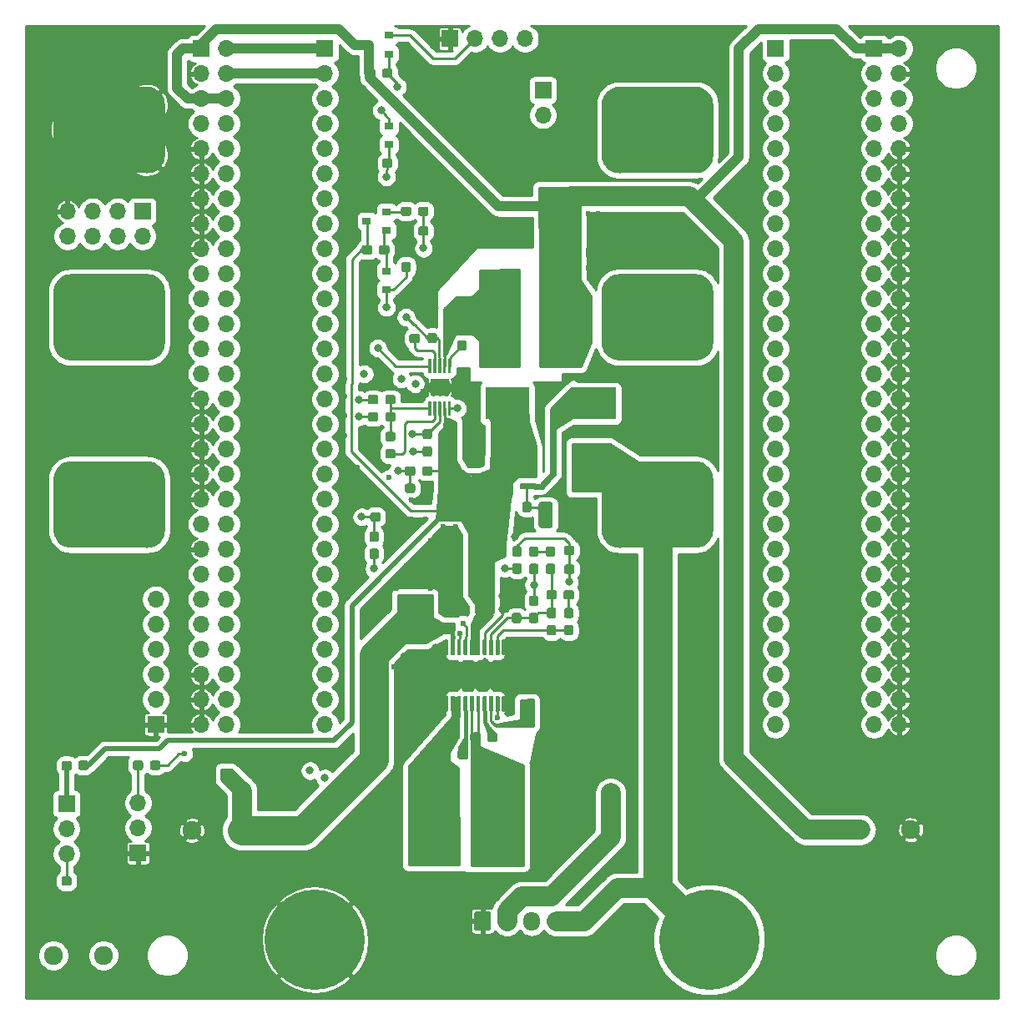
<source format=gtl>
G04 #@! TF.GenerationSoftware,KiCad,Pcbnew,(5.1.5)-3*
G04 #@! TF.CreationDate,2020-08-31T23:00:58+02:00*
G04 #@! TF.ProjectId,NFC_hatch,4e46435f-6861-4746-9368-2e6b69636164,rev?*
G04 #@! TF.SameCoordinates,Original*
G04 #@! TF.FileFunction,Copper,L1,Top*
G04 #@! TF.FilePolarity,Positive*
%FSLAX46Y46*%
G04 Gerber Fmt 4.6, Leading zero omitted, Abs format (unit mm)*
G04 Created by KiCad (PCBNEW (5.1.5)-3) date 2020-08-31 23:00:58*
%MOMM*%
%LPD*%
G04 APERTURE LIST*
%ADD10C,0.100000*%
%ADD11C,3.660000*%
%ADD12O,1.700000X1.700000*%
%ADD13R,1.700000X1.700000*%
%ADD14R,4.950000X2.740000*%
%ADD15C,0.600000*%
%ADD16R,1.780000X3.560000*%
%ADD17R,0.900000X0.800000*%
%ADD18C,1.920000*%
%ADD19O,1.700000X1.950000*%
%ADD20C,10.160000*%
%ADD21C,0.500000*%
%ADD22R,1.880000X1.680000*%
%ADD23R,4.500000X3.300000*%
%ADD24C,2.000000*%
%ADD25C,0.800000*%
%ADD26C,1.000000*%
%ADD27C,2.000000*%
%ADD28C,0.250000*%
%ADD29C,3.000000*%
%ADD30C,1.000000*%
%ADD31C,0.500000*%
%ADD32C,0.254000*%
G04 APERTURE END LIST*
G04 #@! TA.AperFunction,SMDPad,CuDef*
D10*
G36*
X39701530Y-85383427D02*
G01*
X39871408Y-85408626D01*
X40037998Y-85450354D01*
X40199696Y-85508211D01*
X40354944Y-85581638D01*
X40502248Y-85669928D01*
X40640188Y-85772232D01*
X40767437Y-85887563D01*
X40882768Y-86014812D01*
X40985072Y-86152752D01*
X41073362Y-86300056D01*
X41146789Y-86455304D01*
X41204646Y-86617002D01*
X41246374Y-86783592D01*
X41271573Y-86953470D01*
X41280000Y-87125000D01*
X41280000Y-92375000D01*
X41271573Y-92546530D01*
X41246374Y-92716408D01*
X41204646Y-92882998D01*
X41146789Y-93044696D01*
X41073362Y-93199944D01*
X40985072Y-93347248D01*
X40882768Y-93485188D01*
X40767437Y-93612437D01*
X40640188Y-93727768D01*
X40502248Y-93830072D01*
X40354944Y-93918362D01*
X40199696Y-93991789D01*
X40037998Y-94049646D01*
X39871408Y-94091374D01*
X39701530Y-94116573D01*
X39530000Y-94125000D01*
X31730000Y-94125000D01*
X31558470Y-94116573D01*
X31388592Y-94091374D01*
X31222002Y-94049646D01*
X31060304Y-93991789D01*
X30905056Y-93918362D01*
X30757752Y-93830072D01*
X30619812Y-93727768D01*
X30492563Y-93612437D01*
X30377232Y-93485188D01*
X30274928Y-93347248D01*
X30186638Y-93199944D01*
X30113211Y-93044696D01*
X30055354Y-92882998D01*
X30013626Y-92716408D01*
X29988427Y-92546530D01*
X29980000Y-92375000D01*
X29980000Y-87125000D01*
X29988427Y-86953470D01*
X30013626Y-86783592D01*
X30055354Y-86617002D01*
X30113211Y-86455304D01*
X30186638Y-86300056D01*
X30274928Y-86152752D01*
X30377232Y-86014812D01*
X30492563Y-85887563D01*
X30619812Y-85772232D01*
X30757752Y-85669928D01*
X30905056Y-85581638D01*
X31060304Y-85508211D01*
X31222002Y-85450354D01*
X31388592Y-85408626D01*
X31558470Y-85383427D01*
X31730000Y-85375000D01*
X39530000Y-85375000D01*
X39701530Y-85383427D01*
G37*
G04 #@! TD.AperFunction*
G04 #@! TA.AperFunction,SMDPad,CuDef*
G36*
X95321530Y-85383427D02*
G01*
X95491408Y-85408626D01*
X95657998Y-85450354D01*
X95819696Y-85508211D01*
X95974944Y-85581638D01*
X96122248Y-85669928D01*
X96260188Y-85772232D01*
X96387437Y-85887563D01*
X96502768Y-86014812D01*
X96605072Y-86152752D01*
X96693362Y-86300056D01*
X96766789Y-86455304D01*
X96824646Y-86617002D01*
X96866374Y-86783592D01*
X96891573Y-86953470D01*
X96900000Y-87125000D01*
X96900000Y-92375000D01*
X96891573Y-92546530D01*
X96866374Y-92716408D01*
X96824646Y-92882998D01*
X96766789Y-93044696D01*
X96693362Y-93199944D01*
X96605072Y-93347248D01*
X96502768Y-93485188D01*
X96387437Y-93612437D01*
X96260188Y-93727768D01*
X96122248Y-93830072D01*
X95974944Y-93918362D01*
X95819696Y-93991789D01*
X95657998Y-94049646D01*
X95491408Y-94091374D01*
X95321530Y-94116573D01*
X95150000Y-94125000D01*
X87350000Y-94125000D01*
X87178470Y-94116573D01*
X87008592Y-94091374D01*
X86842002Y-94049646D01*
X86680304Y-93991789D01*
X86525056Y-93918362D01*
X86377752Y-93830072D01*
X86239812Y-93727768D01*
X86112563Y-93612437D01*
X85997232Y-93485188D01*
X85894928Y-93347248D01*
X85806638Y-93199944D01*
X85733211Y-93044696D01*
X85675354Y-92882998D01*
X85633626Y-92716408D01*
X85608427Y-92546530D01*
X85600000Y-92375000D01*
X85600000Y-87125000D01*
X85608427Y-86953470D01*
X85633626Y-86783592D01*
X85675354Y-86617002D01*
X85733211Y-86455304D01*
X85806638Y-86300056D01*
X85894928Y-86152752D01*
X85997232Y-86014812D01*
X86112563Y-85887563D01*
X86239812Y-85772232D01*
X86377752Y-85669928D01*
X86525056Y-85581638D01*
X86680304Y-85508211D01*
X86842002Y-85450354D01*
X87008592Y-85408626D01*
X87178470Y-85383427D01*
X87350000Y-85375000D01*
X95150000Y-85375000D01*
X95321530Y-85383427D01*
G37*
G04 #@! TD.AperFunction*
D11*
X31820000Y-89750000D03*
X95060000Y-89750000D03*
X39440000Y-87210000D03*
X39440000Y-92290000D03*
X87440000Y-87210000D03*
X87440000Y-92290000D03*
G04 #@! TA.AperFunction,SMDPad,CuDef*
D10*
G36*
X95321530Y-66383427D02*
G01*
X95491408Y-66408626D01*
X95657998Y-66450354D01*
X95819696Y-66508211D01*
X95974944Y-66581638D01*
X96122248Y-66669928D01*
X96260188Y-66772232D01*
X96387437Y-66887563D01*
X96502768Y-67014812D01*
X96605072Y-67152752D01*
X96693362Y-67300056D01*
X96766789Y-67455304D01*
X96824646Y-67617002D01*
X96866374Y-67783592D01*
X96891573Y-67953470D01*
X96900000Y-68125000D01*
X96900000Y-73375000D01*
X96891573Y-73546530D01*
X96866374Y-73716408D01*
X96824646Y-73882998D01*
X96766789Y-74044696D01*
X96693362Y-74199944D01*
X96605072Y-74347248D01*
X96502768Y-74485188D01*
X96387437Y-74612437D01*
X96260188Y-74727768D01*
X96122248Y-74830072D01*
X95974944Y-74918362D01*
X95819696Y-74991789D01*
X95657998Y-75049646D01*
X95491408Y-75091374D01*
X95321530Y-75116573D01*
X95150000Y-75125000D01*
X87350000Y-75125000D01*
X87178470Y-75116573D01*
X87008592Y-75091374D01*
X86842002Y-75049646D01*
X86680304Y-74991789D01*
X86525056Y-74918362D01*
X86377752Y-74830072D01*
X86239812Y-74727768D01*
X86112563Y-74612437D01*
X85997232Y-74485188D01*
X85894928Y-74347248D01*
X85806638Y-74199944D01*
X85733211Y-74044696D01*
X85675354Y-73882998D01*
X85633626Y-73716408D01*
X85608427Y-73546530D01*
X85600000Y-73375000D01*
X85600000Y-68125000D01*
X85608427Y-67953470D01*
X85633626Y-67783592D01*
X85675354Y-67617002D01*
X85733211Y-67455304D01*
X85806638Y-67300056D01*
X85894928Y-67152752D01*
X85997232Y-67014812D01*
X86112563Y-66887563D01*
X86239812Y-66772232D01*
X86377752Y-66669928D01*
X86525056Y-66581638D01*
X86680304Y-66508211D01*
X86842002Y-66450354D01*
X87008592Y-66408626D01*
X87178470Y-66383427D01*
X87350000Y-66375000D01*
X95150000Y-66375000D01*
X95321530Y-66383427D01*
G37*
G04 #@! TD.AperFunction*
G04 #@! TA.AperFunction,SMDPad,CuDef*
G36*
X39701530Y-66383427D02*
G01*
X39871408Y-66408626D01*
X40037998Y-66450354D01*
X40199696Y-66508211D01*
X40354944Y-66581638D01*
X40502248Y-66669928D01*
X40640188Y-66772232D01*
X40767437Y-66887563D01*
X40882768Y-67014812D01*
X40985072Y-67152752D01*
X41073362Y-67300056D01*
X41146789Y-67455304D01*
X41204646Y-67617002D01*
X41246374Y-67783592D01*
X41271573Y-67953470D01*
X41280000Y-68125000D01*
X41280000Y-73375000D01*
X41271573Y-73546530D01*
X41246374Y-73716408D01*
X41204646Y-73882998D01*
X41146789Y-74044696D01*
X41073362Y-74199944D01*
X40985072Y-74347248D01*
X40882768Y-74485188D01*
X40767437Y-74612437D01*
X40640188Y-74727768D01*
X40502248Y-74830072D01*
X40354944Y-74918362D01*
X40199696Y-74991789D01*
X40037998Y-75049646D01*
X39871408Y-75091374D01*
X39701530Y-75116573D01*
X39530000Y-75125000D01*
X31730000Y-75125000D01*
X31558470Y-75116573D01*
X31388592Y-75091374D01*
X31222002Y-75049646D01*
X31060304Y-74991789D01*
X30905056Y-74918362D01*
X30757752Y-74830072D01*
X30619812Y-74727768D01*
X30492563Y-74612437D01*
X30377232Y-74485188D01*
X30274928Y-74347248D01*
X30186638Y-74199944D01*
X30113211Y-74044696D01*
X30055354Y-73882998D01*
X30013626Y-73716408D01*
X29988427Y-73546530D01*
X29980000Y-73375000D01*
X29980000Y-68125000D01*
X29988427Y-67953470D01*
X30013626Y-67783592D01*
X30055354Y-67617002D01*
X30113211Y-67455304D01*
X30186638Y-67300056D01*
X30274928Y-67152752D01*
X30377232Y-67014812D01*
X30492563Y-66887563D01*
X30619812Y-66772232D01*
X30757752Y-66669928D01*
X30905056Y-66581638D01*
X31060304Y-66508211D01*
X31222002Y-66450354D01*
X31388592Y-66408626D01*
X31558470Y-66383427D01*
X31730000Y-66375000D01*
X39530000Y-66375000D01*
X39701530Y-66383427D01*
G37*
G04 #@! TD.AperFunction*
D11*
X95060000Y-70750000D03*
X31820000Y-70750000D03*
X87440000Y-73290000D03*
X87440000Y-68210000D03*
X39440000Y-73290000D03*
X39440000Y-68210000D03*
G04 #@! TA.AperFunction,SMDPad,CuDef*
D10*
G36*
X39701530Y-47383427D02*
G01*
X39871408Y-47408626D01*
X40037998Y-47450354D01*
X40199696Y-47508211D01*
X40354944Y-47581638D01*
X40502248Y-47669928D01*
X40640188Y-47772232D01*
X40767437Y-47887563D01*
X40882768Y-48014812D01*
X40985072Y-48152752D01*
X41073362Y-48300056D01*
X41146789Y-48455304D01*
X41204646Y-48617002D01*
X41246374Y-48783592D01*
X41271573Y-48953470D01*
X41280000Y-49125000D01*
X41280000Y-54375000D01*
X41271573Y-54546530D01*
X41246374Y-54716408D01*
X41204646Y-54882998D01*
X41146789Y-55044696D01*
X41073362Y-55199944D01*
X40985072Y-55347248D01*
X40882768Y-55485188D01*
X40767437Y-55612437D01*
X40640188Y-55727768D01*
X40502248Y-55830072D01*
X40354944Y-55918362D01*
X40199696Y-55991789D01*
X40037998Y-56049646D01*
X39871408Y-56091374D01*
X39701530Y-56116573D01*
X39530000Y-56125000D01*
X31730000Y-56125000D01*
X31558470Y-56116573D01*
X31388592Y-56091374D01*
X31222002Y-56049646D01*
X31060304Y-55991789D01*
X30905056Y-55918362D01*
X30757752Y-55830072D01*
X30619812Y-55727768D01*
X30492563Y-55612437D01*
X30377232Y-55485188D01*
X30274928Y-55347248D01*
X30186638Y-55199944D01*
X30113211Y-55044696D01*
X30055354Y-54882998D01*
X30013626Y-54716408D01*
X29988427Y-54546530D01*
X29980000Y-54375000D01*
X29980000Y-49125000D01*
X29988427Y-48953470D01*
X30013626Y-48783592D01*
X30055354Y-48617002D01*
X30113211Y-48455304D01*
X30186638Y-48300056D01*
X30274928Y-48152752D01*
X30377232Y-48014812D01*
X30492563Y-47887563D01*
X30619812Y-47772232D01*
X30757752Y-47669928D01*
X30905056Y-47581638D01*
X31060304Y-47508211D01*
X31222002Y-47450354D01*
X31388592Y-47408626D01*
X31558470Y-47383427D01*
X31730000Y-47375000D01*
X39530000Y-47375000D01*
X39701530Y-47383427D01*
G37*
G04 #@! TD.AperFunction*
G04 #@! TA.AperFunction,SMDPad,CuDef*
G36*
X95321530Y-47383427D02*
G01*
X95491408Y-47408626D01*
X95657998Y-47450354D01*
X95819696Y-47508211D01*
X95974944Y-47581638D01*
X96122248Y-47669928D01*
X96260188Y-47772232D01*
X96387437Y-47887563D01*
X96502768Y-48014812D01*
X96605072Y-48152752D01*
X96693362Y-48300056D01*
X96766789Y-48455304D01*
X96824646Y-48617002D01*
X96866374Y-48783592D01*
X96891573Y-48953470D01*
X96900000Y-49125000D01*
X96900000Y-54375000D01*
X96891573Y-54546530D01*
X96866374Y-54716408D01*
X96824646Y-54882998D01*
X96766789Y-55044696D01*
X96693362Y-55199944D01*
X96605072Y-55347248D01*
X96502768Y-55485188D01*
X96387437Y-55612437D01*
X96260188Y-55727768D01*
X96122248Y-55830072D01*
X95974944Y-55918362D01*
X95819696Y-55991789D01*
X95657998Y-56049646D01*
X95491408Y-56091374D01*
X95321530Y-56116573D01*
X95150000Y-56125000D01*
X87350000Y-56125000D01*
X87178470Y-56116573D01*
X87008592Y-56091374D01*
X86842002Y-56049646D01*
X86680304Y-55991789D01*
X86525056Y-55918362D01*
X86377752Y-55830072D01*
X86239812Y-55727768D01*
X86112563Y-55612437D01*
X85997232Y-55485188D01*
X85894928Y-55347248D01*
X85806638Y-55199944D01*
X85733211Y-55044696D01*
X85675354Y-54882998D01*
X85633626Y-54716408D01*
X85608427Y-54546530D01*
X85600000Y-54375000D01*
X85600000Y-49125000D01*
X85608427Y-48953470D01*
X85633626Y-48783592D01*
X85675354Y-48617002D01*
X85733211Y-48455304D01*
X85806638Y-48300056D01*
X85894928Y-48152752D01*
X85997232Y-48014812D01*
X86112563Y-47887563D01*
X86239812Y-47772232D01*
X86377752Y-47669928D01*
X86525056Y-47581638D01*
X86680304Y-47508211D01*
X86842002Y-47450354D01*
X87008592Y-47408626D01*
X87178470Y-47383427D01*
X87350000Y-47375000D01*
X95150000Y-47375000D01*
X95321530Y-47383427D01*
G37*
G04 #@! TD.AperFunction*
D11*
X31820000Y-51750000D03*
X95060000Y-51750000D03*
X39440000Y-49210000D03*
X39440000Y-54290000D03*
X87440000Y-49210000D03*
X87440000Y-54290000D03*
D12*
X31380000Y-62540000D03*
X31380000Y-60000000D03*
X33920000Y-62540000D03*
X33920000Y-60000000D03*
X36460000Y-62540000D03*
X36460000Y-60000000D03*
X39000000Y-62540000D03*
D13*
X39000000Y-60000000D03*
G04 #@! TA.AperFunction,SMDPad,CuDef*
D10*
G36*
X74469603Y-106200963D02*
G01*
X74489018Y-106203843D01*
X74508057Y-106208612D01*
X74526537Y-106215224D01*
X74544279Y-106223616D01*
X74561114Y-106233706D01*
X74576879Y-106245398D01*
X74591421Y-106258579D01*
X74604602Y-106273121D01*
X74616294Y-106288886D01*
X74626384Y-106305721D01*
X74634776Y-106323463D01*
X74641388Y-106341943D01*
X74646157Y-106360982D01*
X74649037Y-106380397D01*
X74650000Y-106400000D01*
X74650000Y-106800000D01*
X74649037Y-106819603D01*
X74646157Y-106839018D01*
X74641388Y-106858057D01*
X74634776Y-106876537D01*
X74626384Y-106894279D01*
X74616294Y-106911114D01*
X74604602Y-106926879D01*
X74591421Y-106941421D01*
X74576879Y-106954602D01*
X74561114Y-106966294D01*
X74544279Y-106976384D01*
X74526537Y-106984776D01*
X74508057Y-106991388D01*
X74489018Y-106996157D01*
X74469603Y-106999037D01*
X74450000Y-107000000D01*
X73250000Y-107000000D01*
X73230397Y-106999037D01*
X73210982Y-106996157D01*
X73191943Y-106991388D01*
X73173463Y-106984776D01*
X73155721Y-106976384D01*
X73138886Y-106966294D01*
X73123121Y-106954602D01*
X73108579Y-106941421D01*
X73095398Y-106926879D01*
X73083706Y-106911114D01*
X73073616Y-106894279D01*
X73065224Y-106876537D01*
X73058612Y-106858057D01*
X73053843Y-106839018D01*
X73050963Y-106819603D01*
X73050000Y-106800000D01*
X73050000Y-106400000D01*
X73050963Y-106380397D01*
X73053843Y-106360982D01*
X73058612Y-106341943D01*
X73065224Y-106323463D01*
X73073616Y-106305721D01*
X73083706Y-106288886D01*
X73095398Y-106273121D01*
X73108579Y-106258579D01*
X73123121Y-106245398D01*
X73138886Y-106233706D01*
X73155721Y-106223616D01*
X73173463Y-106215224D01*
X73191943Y-106208612D01*
X73210982Y-106203843D01*
X73230397Y-106200963D01*
X73250000Y-106200000D01*
X74450000Y-106200000D01*
X74469603Y-106200963D01*
G37*
G04 #@! TD.AperFunction*
G04 #@! TA.AperFunction,SMDPad,CuDef*
G36*
X72269603Y-106200963D02*
G01*
X72289018Y-106203843D01*
X72308057Y-106208612D01*
X72326537Y-106215224D01*
X72344279Y-106223616D01*
X72361114Y-106233706D01*
X72376879Y-106245398D01*
X72391421Y-106258579D01*
X72404602Y-106273121D01*
X72416294Y-106288886D01*
X72426384Y-106305721D01*
X72434776Y-106323463D01*
X72441388Y-106341943D01*
X72446157Y-106360982D01*
X72449037Y-106380397D01*
X72450000Y-106400000D01*
X72450000Y-106800000D01*
X72449037Y-106819603D01*
X72446157Y-106839018D01*
X72441388Y-106858057D01*
X72434776Y-106876537D01*
X72426384Y-106894279D01*
X72416294Y-106911114D01*
X72404602Y-106926879D01*
X72391421Y-106941421D01*
X72376879Y-106954602D01*
X72361114Y-106966294D01*
X72344279Y-106976384D01*
X72326537Y-106984776D01*
X72308057Y-106991388D01*
X72289018Y-106996157D01*
X72269603Y-106999037D01*
X72250000Y-107000000D01*
X71050000Y-107000000D01*
X71030397Y-106999037D01*
X71010982Y-106996157D01*
X70991943Y-106991388D01*
X70973463Y-106984776D01*
X70955721Y-106976384D01*
X70938886Y-106966294D01*
X70923121Y-106954602D01*
X70908579Y-106941421D01*
X70895398Y-106926879D01*
X70883706Y-106911114D01*
X70873616Y-106894279D01*
X70865224Y-106876537D01*
X70858612Y-106858057D01*
X70853843Y-106839018D01*
X70850963Y-106819603D01*
X70850000Y-106800000D01*
X70850000Y-106400000D01*
X70850963Y-106380397D01*
X70853843Y-106360982D01*
X70858612Y-106341943D01*
X70865224Y-106323463D01*
X70873616Y-106305721D01*
X70883706Y-106288886D01*
X70895398Y-106273121D01*
X70908579Y-106258579D01*
X70923121Y-106245398D01*
X70938886Y-106233706D01*
X70955721Y-106223616D01*
X70973463Y-106215224D01*
X70991943Y-106208612D01*
X71010982Y-106203843D01*
X71030397Y-106200963D01*
X71050000Y-106200000D01*
X72250000Y-106200000D01*
X72269603Y-106200963D01*
G37*
G04 #@! TD.AperFunction*
G04 #@! TA.AperFunction,SMDPad,CuDef*
G36*
X72269603Y-107200963D02*
G01*
X72289018Y-107203843D01*
X72308057Y-107208612D01*
X72326537Y-107215224D01*
X72344279Y-107223616D01*
X72361114Y-107233706D01*
X72376879Y-107245398D01*
X72391421Y-107258579D01*
X72404602Y-107273121D01*
X72416294Y-107288886D01*
X72426384Y-107305721D01*
X72434776Y-107323463D01*
X72441388Y-107341943D01*
X72446157Y-107360982D01*
X72449037Y-107380397D01*
X72450000Y-107400000D01*
X72450000Y-107800000D01*
X72449037Y-107819603D01*
X72446157Y-107839018D01*
X72441388Y-107858057D01*
X72434776Y-107876537D01*
X72426384Y-107894279D01*
X72416294Y-107911114D01*
X72404602Y-107926879D01*
X72391421Y-107941421D01*
X72376879Y-107954602D01*
X72361114Y-107966294D01*
X72344279Y-107976384D01*
X72326537Y-107984776D01*
X72308057Y-107991388D01*
X72289018Y-107996157D01*
X72269603Y-107999037D01*
X72250000Y-108000000D01*
X71050000Y-108000000D01*
X71030397Y-107999037D01*
X71010982Y-107996157D01*
X70991943Y-107991388D01*
X70973463Y-107984776D01*
X70955721Y-107976384D01*
X70938886Y-107966294D01*
X70923121Y-107954602D01*
X70908579Y-107941421D01*
X70895398Y-107926879D01*
X70883706Y-107911114D01*
X70873616Y-107894279D01*
X70865224Y-107876537D01*
X70858612Y-107858057D01*
X70853843Y-107839018D01*
X70850963Y-107819603D01*
X70850000Y-107800000D01*
X70850000Y-107400000D01*
X70850963Y-107380397D01*
X70853843Y-107360982D01*
X70858612Y-107341943D01*
X70865224Y-107323463D01*
X70873616Y-107305721D01*
X70883706Y-107288886D01*
X70895398Y-107273121D01*
X70908579Y-107258579D01*
X70923121Y-107245398D01*
X70938886Y-107233706D01*
X70955721Y-107223616D01*
X70973463Y-107215224D01*
X70991943Y-107208612D01*
X71010982Y-107203843D01*
X71030397Y-107200963D01*
X71050000Y-107200000D01*
X72250000Y-107200000D01*
X72269603Y-107200963D01*
G37*
G04 #@! TD.AperFunction*
G04 #@! TA.AperFunction,SMDPad,CuDef*
G36*
X74469603Y-107200963D02*
G01*
X74489018Y-107203843D01*
X74508057Y-107208612D01*
X74526537Y-107215224D01*
X74544279Y-107223616D01*
X74561114Y-107233706D01*
X74576879Y-107245398D01*
X74591421Y-107258579D01*
X74604602Y-107273121D01*
X74616294Y-107288886D01*
X74626384Y-107305721D01*
X74634776Y-107323463D01*
X74641388Y-107341943D01*
X74646157Y-107360982D01*
X74649037Y-107380397D01*
X74650000Y-107400000D01*
X74650000Y-107800000D01*
X74649037Y-107819603D01*
X74646157Y-107839018D01*
X74641388Y-107858057D01*
X74634776Y-107876537D01*
X74626384Y-107894279D01*
X74616294Y-107911114D01*
X74604602Y-107926879D01*
X74591421Y-107941421D01*
X74576879Y-107954602D01*
X74561114Y-107966294D01*
X74544279Y-107976384D01*
X74526537Y-107984776D01*
X74508057Y-107991388D01*
X74489018Y-107996157D01*
X74469603Y-107999037D01*
X74450000Y-108000000D01*
X73250000Y-108000000D01*
X73230397Y-107999037D01*
X73210982Y-107996157D01*
X73191943Y-107991388D01*
X73173463Y-107984776D01*
X73155721Y-107976384D01*
X73138886Y-107966294D01*
X73123121Y-107954602D01*
X73108579Y-107941421D01*
X73095398Y-107926879D01*
X73083706Y-107911114D01*
X73073616Y-107894279D01*
X73065224Y-107876537D01*
X73058612Y-107858057D01*
X73053843Y-107839018D01*
X73050963Y-107819603D01*
X73050000Y-107800000D01*
X73050000Y-107400000D01*
X73050963Y-107380397D01*
X73053843Y-107360982D01*
X73058612Y-107341943D01*
X73065224Y-107323463D01*
X73073616Y-107305721D01*
X73083706Y-107288886D01*
X73095398Y-107273121D01*
X73108579Y-107258579D01*
X73123121Y-107245398D01*
X73138886Y-107233706D01*
X73155721Y-107223616D01*
X73173463Y-107215224D01*
X73191943Y-107208612D01*
X73210982Y-107203843D01*
X73230397Y-107200963D01*
X73250000Y-107200000D01*
X74450000Y-107200000D01*
X74469603Y-107200963D01*
G37*
G04 #@! TD.AperFunction*
D14*
X72750000Y-107100000D03*
D15*
X74250000Y-106200000D03*
X74250000Y-107100000D03*
X74250000Y-108000000D03*
X72750000Y-106200000D03*
X72750000Y-107100000D03*
X72750000Y-108000000D03*
X71250000Y-106200000D03*
X71250000Y-107100000D03*
X71250000Y-108000000D03*
G04 #@! TA.AperFunction,SMDPad,CuDef*
D10*
G36*
X75784802Y-103450482D02*
G01*
X75794509Y-103451921D01*
X75804028Y-103454306D01*
X75813268Y-103457612D01*
X75822140Y-103461808D01*
X75830557Y-103466853D01*
X75838439Y-103472699D01*
X75845711Y-103479289D01*
X75852301Y-103486561D01*
X75858147Y-103494443D01*
X75863192Y-103502860D01*
X75867388Y-103511732D01*
X75870694Y-103520972D01*
X75873079Y-103530491D01*
X75874518Y-103540198D01*
X75875000Y-103550000D01*
X75875000Y-104925000D01*
X75874518Y-104934802D01*
X75873079Y-104944509D01*
X75870694Y-104954028D01*
X75867388Y-104963268D01*
X75863192Y-104972140D01*
X75858147Y-104980557D01*
X75852301Y-104988439D01*
X75845711Y-104995711D01*
X75838439Y-105002301D01*
X75830557Y-105008147D01*
X75822140Y-105013192D01*
X75813268Y-105017388D01*
X75804028Y-105020694D01*
X75794509Y-105023079D01*
X75784802Y-105024518D01*
X75775000Y-105025000D01*
X75575000Y-105025000D01*
X75565198Y-105024518D01*
X75555491Y-105023079D01*
X75545972Y-105020694D01*
X75536732Y-105017388D01*
X75527860Y-105013192D01*
X75519443Y-105008147D01*
X75511561Y-105002301D01*
X75504289Y-104995711D01*
X75497699Y-104988439D01*
X75491853Y-104980557D01*
X75486808Y-104972140D01*
X75482612Y-104963268D01*
X75479306Y-104954028D01*
X75476921Y-104944509D01*
X75475482Y-104934802D01*
X75475000Y-104925000D01*
X75475000Y-103550000D01*
X75475482Y-103540198D01*
X75476921Y-103530491D01*
X75479306Y-103520972D01*
X75482612Y-103511732D01*
X75486808Y-103502860D01*
X75491853Y-103494443D01*
X75497699Y-103486561D01*
X75504289Y-103479289D01*
X75511561Y-103472699D01*
X75519443Y-103466853D01*
X75527860Y-103461808D01*
X75536732Y-103457612D01*
X75545972Y-103454306D01*
X75555491Y-103451921D01*
X75565198Y-103450482D01*
X75575000Y-103450000D01*
X75775000Y-103450000D01*
X75784802Y-103450482D01*
G37*
G04 #@! TD.AperFunction*
G04 #@! TA.AperFunction,SMDPad,CuDef*
G36*
X75134802Y-103450482D02*
G01*
X75144509Y-103451921D01*
X75154028Y-103454306D01*
X75163268Y-103457612D01*
X75172140Y-103461808D01*
X75180557Y-103466853D01*
X75188439Y-103472699D01*
X75195711Y-103479289D01*
X75202301Y-103486561D01*
X75208147Y-103494443D01*
X75213192Y-103502860D01*
X75217388Y-103511732D01*
X75220694Y-103520972D01*
X75223079Y-103530491D01*
X75224518Y-103540198D01*
X75225000Y-103550000D01*
X75225000Y-104925000D01*
X75224518Y-104934802D01*
X75223079Y-104944509D01*
X75220694Y-104954028D01*
X75217388Y-104963268D01*
X75213192Y-104972140D01*
X75208147Y-104980557D01*
X75202301Y-104988439D01*
X75195711Y-104995711D01*
X75188439Y-105002301D01*
X75180557Y-105008147D01*
X75172140Y-105013192D01*
X75163268Y-105017388D01*
X75154028Y-105020694D01*
X75144509Y-105023079D01*
X75134802Y-105024518D01*
X75125000Y-105025000D01*
X74925000Y-105025000D01*
X74915198Y-105024518D01*
X74905491Y-105023079D01*
X74895972Y-105020694D01*
X74886732Y-105017388D01*
X74877860Y-105013192D01*
X74869443Y-105008147D01*
X74861561Y-105002301D01*
X74854289Y-104995711D01*
X74847699Y-104988439D01*
X74841853Y-104980557D01*
X74836808Y-104972140D01*
X74832612Y-104963268D01*
X74829306Y-104954028D01*
X74826921Y-104944509D01*
X74825482Y-104934802D01*
X74825000Y-104925000D01*
X74825000Y-103550000D01*
X74825482Y-103540198D01*
X74826921Y-103530491D01*
X74829306Y-103520972D01*
X74832612Y-103511732D01*
X74836808Y-103502860D01*
X74841853Y-103494443D01*
X74847699Y-103486561D01*
X74854289Y-103479289D01*
X74861561Y-103472699D01*
X74869443Y-103466853D01*
X74877860Y-103461808D01*
X74886732Y-103457612D01*
X74895972Y-103454306D01*
X74905491Y-103451921D01*
X74915198Y-103450482D01*
X74925000Y-103450000D01*
X75125000Y-103450000D01*
X75134802Y-103450482D01*
G37*
G04 #@! TD.AperFunction*
G04 #@! TA.AperFunction,SMDPad,CuDef*
G36*
X74484802Y-103450482D02*
G01*
X74494509Y-103451921D01*
X74504028Y-103454306D01*
X74513268Y-103457612D01*
X74522140Y-103461808D01*
X74530557Y-103466853D01*
X74538439Y-103472699D01*
X74545711Y-103479289D01*
X74552301Y-103486561D01*
X74558147Y-103494443D01*
X74563192Y-103502860D01*
X74567388Y-103511732D01*
X74570694Y-103520972D01*
X74573079Y-103530491D01*
X74574518Y-103540198D01*
X74575000Y-103550000D01*
X74575000Y-104925000D01*
X74574518Y-104934802D01*
X74573079Y-104944509D01*
X74570694Y-104954028D01*
X74567388Y-104963268D01*
X74563192Y-104972140D01*
X74558147Y-104980557D01*
X74552301Y-104988439D01*
X74545711Y-104995711D01*
X74538439Y-105002301D01*
X74530557Y-105008147D01*
X74522140Y-105013192D01*
X74513268Y-105017388D01*
X74504028Y-105020694D01*
X74494509Y-105023079D01*
X74484802Y-105024518D01*
X74475000Y-105025000D01*
X74275000Y-105025000D01*
X74265198Y-105024518D01*
X74255491Y-105023079D01*
X74245972Y-105020694D01*
X74236732Y-105017388D01*
X74227860Y-105013192D01*
X74219443Y-105008147D01*
X74211561Y-105002301D01*
X74204289Y-104995711D01*
X74197699Y-104988439D01*
X74191853Y-104980557D01*
X74186808Y-104972140D01*
X74182612Y-104963268D01*
X74179306Y-104954028D01*
X74176921Y-104944509D01*
X74175482Y-104934802D01*
X74175000Y-104925000D01*
X74175000Y-103550000D01*
X74175482Y-103540198D01*
X74176921Y-103530491D01*
X74179306Y-103520972D01*
X74182612Y-103511732D01*
X74186808Y-103502860D01*
X74191853Y-103494443D01*
X74197699Y-103486561D01*
X74204289Y-103479289D01*
X74211561Y-103472699D01*
X74219443Y-103466853D01*
X74227860Y-103461808D01*
X74236732Y-103457612D01*
X74245972Y-103454306D01*
X74255491Y-103451921D01*
X74265198Y-103450482D01*
X74275000Y-103450000D01*
X74475000Y-103450000D01*
X74484802Y-103450482D01*
G37*
G04 #@! TD.AperFunction*
G04 #@! TA.AperFunction,SMDPad,CuDef*
G36*
X73834802Y-103450482D02*
G01*
X73844509Y-103451921D01*
X73854028Y-103454306D01*
X73863268Y-103457612D01*
X73872140Y-103461808D01*
X73880557Y-103466853D01*
X73888439Y-103472699D01*
X73895711Y-103479289D01*
X73902301Y-103486561D01*
X73908147Y-103494443D01*
X73913192Y-103502860D01*
X73917388Y-103511732D01*
X73920694Y-103520972D01*
X73923079Y-103530491D01*
X73924518Y-103540198D01*
X73925000Y-103550000D01*
X73925000Y-104925000D01*
X73924518Y-104934802D01*
X73923079Y-104944509D01*
X73920694Y-104954028D01*
X73917388Y-104963268D01*
X73913192Y-104972140D01*
X73908147Y-104980557D01*
X73902301Y-104988439D01*
X73895711Y-104995711D01*
X73888439Y-105002301D01*
X73880557Y-105008147D01*
X73872140Y-105013192D01*
X73863268Y-105017388D01*
X73854028Y-105020694D01*
X73844509Y-105023079D01*
X73834802Y-105024518D01*
X73825000Y-105025000D01*
X73625000Y-105025000D01*
X73615198Y-105024518D01*
X73605491Y-105023079D01*
X73595972Y-105020694D01*
X73586732Y-105017388D01*
X73577860Y-105013192D01*
X73569443Y-105008147D01*
X73561561Y-105002301D01*
X73554289Y-104995711D01*
X73547699Y-104988439D01*
X73541853Y-104980557D01*
X73536808Y-104972140D01*
X73532612Y-104963268D01*
X73529306Y-104954028D01*
X73526921Y-104944509D01*
X73525482Y-104934802D01*
X73525000Y-104925000D01*
X73525000Y-103550000D01*
X73525482Y-103540198D01*
X73526921Y-103530491D01*
X73529306Y-103520972D01*
X73532612Y-103511732D01*
X73536808Y-103502860D01*
X73541853Y-103494443D01*
X73547699Y-103486561D01*
X73554289Y-103479289D01*
X73561561Y-103472699D01*
X73569443Y-103466853D01*
X73577860Y-103461808D01*
X73586732Y-103457612D01*
X73595972Y-103454306D01*
X73605491Y-103451921D01*
X73615198Y-103450482D01*
X73625000Y-103450000D01*
X73825000Y-103450000D01*
X73834802Y-103450482D01*
G37*
G04 #@! TD.AperFunction*
G04 #@! TA.AperFunction,SMDPad,CuDef*
G36*
X73184802Y-103450482D02*
G01*
X73194509Y-103451921D01*
X73204028Y-103454306D01*
X73213268Y-103457612D01*
X73222140Y-103461808D01*
X73230557Y-103466853D01*
X73238439Y-103472699D01*
X73245711Y-103479289D01*
X73252301Y-103486561D01*
X73258147Y-103494443D01*
X73263192Y-103502860D01*
X73267388Y-103511732D01*
X73270694Y-103520972D01*
X73273079Y-103530491D01*
X73274518Y-103540198D01*
X73275000Y-103550000D01*
X73275000Y-104925000D01*
X73274518Y-104934802D01*
X73273079Y-104944509D01*
X73270694Y-104954028D01*
X73267388Y-104963268D01*
X73263192Y-104972140D01*
X73258147Y-104980557D01*
X73252301Y-104988439D01*
X73245711Y-104995711D01*
X73238439Y-105002301D01*
X73230557Y-105008147D01*
X73222140Y-105013192D01*
X73213268Y-105017388D01*
X73204028Y-105020694D01*
X73194509Y-105023079D01*
X73184802Y-105024518D01*
X73175000Y-105025000D01*
X72975000Y-105025000D01*
X72965198Y-105024518D01*
X72955491Y-105023079D01*
X72945972Y-105020694D01*
X72936732Y-105017388D01*
X72927860Y-105013192D01*
X72919443Y-105008147D01*
X72911561Y-105002301D01*
X72904289Y-104995711D01*
X72897699Y-104988439D01*
X72891853Y-104980557D01*
X72886808Y-104972140D01*
X72882612Y-104963268D01*
X72879306Y-104954028D01*
X72876921Y-104944509D01*
X72875482Y-104934802D01*
X72875000Y-104925000D01*
X72875000Y-103550000D01*
X72875482Y-103540198D01*
X72876921Y-103530491D01*
X72879306Y-103520972D01*
X72882612Y-103511732D01*
X72886808Y-103502860D01*
X72891853Y-103494443D01*
X72897699Y-103486561D01*
X72904289Y-103479289D01*
X72911561Y-103472699D01*
X72919443Y-103466853D01*
X72927860Y-103461808D01*
X72936732Y-103457612D01*
X72945972Y-103454306D01*
X72955491Y-103451921D01*
X72965198Y-103450482D01*
X72975000Y-103450000D01*
X73175000Y-103450000D01*
X73184802Y-103450482D01*
G37*
G04 #@! TD.AperFunction*
G04 #@! TA.AperFunction,SMDPad,CuDef*
G36*
X72534802Y-103450482D02*
G01*
X72544509Y-103451921D01*
X72554028Y-103454306D01*
X72563268Y-103457612D01*
X72572140Y-103461808D01*
X72580557Y-103466853D01*
X72588439Y-103472699D01*
X72595711Y-103479289D01*
X72602301Y-103486561D01*
X72608147Y-103494443D01*
X72613192Y-103502860D01*
X72617388Y-103511732D01*
X72620694Y-103520972D01*
X72623079Y-103530491D01*
X72624518Y-103540198D01*
X72625000Y-103550000D01*
X72625000Y-104925000D01*
X72624518Y-104934802D01*
X72623079Y-104944509D01*
X72620694Y-104954028D01*
X72617388Y-104963268D01*
X72613192Y-104972140D01*
X72608147Y-104980557D01*
X72602301Y-104988439D01*
X72595711Y-104995711D01*
X72588439Y-105002301D01*
X72580557Y-105008147D01*
X72572140Y-105013192D01*
X72563268Y-105017388D01*
X72554028Y-105020694D01*
X72544509Y-105023079D01*
X72534802Y-105024518D01*
X72525000Y-105025000D01*
X72325000Y-105025000D01*
X72315198Y-105024518D01*
X72305491Y-105023079D01*
X72295972Y-105020694D01*
X72286732Y-105017388D01*
X72277860Y-105013192D01*
X72269443Y-105008147D01*
X72261561Y-105002301D01*
X72254289Y-104995711D01*
X72247699Y-104988439D01*
X72241853Y-104980557D01*
X72236808Y-104972140D01*
X72232612Y-104963268D01*
X72229306Y-104954028D01*
X72226921Y-104944509D01*
X72225482Y-104934802D01*
X72225000Y-104925000D01*
X72225000Y-103550000D01*
X72225482Y-103540198D01*
X72226921Y-103530491D01*
X72229306Y-103520972D01*
X72232612Y-103511732D01*
X72236808Y-103502860D01*
X72241853Y-103494443D01*
X72247699Y-103486561D01*
X72254289Y-103479289D01*
X72261561Y-103472699D01*
X72269443Y-103466853D01*
X72277860Y-103461808D01*
X72286732Y-103457612D01*
X72295972Y-103454306D01*
X72305491Y-103451921D01*
X72315198Y-103450482D01*
X72325000Y-103450000D01*
X72525000Y-103450000D01*
X72534802Y-103450482D01*
G37*
G04 #@! TD.AperFunction*
G04 #@! TA.AperFunction,SMDPad,CuDef*
G36*
X71884802Y-103450482D02*
G01*
X71894509Y-103451921D01*
X71904028Y-103454306D01*
X71913268Y-103457612D01*
X71922140Y-103461808D01*
X71930557Y-103466853D01*
X71938439Y-103472699D01*
X71945711Y-103479289D01*
X71952301Y-103486561D01*
X71958147Y-103494443D01*
X71963192Y-103502860D01*
X71967388Y-103511732D01*
X71970694Y-103520972D01*
X71973079Y-103530491D01*
X71974518Y-103540198D01*
X71975000Y-103550000D01*
X71975000Y-104925000D01*
X71974518Y-104934802D01*
X71973079Y-104944509D01*
X71970694Y-104954028D01*
X71967388Y-104963268D01*
X71963192Y-104972140D01*
X71958147Y-104980557D01*
X71952301Y-104988439D01*
X71945711Y-104995711D01*
X71938439Y-105002301D01*
X71930557Y-105008147D01*
X71922140Y-105013192D01*
X71913268Y-105017388D01*
X71904028Y-105020694D01*
X71894509Y-105023079D01*
X71884802Y-105024518D01*
X71875000Y-105025000D01*
X71675000Y-105025000D01*
X71665198Y-105024518D01*
X71655491Y-105023079D01*
X71645972Y-105020694D01*
X71636732Y-105017388D01*
X71627860Y-105013192D01*
X71619443Y-105008147D01*
X71611561Y-105002301D01*
X71604289Y-104995711D01*
X71597699Y-104988439D01*
X71591853Y-104980557D01*
X71586808Y-104972140D01*
X71582612Y-104963268D01*
X71579306Y-104954028D01*
X71576921Y-104944509D01*
X71575482Y-104934802D01*
X71575000Y-104925000D01*
X71575000Y-103550000D01*
X71575482Y-103540198D01*
X71576921Y-103530491D01*
X71579306Y-103520972D01*
X71582612Y-103511732D01*
X71586808Y-103502860D01*
X71591853Y-103494443D01*
X71597699Y-103486561D01*
X71604289Y-103479289D01*
X71611561Y-103472699D01*
X71619443Y-103466853D01*
X71627860Y-103461808D01*
X71636732Y-103457612D01*
X71645972Y-103454306D01*
X71655491Y-103451921D01*
X71665198Y-103450482D01*
X71675000Y-103450000D01*
X71875000Y-103450000D01*
X71884802Y-103450482D01*
G37*
G04 #@! TD.AperFunction*
G04 #@! TA.AperFunction,SMDPad,CuDef*
G36*
X71234802Y-103450482D02*
G01*
X71244509Y-103451921D01*
X71254028Y-103454306D01*
X71263268Y-103457612D01*
X71272140Y-103461808D01*
X71280557Y-103466853D01*
X71288439Y-103472699D01*
X71295711Y-103479289D01*
X71302301Y-103486561D01*
X71308147Y-103494443D01*
X71313192Y-103502860D01*
X71317388Y-103511732D01*
X71320694Y-103520972D01*
X71323079Y-103530491D01*
X71324518Y-103540198D01*
X71325000Y-103550000D01*
X71325000Y-104925000D01*
X71324518Y-104934802D01*
X71323079Y-104944509D01*
X71320694Y-104954028D01*
X71317388Y-104963268D01*
X71313192Y-104972140D01*
X71308147Y-104980557D01*
X71302301Y-104988439D01*
X71295711Y-104995711D01*
X71288439Y-105002301D01*
X71280557Y-105008147D01*
X71272140Y-105013192D01*
X71263268Y-105017388D01*
X71254028Y-105020694D01*
X71244509Y-105023079D01*
X71234802Y-105024518D01*
X71225000Y-105025000D01*
X71025000Y-105025000D01*
X71015198Y-105024518D01*
X71005491Y-105023079D01*
X70995972Y-105020694D01*
X70986732Y-105017388D01*
X70977860Y-105013192D01*
X70969443Y-105008147D01*
X70961561Y-105002301D01*
X70954289Y-104995711D01*
X70947699Y-104988439D01*
X70941853Y-104980557D01*
X70936808Y-104972140D01*
X70932612Y-104963268D01*
X70929306Y-104954028D01*
X70926921Y-104944509D01*
X70925482Y-104934802D01*
X70925000Y-104925000D01*
X70925000Y-103550000D01*
X70925482Y-103540198D01*
X70926921Y-103530491D01*
X70929306Y-103520972D01*
X70932612Y-103511732D01*
X70936808Y-103502860D01*
X70941853Y-103494443D01*
X70947699Y-103486561D01*
X70954289Y-103479289D01*
X70961561Y-103472699D01*
X70969443Y-103466853D01*
X70977860Y-103461808D01*
X70986732Y-103457612D01*
X70995972Y-103454306D01*
X71005491Y-103451921D01*
X71015198Y-103450482D01*
X71025000Y-103450000D01*
X71225000Y-103450000D01*
X71234802Y-103450482D01*
G37*
G04 #@! TD.AperFunction*
G04 #@! TA.AperFunction,SMDPad,CuDef*
G36*
X70584802Y-103450482D02*
G01*
X70594509Y-103451921D01*
X70604028Y-103454306D01*
X70613268Y-103457612D01*
X70622140Y-103461808D01*
X70630557Y-103466853D01*
X70638439Y-103472699D01*
X70645711Y-103479289D01*
X70652301Y-103486561D01*
X70658147Y-103494443D01*
X70663192Y-103502860D01*
X70667388Y-103511732D01*
X70670694Y-103520972D01*
X70673079Y-103530491D01*
X70674518Y-103540198D01*
X70675000Y-103550000D01*
X70675000Y-104925000D01*
X70674518Y-104934802D01*
X70673079Y-104944509D01*
X70670694Y-104954028D01*
X70667388Y-104963268D01*
X70663192Y-104972140D01*
X70658147Y-104980557D01*
X70652301Y-104988439D01*
X70645711Y-104995711D01*
X70638439Y-105002301D01*
X70630557Y-105008147D01*
X70622140Y-105013192D01*
X70613268Y-105017388D01*
X70604028Y-105020694D01*
X70594509Y-105023079D01*
X70584802Y-105024518D01*
X70575000Y-105025000D01*
X70375000Y-105025000D01*
X70365198Y-105024518D01*
X70355491Y-105023079D01*
X70345972Y-105020694D01*
X70336732Y-105017388D01*
X70327860Y-105013192D01*
X70319443Y-105008147D01*
X70311561Y-105002301D01*
X70304289Y-104995711D01*
X70297699Y-104988439D01*
X70291853Y-104980557D01*
X70286808Y-104972140D01*
X70282612Y-104963268D01*
X70279306Y-104954028D01*
X70276921Y-104944509D01*
X70275482Y-104934802D01*
X70275000Y-104925000D01*
X70275000Y-103550000D01*
X70275482Y-103540198D01*
X70276921Y-103530491D01*
X70279306Y-103520972D01*
X70282612Y-103511732D01*
X70286808Y-103502860D01*
X70291853Y-103494443D01*
X70297699Y-103486561D01*
X70304289Y-103479289D01*
X70311561Y-103472699D01*
X70319443Y-103466853D01*
X70327860Y-103461808D01*
X70336732Y-103457612D01*
X70345972Y-103454306D01*
X70355491Y-103451921D01*
X70365198Y-103450482D01*
X70375000Y-103450000D01*
X70575000Y-103450000D01*
X70584802Y-103450482D01*
G37*
G04 #@! TD.AperFunction*
G04 #@! TA.AperFunction,SMDPad,CuDef*
G36*
X69934802Y-103450482D02*
G01*
X69944509Y-103451921D01*
X69954028Y-103454306D01*
X69963268Y-103457612D01*
X69972140Y-103461808D01*
X69980557Y-103466853D01*
X69988439Y-103472699D01*
X69995711Y-103479289D01*
X70002301Y-103486561D01*
X70008147Y-103494443D01*
X70013192Y-103502860D01*
X70017388Y-103511732D01*
X70020694Y-103520972D01*
X70023079Y-103530491D01*
X70024518Y-103540198D01*
X70025000Y-103550000D01*
X70025000Y-104925000D01*
X70024518Y-104934802D01*
X70023079Y-104944509D01*
X70020694Y-104954028D01*
X70017388Y-104963268D01*
X70013192Y-104972140D01*
X70008147Y-104980557D01*
X70002301Y-104988439D01*
X69995711Y-104995711D01*
X69988439Y-105002301D01*
X69980557Y-105008147D01*
X69972140Y-105013192D01*
X69963268Y-105017388D01*
X69954028Y-105020694D01*
X69944509Y-105023079D01*
X69934802Y-105024518D01*
X69925000Y-105025000D01*
X69725000Y-105025000D01*
X69715198Y-105024518D01*
X69705491Y-105023079D01*
X69695972Y-105020694D01*
X69686732Y-105017388D01*
X69677860Y-105013192D01*
X69669443Y-105008147D01*
X69661561Y-105002301D01*
X69654289Y-104995711D01*
X69647699Y-104988439D01*
X69641853Y-104980557D01*
X69636808Y-104972140D01*
X69632612Y-104963268D01*
X69629306Y-104954028D01*
X69626921Y-104944509D01*
X69625482Y-104934802D01*
X69625000Y-104925000D01*
X69625000Y-103550000D01*
X69625482Y-103540198D01*
X69626921Y-103530491D01*
X69629306Y-103520972D01*
X69632612Y-103511732D01*
X69636808Y-103502860D01*
X69641853Y-103494443D01*
X69647699Y-103486561D01*
X69654289Y-103479289D01*
X69661561Y-103472699D01*
X69669443Y-103466853D01*
X69677860Y-103461808D01*
X69686732Y-103457612D01*
X69695972Y-103454306D01*
X69705491Y-103451921D01*
X69715198Y-103450482D01*
X69725000Y-103450000D01*
X69925000Y-103450000D01*
X69934802Y-103450482D01*
G37*
G04 #@! TD.AperFunction*
G04 #@! TA.AperFunction,SMDPad,CuDef*
G36*
X69934802Y-109175482D02*
G01*
X69944509Y-109176921D01*
X69954028Y-109179306D01*
X69963268Y-109182612D01*
X69972140Y-109186808D01*
X69980557Y-109191853D01*
X69988439Y-109197699D01*
X69995711Y-109204289D01*
X70002301Y-109211561D01*
X70008147Y-109219443D01*
X70013192Y-109227860D01*
X70017388Y-109236732D01*
X70020694Y-109245972D01*
X70023079Y-109255491D01*
X70024518Y-109265198D01*
X70025000Y-109275000D01*
X70025000Y-110650000D01*
X70024518Y-110659802D01*
X70023079Y-110669509D01*
X70020694Y-110679028D01*
X70017388Y-110688268D01*
X70013192Y-110697140D01*
X70008147Y-110705557D01*
X70002301Y-110713439D01*
X69995711Y-110720711D01*
X69988439Y-110727301D01*
X69980557Y-110733147D01*
X69972140Y-110738192D01*
X69963268Y-110742388D01*
X69954028Y-110745694D01*
X69944509Y-110748079D01*
X69934802Y-110749518D01*
X69925000Y-110750000D01*
X69725000Y-110750000D01*
X69715198Y-110749518D01*
X69705491Y-110748079D01*
X69695972Y-110745694D01*
X69686732Y-110742388D01*
X69677860Y-110738192D01*
X69669443Y-110733147D01*
X69661561Y-110727301D01*
X69654289Y-110720711D01*
X69647699Y-110713439D01*
X69641853Y-110705557D01*
X69636808Y-110697140D01*
X69632612Y-110688268D01*
X69629306Y-110679028D01*
X69626921Y-110669509D01*
X69625482Y-110659802D01*
X69625000Y-110650000D01*
X69625000Y-109275000D01*
X69625482Y-109265198D01*
X69626921Y-109255491D01*
X69629306Y-109245972D01*
X69632612Y-109236732D01*
X69636808Y-109227860D01*
X69641853Y-109219443D01*
X69647699Y-109211561D01*
X69654289Y-109204289D01*
X69661561Y-109197699D01*
X69669443Y-109191853D01*
X69677860Y-109186808D01*
X69686732Y-109182612D01*
X69695972Y-109179306D01*
X69705491Y-109176921D01*
X69715198Y-109175482D01*
X69725000Y-109175000D01*
X69925000Y-109175000D01*
X69934802Y-109175482D01*
G37*
G04 #@! TD.AperFunction*
G04 #@! TA.AperFunction,SMDPad,CuDef*
G36*
X70584802Y-109175482D02*
G01*
X70594509Y-109176921D01*
X70604028Y-109179306D01*
X70613268Y-109182612D01*
X70622140Y-109186808D01*
X70630557Y-109191853D01*
X70638439Y-109197699D01*
X70645711Y-109204289D01*
X70652301Y-109211561D01*
X70658147Y-109219443D01*
X70663192Y-109227860D01*
X70667388Y-109236732D01*
X70670694Y-109245972D01*
X70673079Y-109255491D01*
X70674518Y-109265198D01*
X70675000Y-109275000D01*
X70675000Y-110650000D01*
X70674518Y-110659802D01*
X70673079Y-110669509D01*
X70670694Y-110679028D01*
X70667388Y-110688268D01*
X70663192Y-110697140D01*
X70658147Y-110705557D01*
X70652301Y-110713439D01*
X70645711Y-110720711D01*
X70638439Y-110727301D01*
X70630557Y-110733147D01*
X70622140Y-110738192D01*
X70613268Y-110742388D01*
X70604028Y-110745694D01*
X70594509Y-110748079D01*
X70584802Y-110749518D01*
X70575000Y-110750000D01*
X70375000Y-110750000D01*
X70365198Y-110749518D01*
X70355491Y-110748079D01*
X70345972Y-110745694D01*
X70336732Y-110742388D01*
X70327860Y-110738192D01*
X70319443Y-110733147D01*
X70311561Y-110727301D01*
X70304289Y-110720711D01*
X70297699Y-110713439D01*
X70291853Y-110705557D01*
X70286808Y-110697140D01*
X70282612Y-110688268D01*
X70279306Y-110679028D01*
X70276921Y-110669509D01*
X70275482Y-110659802D01*
X70275000Y-110650000D01*
X70275000Y-109275000D01*
X70275482Y-109265198D01*
X70276921Y-109255491D01*
X70279306Y-109245972D01*
X70282612Y-109236732D01*
X70286808Y-109227860D01*
X70291853Y-109219443D01*
X70297699Y-109211561D01*
X70304289Y-109204289D01*
X70311561Y-109197699D01*
X70319443Y-109191853D01*
X70327860Y-109186808D01*
X70336732Y-109182612D01*
X70345972Y-109179306D01*
X70355491Y-109176921D01*
X70365198Y-109175482D01*
X70375000Y-109175000D01*
X70575000Y-109175000D01*
X70584802Y-109175482D01*
G37*
G04 #@! TD.AperFunction*
G04 #@! TA.AperFunction,SMDPad,CuDef*
G36*
X71234802Y-109175482D02*
G01*
X71244509Y-109176921D01*
X71254028Y-109179306D01*
X71263268Y-109182612D01*
X71272140Y-109186808D01*
X71280557Y-109191853D01*
X71288439Y-109197699D01*
X71295711Y-109204289D01*
X71302301Y-109211561D01*
X71308147Y-109219443D01*
X71313192Y-109227860D01*
X71317388Y-109236732D01*
X71320694Y-109245972D01*
X71323079Y-109255491D01*
X71324518Y-109265198D01*
X71325000Y-109275000D01*
X71325000Y-110650000D01*
X71324518Y-110659802D01*
X71323079Y-110669509D01*
X71320694Y-110679028D01*
X71317388Y-110688268D01*
X71313192Y-110697140D01*
X71308147Y-110705557D01*
X71302301Y-110713439D01*
X71295711Y-110720711D01*
X71288439Y-110727301D01*
X71280557Y-110733147D01*
X71272140Y-110738192D01*
X71263268Y-110742388D01*
X71254028Y-110745694D01*
X71244509Y-110748079D01*
X71234802Y-110749518D01*
X71225000Y-110750000D01*
X71025000Y-110750000D01*
X71015198Y-110749518D01*
X71005491Y-110748079D01*
X70995972Y-110745694D01*
X70986732Y-110742388D01*
X70977860Y-110738192D01*
X70969443Y-110733147D01*
X70961561Y-110727301D01*
X70954289Y-110720711D01*
X70947699Y-110713439D01*
X70941853Y-110705557D01*
X70936808Y-110697140D01*
X70932612Y-110688268D01*
X70929306Y-110679028D01*
X70926921Y-110669509D01*
X70925482Y-110659802D01*
X70925000Y-110650000D01*
X70925000Y-109275000D01*
X70925482Y-109265198D01*
X70926921Y-109255491D01*
X70929306Y-109245972D01*
X70932612Y-109236732D01*
X70936808Y-109227860D01*
X70941853Y-109219443D01*
X70947699Y-109211561D01*
X70954289Y-109204289D01*
X70961561Y-109197699D01*
X70969443Y-109191853D01*
X70977860Y-109186808D01*
X70986732Y-109182612D01*
X70995972Y-109179306D01*
X71005491Y-109176921D01*
X71015198Y-109175482D01*
X71025000Y-109175000D01*
X71225000Y-109175000D01*
X71234802Y-109175482D01*
G37*
G04 #@! TD.AperFunction*
G04 #@! TA.AperFunction,SMDPad,CuDef*
G36*
X71884802Y-109175482D02*
G01*
X71894509Y-109176921D01*
X71904028Y-109179306D01*
X71913268Y-109182612D01*
X71922140Y-109186808D01*
X71930557Y-109191853D01*
X71938439Y-109197699D01*
X71945711Y-109204289D01*
X71952301Y-109211561D01*
X71958147Y-109219443D01*
X71963192Y-109227860D01*
X71967388Y-109236732D01*
X71970694Y-109245972D01*
X71973079Y-109255491D01*
X71974518Y-109265198D01*
X71975000Y-109275000D01*
X71975000Y-110650000D01*
X71974518Y-110659802D01*
X71973079Y-110669509D01*
X71970694Y-110679028D01*
X71967388Y-110688268D01*
X71963192Y-110697140D01*
X71958147Y-110705557D01*
X71952301Y-110713439D01*
X71945711Y-110720711D01*
X71938439Y-110727301D01*
X71930557Y-110733147D01*
X71922140Y-110738192D01*
X71913268Y-110742388D01*
X71904028Y-110745694D01*
X71894509Y-110748079D01*
X71884802Y-110749518D01*
X71875000Y-110750000D01*
X71675000Y-110750000D01*
X71665198Y-110749518D01*
X71655491Y-110748079D01*
X71645972Y-110745694D01*
X71636732Y-110742388D01*
X71627860Y-110738192D01*
X71619443Y-110733147D01*
X71611561Y-110727301D01*
X71604289Y-110720711D01*
X71597699Y-110713439D01*
X71591853Y-110705557D01*
X71586808Y-110697140D01*
X71582612Y-110688268D01*
X71579306Y-110679028D01*
X71576921Y-110669509D01*
X71575482Y-110659802D01*
X71575000Y-110650000D01*
X71575000Y-109275000D01*
X71575482Y-109265198D01*
X71576921Y-109255491D01*
X71579306Y-109245972D01*
X71582612Y-109236732D01*
X71586808Y-109227860D01*
X71591853Y-109219443D01*
X71597699Y-109211561D01*
X71604289Y-109204289D01*
X71611561Y-109197699D01*
X71619443Y-109191853D01*
X71627860Y-109186808D01*
X71636732Y-109182612D01*
X71645972Y-109179306D01*
X71655491Y-109176921D01*
X71665198Y-109175482D01*
X71675000Y-109175000D01*
X71875000Y-109175000D01*
X71884802Y-109175482D01*
G37*
G04 #@! TD.AperFunction*
G04 #@! TA.AperFunction,SMDPad,CuDef*
G36*
X72534802Y-109175482D02*
G01*
X72544509Y-109176921D01*
X72554028Y-109179306D01*
X72563268Y-109182612D01*
X72572140Y-109186808D01*
X72580557Y-109191853D01*
X72588439Y-109197699D01*
X72595711Y-109204289D01*
X72602301Y-109211561D01*
X72608147Y-109219443D01*
X72613192Y-109227860D01*
X72617388Y-109236732D01*
X72620694Y-109245972D01*
X72623079Y-109255491D01*
X72624518Y-109265198D01*
X72625000Y-109275000D01*
X72625000Y-110650000D01*
X72624518Y-110659802D01*
X72623079Y-110669509D01*
X72620694Y-110679028D01*
X72617388Y-110688268D01*
X72613192Y-110697140D01*
X72608147Y-110705557D01*
X72602301Y-110713439D01*
X72595711Y-110720711D01*
X72588439Y-110727301D01*
X72580557Y-110733147D01*
X72572140Y-110738192D01*
X72563268Y-110742388D01*
X72554028Y-110745694D01*
X72544509Y-110748079D01*
X72534802Y-110749518D01*
X72525000Y-110750000D01*
X72325000Y-110750000D01*
X72315198Y-110749518D01*
X72305491Y-110748079D01*
X72295972Y-110745694D01*
X72286732Y-110742388D01*
X72277860Y-110738192D01*
X72269443Y-110733147D01*
X72261561Y-110727301D01*
X72254289Y-110720711D01*
X72247699Y-110713439D01*
X72241853Y-110705557D01*
X72236808Y-110697140D01*
X72232612Y-110688268D01*
X72229306Y-110679028D01*
X72226921Y-110669509D01*
X72225482Y-110659802D01*
X72225000Y-110650000D01*
X72225000Y-109275000D01*
X72225482Y-109265198D01*
X72226921Y-109255491D01*
X72229306Y-109245972D01*
X72232612Y-109236732D01*
X72236808Y-109227860D01*
X72241853Y-109219443D01*
X72247699Y-109211561D01*
X72254289Y-109204289D01*
X72261561Y-109197699D01*
X72269443Y-109191853D01*
X72277860Y-109186808D01*
X72286732Y-109182612D01*
X72295972Y-109179306D01*
X72305491Y-109176921D01*
X72315198Y-109175482D01*
X72325000Y-109175000D01*
X72525000Y-109175000D01*
X72534802Y-109175482D01*
G37*
G04 #@! TD.AperFunction*
G04 #@! TA.AperFunction,SMDPad,CuDef*
G36*
X73184802Y-109175482D02*
G01*
X73194509Y-109176921D01*
X73204028Y-109179306D01*
X73213268Y-109182612D01*
X73222140Y-109186808D01*
X73230557Y-109191853D01*
X73238439Y-109197699D01*
X73245711Y-109204289D01*
X73252301Y-109211561D01*
X73258147Y-109219443D01*
X73263192Y-109227860D01*
X73267388Y-109236732D01*
X73270694Y-109245972D01*
X73273079Y-109255491D01*
X73274518Y-109265198D01*
X73275000Y-109275000D01*
X73275000Y-110650000D01*
X73274518Y-110659802D01*
X73273079Y-110669509D01*
X73270694Y-110679028D01*
X73267388Y-110688268D01*
X73263192Y-110697140D01*
X73258147Y-110705557D01*
X73252301Y-110713439D01*
X73245711Y-110720711D01*
X73238439Y-110727301D01*
X73230557Y-110733147D01*
X73222140Y-110738192D01*
X73213268Y-110742388D01*
X73204028Y-110745694D01*
X73194509Y-110748079D01*
X73184802Y-110749518D01*
X73175000Y-110750000D01*
X72975000Y-110750000D01*
X72965198Y-110749518D01*
X72955491Y-110748079D01*
X72945972Y-110745694D01*
X72936732Y-110742388D01*
X72927860Y-110738192D01*
X72919443Y-110733147D01*
X72911561Y-110727301D01*
X72904289Y-110720711D01*
X72897699Y-110713439D01*
X72891853Y-110705557D01*
X72886808Y-110697140D01*
X72882612Y-110688268D01*
X72879306Y-110679028D01*
X72876921Y-110669509D01*
X72875482Y-110659802D01*
X72875000Y-110650000D01*
X72875000Y-109275000D01*
X72875482Y-109265198D01*
X72876921Y-109255491D01*
X72879306Y-109245972D01*
X72882612Y-109236732D01*
X72886808Y-109227860D01*
X72891853Y-109219443D01*
X72897699Y-109211561D01*
X72904289Y-109204289D01*
X72911561Y-109197699D01*
X72919443Y-109191853D01*
X72927860Y-109186808D01*
X72936732Y-109182612D01*
X72945972Y-109179306D01*
X72955491Y-109176921D01*
X72965198Y-109175482D01*
X72975000Y-109175000D01*
X73175000Y-109175000D01*
X73184802Y-109175482D01*
G37*
G04 #@! TD.AperFunction*
G04 #@! TA.AperFunction,SMDPad,CuDef*
G36*
X73834802Y-109175482D02*
G01*
X73844509Y-109176921D01*
X73854028Y-109179306D01*
X73863268Y-109182612D01*
X73872140Y-109186808D01*
X73880557Y-109191853D01*
X73888439Y-109197699D01*
X73895711Y-109204289D01*
X73902301Y-109211561D01*
X73908147Y-109219443D01*
X73913192Y-109227860D01*
X73917388Y-109236732D01*
X73920694Y-109245972D01*
X73923079Y-109255491D01*
X73924518Y-109265198D01*
X73925000Y-109275000D01*
X73925000Y-110650000D01*
X73924518Y-110659802D01*
X73923079Y-110669509D01*
X73920694Y-110679028D01*
X73917388Y-110688268D01*
X73913192Y-110697140D01*
X73908147Y-110705557D01*
X73902301Y-110713439D01*
X73895711Y-110720711D01*
X73888439Y-110727301D01*
X73880557Y-110733147D01*
X73872140Y-110738192D01*
X73863268Y-110742388D01*
X73854028Y-110745694D01*
X73844509Y-110748079D01*
X73834802Y-110749518D01*
X73825000Y-110750000D01*
X73625000Y-110750000D01*
X73615198Y-110749518D01*
X73605491Y-110748079D01*
X73595972Y-110745694D01*
X73586732Y-110742388D01*
X73577860Y-110738192D01*
X73569443Y-110733147D01*
X73561561Y-110727301D01*
X73554289Y-110720711D01*
X73547699Y-110713439D01*
X73541853Y-110705557D01*
X73536808Y-110697140D01*
X73532612Y-110688268D01*
X73529306Y-110679028D01*
X73526921Y-110669509D01*
X73525482Y-110659802D01*
X73525000Y-110650000D01*
X73525000Y-109275000D01*
X73525482Y-109265198D01*
X73526921Y-109255491D01*
X73529306Y-109245972D01*
X73532612Y-109236732D01*
X73536808Y-109227860D01*
X73541853Y-109219443D01*
X73547699Y-109211561D01*
X73554289Y-109204289D01*
X73561561Y-109197699D01*
X73569443Y-109191853D01*
X73577860Y-109186808D01*
X73586732Y-109182612D01*
X73595972Y-109179306D01*
X73605491Y-109176921D01*
X73615198Y-109175482D01*
X73625000Y-109175000D01*
X73825000Y-109175000D01*
X73834802Y-109175482D01*
G37*
G04 #@! TD.AperFunction*
G04 #@! TA.AperFunction,SMDPad,CuDef*
G36*
X74484802Y-109175482D02*
G01*
X74494509Y-109176921D01*
X74504028Y-109179306D01*
X74513268Y-109182612D01*
X74522140Y-109186808D01*
X74530557Y-109191853D01*
X74538439Y-109197699D01*
X74545711Y-109204289D01*
X74552301Y-109211561D01*
X74558147Y-109219443D01*
X74563192Y-109227860D01*
X74567388Y-109236732D01*
X74570694Y-109245972D01*
X74573079Y-109255491D01*
X74574518Y-109265198D01*
X74575000Y-109275000D01*
X74575000Y-110650000D01*
X74574518Y-110659802D01*
X74573079Y-110669509D01*
X74570694Y-110679028D01*
X74567388Y-110688268D01*
X74563192Y-110697140D01*
X74558147Y-110705557D01*
X74552301Y-110713439D01*
X74545711Y-110720711D01*
X74538439Y-110727301D01*
X74530557Y-110733147D01*
X74522140Y-110738192D01*
X74513268Y-110742388D01*
X74504028Y-110745694D01*
X74494509Y-110748079D01*
X74484802Y-110749518D01*
X74475000Y-110750000D01*
X74275000Y-110750000D01*
X74265198Y-110749518D01*
X74255491Y-110748079D01*
X74245972Y-110745694D01*
X74236732Y-110742388D01*
X74227860Y-110738192D01*
X74219443Y-110733147D01*
X74211561Y-110727301D01*
X74204289Y-110720711D01*
X74197699Y-110713439D01*
X74191853Y-110705557D01*
X74186808Y-110697140D01*
X74182612Y-110688268D01*
X74179306Y-110679028D01*
X74176921Y-110669509D01*
X74175482Y-110659802D01*
X74175000Y-110650000D01*
X74175000Y-109275000D01*
X74175482Y-109265198D01*
X74176921Y-109255491D01*
X74179306Y-109245972D01*
X74182612Y-109236732D01*
X74186808Y-109227860D01*
X74191853Y-109219443D01*
X74197699Y-109211561D01*
X74204289Y-109204289D01*
X74211561Y-109197699D01*
X74219443Y-109191853D01*
X74227860Y-109186808D01*
X74236732Y-109182612D01*
X74245972Y-109179306D01*
X74255491Y-109176921D01*
X74265198Y-109175482D01*
X74275000Y-109175000D01*
X74475000Y-109175000D01*
X74484802Y-109175482D01*
G37*
G04 #@! TD.AperFunction*
G04 #@! TA.AperFunction,SMDPad,CuDef*
G36*
X75134802Y-109175482D02*
G01*
X75144509Y-109176921D01*
X75154028Y-109179306D01*
X75163268Y-109182612D01*
X75172140Y-109186808D01*
X75180557Y-109191853D01*
X75188439Y-109197699D01*
X75195711Y-109204289D01*
X75202301Y-109211561D01*
X75208147Y-109219443D01*
X75213192Y-109227860D01*
X75217388Y-109236732D01*
X75220694Y-109245972D01*
X75223079Y-109255491D01*
X75224518Y-109265198D01*
X75225000Y-109275000D01*
X75225000Y-110650000D01*
X75224518Y-110659802D01*
X75223079Y-110669509D01*
X75220694Y-110679028D01*
X75217388Y-110688268D01*
X75213192Y-110697140D01*
X75208147Y-110705557D01*
X75202301Y-110713439D01*
X75195711Y-110720711D01*
X75188439Y-110727301D01*
X75180557Y-110733147D01*
X75172140Y-110738192D01*
X75163268Y-110742388D01*
X75154028Y-110745694D01*
X75144509Y-110748079D01*
X75134802Y-110749518D01*
X75125000Y-110750000D01*
X74925000Y-110750000D01*
X74915198Y-110749518D01*
X74905491Y-110748079D01*
X74895972Y-110745694D01*
X74886732Y-110742388D01*
X74877860Y-110738192D01*
X74869443Y-110733147D01*
X74861561Y-110727301D01*
X74854289Y-110720711D01*
X74847699Y-110713439D01*
X74841853Y-110705557D01*
X74836808Y-110697140D01*
X74832612Y-110688268D01*
X74829306Y-110679028D01*
X74826921Y-110669509D01*
X74825482Y-110659802D01*
X74825000Y-110650000D01*
X74825000Y-109275000D01*
X74825482Y-109265198D01*
X74826921Y-109255491D01*
X74829306Y-109245972D01*
X74832612Y-109236732D01*
X74836808Y-109227860D01*
X74841853Y-109219443D01*
X74847699Y-109211561D01*
X74854289Y-109204289D01*
X74861561Y-109197699D01*
X74869443Y-109191853D01*
X74877860Y-109186808D01*
X74886732Y-109182612D01*
X74895972Y-109179306D01*
X74905491Y-109176921D01*
X74915198Y-109175482D01*
X74925000Y-109175000D01*
X75125000Y-109175000D01*
X75134802Y-109175482D01*
G37*
G04 #@! TD.AperFunction*
G04 #@! TA.AperFunction,SMDPad,CuDef*
G36*
X75784802Y-109175482D02*
G01*
X75794509Y-109176921D01*
X75804028Y-109179306D01*
X75813268Y-109182612D01*
X75822140Y-109186808D01*
X75830557Y-109191853D01*
X75838439Y-109197699D01*
X75845711Y-109204289D01*
X75852301Y-109211561D01*
X75858147Y-109219443D01*
X75863192Y-109227860D01*
X75867388Y-109236732D01*
X75870694Y-109245972D01*
X75873079Y-109255491D01*
X75874518Y-109265198D01*
X75875000Y-109275000D01*
X75875000Y-110650000D01*
X75874518Y-110659802D01*
X75873079Y-110669509D01*
X75870694Y-110679028D01*
X75867388Y-110688268D01*
X75863192Y-110697140D01*
X75858147Y-110705557D01*
X75852301Y-110713439D01*
X75845711Y-110720711D01*
X75838439Y-110727301D01*
X75830557Y-110733147D01*
X75822140Y-110738192D01*
X75813268Y-110742388D01*
X75804028Y-110745694D01*
X75794509Y-110748079D01*
X75784802Y-110749518D01*
X75775000Y-110750000D01*
X75575000Y-110750000D01*
X75565198Y-110749518D01*
X75555491Y-110748079D01*
X75545972Y-110745694D01*
X75536732Y-110742388D01*
X75527860Y-110738192D01*
X75519443Y-110733147D01*
X75511561Y-110727301D01*
X75504289Y-110720711D01*
X75497699Y-110713439D01*
X75491853Y-110705557D01*
X75486808Y-110697140D01*
X75482612Y-110688268D01*
X75479306Y-110679028D01*
X75476921Y-110669509D01*
X75475482Y-110659802D01*
X75475000Y-110650000D01*
X75475000Y-109275000D01*
X75475482Y-109265198D01*
X75476921Y-109255491D01*
X75479306Y-109245972D01*
X75482612Y-109236732D01*
X75486808Y-109227860D01*
X75491853Y-109219443D01*
X75497699Y-109211561D01*
X75504289Y-109204289D01*
X75511561Y-109197699D01*
X75519443Y-109191853D01*
X75527860Y-109186808D01*
X75536732Y-109182612D01*
X75545972Y-109179306D01*
X75555491Y-109176921D01*
X75565198Y-109175482D01*
X75575000Y-109175000D01*
X75775000Y-109175000D01*
X75784802Y-109175482D01*
G37*
G04 #@! TD.AperFunction*
D16*
X76500000Y-121350000D03*
X67100000Y-121350000D03*
X73700000Y-70850000D03*
X83100000Y-70850000D03*
G04 #@! TA.AperFunction,SMDPad,CuDef*
D10*
G36*
X31610779Y-127476144D02*
G01*
X31633834Y-127479563D01*
X31656443Y-127485227D01*
X31678387Y-127493079D01*
X31699457Y-127503044D01*
X31719448Y-127515026D01*
X31738168Y-127528910D01*
X31755438Y-127544562D01*
X31771090Y-127561832D01*
X31784974Y-127580552D01*
X31796956Y-127600543D01*
X31806921Y-127621613D01*
X31814773Y-127643557D01*
X31820437Y-127666166D01*
X31823856Y-127689221D01*
X31825000Y-127712500D01*
X31825000Y-128187500D01*
X31823856Y-128210779D01*
X31820437Y-128233834D01*
X31814773Y-128256443D01*
X31806921Y-128278387D01*
X31796956Y-128299457D01*
X31784974Y-128319448D01*
X31771090Y-128338168D01*
X31755438Y-128355438D01*
X31738168Y-128371090D01*
X31719448Y-128384974D01*
X31699457Y-128396956D01*
X31678387Y-128406921D01*
X31656443Y-128414773D01*
X31633834Y-128420437D01*
X31610779Y-128423856D01*
X31587500Y-128425000D01*
X31012500Y-128425000D01*
X30989221Y-128423856D01*
X30966166Y-128420437D01*
X30943557Y-128414773D01*
X30921613Y-128406921D01*
X30900543Y-128396956D01*
X30880552Y-128384974D01*
X30861832Y-128371090D01*
X30844562Y-128355438D01*
X30828910Y-128338168D01*
X30815026Y-128319448D01*
X30803044Y-128299457D01*
X30793079Y-128278387D01*
X30785227Y-128256443D01*
X30779563Y-128233834D01*
X30776144Y-128210779D01*
X30775000Y-128187500D01*
X30775000Y-127712500D01*
X30776144Y-127689221D01*
X30779563Y-127666166D01*
X30785227Y-127643557D01*
X30793079Y-127621613D01*
X30803044Y-127600543D01*
X30815026Y-127580552D01*
X30828910Y-127561832D01*
X30844562Y-127544562D01*
X30861832Y-127528910D01*
X30880552Y-127515026D01*
X30900543Y-127503044D01*
X30921613Y-127493079D01*
X30943557Y-127485227D01*
X30966166Y-127479563D01*
X30989221Y-127476144D01*
X31012500Y-127475000D01*
X31587500Y-127475000D01*
X31610779Y-127476144D01*
G37*
G04 #@! TD.AperFunction*
G04 #@! TA.AperFunction,SMDPad,CuDef*
G36*
X33410779Y-127476144D02*
G01*
X33433834Y-127479563D01*
X33456443Y-127485227D01*
X33478387Y-127493079D01*
X33499457Y-127503044D01*
X33519448Y-127515026D01*
X33538168Y-127528910D01*
X33555438Y-127544562D01*
X33571090Y-127561832D01*
X33584974Y-127580552D01*
X33596956Y-127600543D01*
X33606921Y-127621613D01*
X33614773Y-127643557D01*
X33620437Y-127666166D01*
X33623856Y-127689221D01*
X33625000Y-127712500D01*
X33625000Y-128187500D01*
X33623856Y-128210779D01*
X33620437Y-128233834D01*
X33614773Y-128256443D01*
X33606921Y-128278387D01*
X33596956Y-128299457D01*
X33584974Y-128319448D01*
X33571090Y-128338168D01*
X33555438Y-128355438D01*
X33538168Y-128371090D01*
X33519448Y-128384974D01*
X33499457Y-128396956D01*
X33478387Y-128406921D01*
X33456443Y-128414773D01*
X33433834Y-128420437D01*
X33410779Y-128423856D01*
X33387500Y-128425000D01*
X32812500Y-128425000D01*
X32789221Y-128423856D01*
X32766166Y-128420437D01*
X32743557Y-128414773D01*
X32721613Y-128406921D01*
X32700543Y-128396956D01*
X32680552Y-128384974D01*
X32661832Y-128371090D01*
X32644562Y-128355438D01*
X32628910Y-128338168D01*
X32615026Y-128319448D01*
X32603044Y-128299457D01*
X32593079Y-128278387D01*
X32585227Y-128256443D01*
X32579563Y-128233834D01*
X32576144Y-128210779D01*
X32575000Y-128187500D01*
X32575000Y-127712500D01*
X32576144Y-127689221D01*
X32579563Y-127666166D01*
X32585227Y-127643557D01*
X32593079Y-127621613D01*
X32603044Y-127600543D01*
X32615026Y-127580552D01*
X32628910Y-127561832D01*
X32644562Y-127544562D01*
X32661832Y-127528910D01*
X32680552Y-127515026D01*
X32700543Y-127503044D01*
X32721613Y-127493079D01*
X32743557Y-127485227D01*
X32766166Y-127479563D01*
X32789221Y-127476144D01*
X32812500Y-127475000D01*
X33387500Y-127475000D01*
X33410779Y-127476144D01*
G37*
G04 #@! TD.AperFunction*
G04 #@! TA.AperFunction,SMDPad,CuDef*
G36*
X64160779Y-54626144D02*
G01*
X64183834Y-54629563D01*
X64206443Y-54635227D01*
X64228387Y-54643079D01*
X64249457Y-54653044D01*
X64269448Y-54665026D01*
X64288168Y-54678910D01*
X64305438Y-54694562D01*
X64321090Y-54711832D01*
X64334974Y-54730552D01*
X64346956Y-54750543D01*
X64356921Y-54771613D01*
X64364773Y-54793557D01*
X64370437Y-54816166D01*
X64373856Y-54839221D01*
X64375000Y-54862500D01*
X64375000Y-55337500D01*
X64373856Y-55360779D01*
X64370437Y-55383834D01*
X64364773Y-55406443D01*
X64356921Y-55428387D01*
X64346956Y-55449457D01*
X64334974Y-55469448D01*
X64321090Y-55488168D01*
X64305438Y-55505438D01*
X64288168Y-55521090D01*
X64269448Y-55534974D01*
X64249457Y-55546956D01*
X64228387Y-55556921D01*
X64206443Y-55564773D01*
X64183834Y-55570437D01*
X64160779Y-55573856D01*
X64137500Y-55575000D01*
X63562500Y-55575000D01*
X63539221Y-55573856D01*
X63516166Y-55570437D01*
X63493557Y-55564773D01*
X63471613Y-55556921D01*
X63450543Y-55546956D01*
X63430552Y-55534974D01*
X63411832Y-55521090D01*
X63394562Y-55505438D01*
X63378910Y-55488168D01*
X63365026Y-55469448D01*
X63353044Y-55449457D01*
X63343079Y-55428387D01*
X63335227Y-55406443D01*
X63329563Y-55383834D01*
X63326144Y-55360779D01*
X63325000Y-55337500D01*
X63325000Y-54862500D01*
X63326144Y-54839221D01*
X63329563Y-54816166D01*
X63335227Y-54793557D01*
X63343079Y-54771613D01*
X63353044Y-54750543D01*
X63365026Y-54730552D01*
X63378910Y-54711832D01*
X63394562Y-54694562D01*
X63411832Y-54678910D01*
X63430552Y-54665026D01*
X63450543Y-54653044D01*
X63471613Y-54643079D01*
X63493557Y-54635227D01*
X63516166Y-54629563D01*
X63539221Y-54626144D01*
X63562500Y-54625000D01*
X64137500Y-54625000D01*
X64160779Y-54626144D01*
G37*
G04 #@! TD.AperFunction*
G04 #@! TA.AperFunction,SMDPad,CuDef*
G36*
X62410779Y-54626144D02*
G01*
X62433834Y-54629563D01*
X62456443Y-54635227D01*
X62478387Y-54643079D01*
X62499457Y-54653044D01*
X62519448Y-54665026D01*
X62538168Y-54678910D01*
X62555438Y-54694562D01*
X62571090Y-54711832D01*
X62584974Y-54730552D01*
X62596956Y-54750543D01*
X62606921Y-54771613D01*
X62614773Y-54793557D01*
X62620437Y-54816166D01*
X62623856Y-54839221D01*
X62625000Y-54862500D01*
X62625000Y-55337500D01*
X62623856Y-55360779D01*
X62620437Y-55383834D01*
X62614773Y-55406443D01*
X62606921Y-55428387D01*
X62596956Y-55449457D01*
X62584974Y-55469448D01*
X62571090Y-55488168D01*
X62555438Y-55505438D01*
X62538168Y-55521090D01*
X62519448Y-55534974D01*
X62499457Y-55546956D01*
X62478387Y-55556921D01*
X62456443Y-55564773D01*
X62433834Y-55570437D01*
X62410779Y-55573856D01*
X62387500Y-55575000D01*
X61812500Y-55575000D01*
X61789221Y-55573856D01*
X61766166Y-55570437D01*
X61743557Y-55564773D01*
X61721613Y-55556921D01*
X61700543Y-55546956D01*
X61680552Y-55534974D01*
X61661832Y-55521090D01*
X61644562Y-55505438D01*
X61628910Y-55488168D01*
X61615026Y-55469448D01*
X61603044Y-55449457D01*
X61593079Y-55428387D01*
X61585227Y-55406443D01*
X61579563Y-55383834D01*
X61576144Y-55360779D01*
X61575000Y-55337500D01*
X61575000Y-54862500D01*
X61576144Y-54839221D01*
X61579563Y-54816166D01*
X61585227Y-54793557D01*
X61593079Y-54771613D01*
X61603044Y-54750543D01*
X61615026Y-54730552D01*
X61628910Y-54711832D01*
X61644562Y-54694562D01*
X61661832Y-54678910D01*
X61680552Y-54665026D01*
X61700543Y-54653044D01*
X61721613Y-54643079D01*
X61743557Y-54635227D01*
X61766166Y-54629563D01*
X61789221Y-54626144D01*
X61812500Y-54625000D01*
X62387500Y-54625000D01*
X62410779Y-54626144D01*
G37*
G04 #@! TD.AperFunction*
D17*
X62000000Y-52300000D03*
X64000000Y-51350000D03*
X64000000Y-53250000D03*
G04 #@! TA.AperFunction,SMDPad,CuDef*
D10*
G36*
X62760779Y-94226144D02*
G01*
X62783834Y-94229563D01*
X62806443Y-94235227D01*
X62828387Y-94243079D01*
X62849457Y-94253044D01*
X62869448Y-94265026D01*
X62888168Y-94278910D01*
X62905438Y-94294562D01*
X62921090Y-94311832D01*
X62934974Y-94330552D01*
X62946956Y-94350543D01*
X62956921Y-94371613D01*
X62964773Y-94393557D01*
X62970437Y-94416166D01*
X62973856Y-94439221D01*
X62975000Y-94462500D01*
X62975000Y-95037500D01*
X62973856Y-95060779D01*
X62970437Y-95083834D01*
X62964773Y-95106443D01*
X62956921Y-95128387D01*
X62946956Y-95149457D01*
X62934974Y-95169448D01*
X62921090Y-95188168D01*
X62905438Y-95205438D01*
X62888168Y-95221090D01*
X62869448Y-95234974D01*
X62849457Y-95246956D01*
X62828387Y-95256921D01*
X62806443Y-95264773D01*
X62783834Y-95270437D01*
X62760779Y-95273856D01*
X62737500Y-95275000D01*
X62262500Y-95275000D01*
X62239221Y-95273856D01*
X62216166Y-95270437D01*
X62193557Y-95264773D01*
X62171613Y-95256921D01*
X62150543Y-95246956D01*
X62130552Y-95234974D01*
X62111832Y-95221090D01*
X62094562Y-95205438D01*
X62078910Y-95188168D01*
X62065026Y-95169448D01*
X62053044Y-95149457D01*
X62043079Y-95128387D01*
X62035227Y-95106443D01*
X62029563Y-95083834D01*
X62026144Y-95060779D01*
X62025000Y-95037500D01*
X62025000Y-94462500D01*
X62026144Y-94439221D01*
X62029563Y-94416166D01*
X62035227Y-94393557D01*
X62043079Y-94371613D01*
X62053044Y-94350543D01*
X62065026Y-94330552D01*
X62078910Y-94311832D01*
X62094562Y-94294562D01*
X62111832Y-94278910D01*
X62130552Y-94265026D01*
X62150543Y-94253044D01*
X62171613Y-94243079D01*
X62193557Y-94235227D01*
X62216166Y-94229563D01*
X62239221Y-94226144D01*
X62262500Y-94225000D01*
X62737500Y-94225000D01*
X62760779Y-94226144D01*
G37*
G04 #@! TD.AperFunction*
G04 #@! TA.AperFunction,SMDPad,CuDef*
G36*
X62760779Y-92476144D02*
G01*
X62783834Y-92479563D01*
X62806443Y-92485227D01*
X62828387Y-92493079D01*
X62849457Y-92503044D01*
X62869448Y-92515026D01*
X62888168Y-92528910D01*
X62905438Y-92544562D01*
X62921090Y-92561832D01*
X62934974Y-92580552D01*
X62946956Y-92600543D01*
X62956921Y-92621613D01*
X62964773Y-92643557D01*
X62970437Y-92666166D01*
X62973856Y-92689221D01*
X62975000Y-92712500D01*
X62975000Y-93287500D01*
X62973856Y-93310779D01*
X62970437Y-93333834D01*
X62964773Y-93356443D01*
X62956921Y-93378387D01*
X62946956Y-93399457D01*
X62934974Y-93419448D01*
X62921090Y-93438168D01*
X62905438Y-93455438D01*
X62888168Y-93471090D01*
X62869448Y-93484974D01*
X62849457Y-93496956D01*
X62828387Y-93506921D01*
X62806443Y-93514773D01*
X62783834Y-93520437D01*
X62760779Y-93523856D01*
X62737500Y-93525000D01*
X62262500Y-93525000D01*
X62239221Y-93523856D01*
X62216166Y-93520437D01*
X62193557Y-93514773D01*
X62171613Y-93506921D01*
X62150543Y-93496956D01*
X62130552Y-93484974D01*
X62111832Y-93471090D01*
X62094562Y-93455438D01*
X62078910Y-93438168D01*
X62065026Y-93419448D01*
X62053044Y-93399457D01*
X62043079Y-93378387D01*
X62035227Y-93356443D01*
X62029563Y-93333834D01*
X62026144Y-93310779D01*
X62025000Y-93287500D01*
X62025000Y-92712500D01*
X62026144Y-92689221D01*
X62029563Y-92666166D01*
X62035227Y-92643557D01*
X62043079Y-92621613D01*
X62053044Y-92600543D01*
X62065026Y-92580552D01*
X62078910Y-92561832D01*
X62094562Y-92544562D01*
X62111832Y-92528910D01*
X62130552Y-92515026D01*
X62150543Y-92503044D01*
X62171613Y-92493079D01*
X62193557Y-92485227D01*
X62216166Y-92479563D01*
X62239221Y-92476144D01*
X62262500Y-92475000D01*
X62737500Y-92475000D01*
X62760779Y-92476144D01*
G37*
G04 #@! TD.AperFunction*
D18*
X35040000Y-135500000D03*
X29960000Y-135500000D03*
G04 #@! TA.AperFunction,SMDPad,CuDef*
D10*
G36*
X64685779Y-90526144D02*
G01*
X64708834Y-90529563D01*
X64731443Y-90535227D01*
X64753387Y-90543079D01*
X64774457Y-90553044D01*
X64794448Y-90565026D01*
X64813168Y-90578910D01*
X64830438Y-90594562D01*
X64846090Y-90611832D01*
X64859974Y-90630552D01*
X64871956Y-90650543D01*
X64881921Y-90671613D01*
X64889773Y-90693557D01*
X64895437Y-90716166D01*
X64898856Y-90739221D01*
X64900000Y-90762500D01*
X64900000Y-91237500D01*
X64898856Y-91260779D01*
X64895437Y-91283834D01*
X64889773Y-91306443D01*
X64881921Y-91328387D01*
X64871956Y-91349457D01*
X64859974Y-91369448D01*
X64846090Y-91388168D01*
X64830438Y-91405438D01*
X64813168Y-91421090D01*
X64794448Y-91434974D01*
X64774457Y-91446956D01*
X64753387Y-91456921D01*
X64731443Y-91464773D01*
X64708834Y-91470437D01*
X64685779Y-91473856D01*
X64662500Y-91475000D01*
X64087500Y-91475000D01*
X64064221Y-91473856D01*
X64041166Y-91470437D01*
X64018557Y-91464773D01*
X63996613Y-91456921D01*
X63975543Y-91446956D01*
X63955552Y-91434974D01*
X63936832Y-91421090D01*
X63919562Y-91405438D01*
X63903910Y-91388168D01*
X63890026Y-91369448D01*
X63878044Y-91349457D01*
X63868079Y-91328387D01*
X63860227Y-91306443D01*
X63854563Y-91283834D01*
X63851144Y-91260779D01*
X63850000Y-91237500D01*
X63850000Y-90762500D01*
X63851144Y-90739221D01*
X63854563Y-90716166D01*
X63860227Y-90693557D01*
X63868079Y-90671613D01*
X63878044Y-90650543D01*
X63890026Y-90630552D01*
X63903910Y-90611832D01*
X63919562Y-90594562D01*
X63936832Y-90578910D01*
X63955552Y-90565026D01*
X63975543Y-90553044D01*
X63996613Y-90543079D01*
X64018557Y-90535227D01*
X64041166Y-90529563D01*
X64064221Y-90526144D01*
X64087500Y-90525000D01*
X64662500Y-90525000D01*
X64685779Y-90526144D01*
G37*
G04 #@! TD.AperFunction*
G04 #@! TA.AperFunction,SMDPad,CuDef*
G36*
X62935779Y-90526144D02*
G01*
X62958834Y-90529563D01*
X62981443Y-90535227D01*
X63003387Y-90543079D01*
X63024457Y-90553044D01*
X63044448Y-90565026D01*
X63063168Y-90578910D01*
X63080438Y-90594562D01*
X63096090Y-90611832D01*
X63109974Y-90630552D01*
X63121956Y-90650543D01*
X63131921Y-90671613D01*
X63139773Y-90693557D01*
X63145437Y-90716166D01*
X63148856Y-90739221D01*
X63150000Y-90762500D01*
X63150000Y-91237500D01*
X63148856Y-91260779D01*
X63145437Y-91283834D01*
X63139773Y-91306443D01*
X63131921Y-91328387D01*
X63121956Y-91349457D01*
X63109974Y-91369448D01*
X63096090Y-91388168D01*
X63080438Y-91405438D01*
X63063168Y-91421090D01*
X63044448Y-91434974D01*
X63024457Y-91446956D01*
X63003387Y-91456921D01*
X62981443Y-91464773D01*
X62958834Y-91470437D01*
X62935779Y-91473856D01*
X62912500Y-91475000D01*
X62337500Y-91475000D01*
X62314221Y-91473856D01*
X62291166Y-91470437D01*
X62268557Y-91464773D01*
X62246613Y-91456921D01*
X62225543Y-91446956D01*
X62205552Y-91434974D01*
X62186832Y-91421090D01*
X62169562Y-91405438D01*
X62153910Y-91388168D01*
X62140026Y-91369448D01*
X62128044Y-91349457D01*
X62118079Y-91328387D01*
X62110227Y-91306443D01*
X62104563Y-91283834D01*
X62101144Y-91260779D01*
X62100000Y-91237500D01*
X62100000Y-90762500D01*
X62101144Y-90739221D01*
X62104563Y-90716166D01*
X62110227Y-90693557D01*
X62118079Y-90671613D01*
X62128044Y-90650543D01*
X62140026Y-90630552D01*
X62153910Y-90611832D01*
X62169562Y-90594562D01*
X62186832Y-90578910D01*
X62205552Y-90565026D01*
X62225543Y-90553044D01*
X62246613Y-90543079D01*
X62268557Y-90535227D01*
X62291166Y-90529563D01*
X62314221Y-90526144D01*
X62337500Y-90525000D01*
X62912500Y-90525000D01*
X62935779Y-90526144D01*
G37*
G04 #@! TD.AperFunction*
G04 #@! TA.AperFunction,SMDPad,CuDef*
G36*
X64160779Y-45526144D02*
G01*
X64183834Y-45529563D01*
X64206443Y-45535227D01*
X64228387Y-45543079D01*
X64249457Y-45553044D01*
X64269448Y-45565026D01*
X64288168Y-45578910D01*
X64305438Y-45594562D01*
X64321090Y-45611832D01*
X64334974Y-45630552D01*
X64346956Y-45650543D01*
X64356921Y-45671613D01*
X64364773Y-45693557D01*
X64370437Y-45716166D01*
X64373856Y-45739221D01*
X64375000Y-45762500D01*
X64375000Y-46237500D01*
X64373856Y-46260779D01*
X64370437Y-46283834D01*
X64364773Y-46306443D01*
X64356921Y-46328387D01*
X64346956Y-46349457D01*
X64334974Y-46369448D01*
X64321090Y-46388168D01*
X64305438Y-46405438D01*
X64288168Y-46421090D01*
X64269448Y-46434974D01*
X64249457Y-46446956D01*
X64228387Y-46456921D01*
X64206443Y-46464773D01*
X64183834Y-46470437D01*
X64160779Y-46473856D01*
X64137500Y-46475000D01*
X63562500Y-46475000D01*
X63539221Y-46473856D01*
X63516166Y-46470437D01*
X63493557Y-46464773D01*
X63471613Y-46456921D01*
X63450543Y-46446956D01*
X63430552Y-46434974D01*
X63411832Y-46421090D01*
X63394562Y-46405438D01*
X63378910Y-46388168D01*
X63365026Y-46369448D01*
X63353044Y-46349457D01*
X63343079Y-46328387D01*
X63335227Y-46306443D01*
X63329563Y-46283834D01*
X63326144Y-46260779D01*
X63325000Y-46237500D01*
X63325000Y-45762500D01*
X63326144Y-45739221D01*
X63329563Y-45716166D01*
X63335227Y-45693557D01*
X63343079Y-45671613D01*
X63353044Y-45650543D01*
X63365026Y-45630552D01*
X63378910Y-45611832D01*
X63394562Y-45594562D01*
X63411832Y-45578910D01*
X63430552Y-45565026D01*
X63450543Y-45553044D01*
X63471613Y-45543079D01*
X63493557Y-45535227D01*
X63516166Y-45529563D01*
X63539221Y-45526144D01*
X63562500Y-45525000D01*
X64137500Y-45525000D01*
X64160779Y-45526144D01*
G37*
G04 #@! TD.AperFunction*
G04 #@! TA.AperFunction,SMDPad,CuDef*
G36*
X62410779Y-45526144D02*
G01*
X62433834Y-45529563D01*
X62456443Y-45535227D01*
X62478387Y-45543079D01*
X62499457Y-45553044D01*
X62519448Y-45565026D01*
X62538168Y-45578910D01*
X62555438Y-45594562D01*
X62571090Y-45611832D01*
X62584974Y-45630552D01*
X62596956Y-45650543D01*
X62606921Y-45671613D01*
X62614773Y-45693557D01*
X62620437Y-45716166D01*
X62623856Y-45739221D01*
X62625000Y-45762500D01*
X62625000Y-46237500D01*
X62623856Y-46260779D01*
X62620437Y-46283834D01*
X62614773Y-46306443D01*
X62606921Y-46328387D01*
X62596956Y-46349457D01*
X62584974Y-46369448D01*
X62571090Y-46388168D01*
X62555438Y-46405438D01*
X62538168Y-46421090D01*
X62519448Y-46434974D01*
X62499457Y-46446956D01*
X62478387Y-46456921D01*
X62456443Y-46464773D01*
X62433834Y-46470437D01*
X62410779Y-46473856D01*
X62387500Y-46475000D01*
X61812500Y-46475000D01*
X61789221Y-46473856D01*
X61766166Y-46470437D01*
X61743557Y-46464773D01*
X61721613Y-46456921D01*
X61700543Y-46446956D01*
X61680552Y-46434974D01*
X61661832Y-46421090D01*
X61644562Y-46405438D01*
X61628910Y-46388168D01*
X61615026Y-46369448D01*
X61603044Y-46349457D01*
X61593079Y-46328387D01*
X61585227Y-46306443D01*
X61579563Y-46283834D01*
X61576144Y-46260779D01*
X61575000Y-46237500D01*
X61575000Y-45762500D01*
X61576144Y-45739221D01*
X61579563Y-45716166D01*
X61585227Y-45693557D01*
X61593079Y-45671613D01*
X61603044Y-45650543D01*
X61615026Y-45630552D01*
X61628910Y-45611832D01*
X61644562Y-45594562D01*
X61661832Y-45578910D01*
X61680552Y-45565026D01*
X61700543Y-45553044D01*
X61721613Y-45543079D01*
X61743557Y-45535227D01*
X61766166Y-45529563D01*
X61789221Y-45526144D01*
X61812500Y-45525000D01*
X62387500Y-45525000D01*
X62410779Y-45526144D01*
G37*
G04 #@! TD.AperFunction*
G04 #@! TA.AperFunction,SMDPad,CuDef*
G36*
X66010779Y-63376144D02*
G01*
X66033834Y-63379563D01*
X66056443Y-63385227D01*
X66078387Y-63393079D01*
X66099457Y-63403044D01*
X66119448Y-63415026D01*
X66138168Y-63428910D01*
X66155438Y-63444562D01*
X66171090Y-63461832D01*
X66184974Y-63480552D01*
X66196956Y-63500543D01*
X66206921Y-63521613D01*
X66214773Y-63543557D01*
X66220437Y-63566166D01*
X66223856Y-63589221D01*
X66225000Y-63612500D01*
X66225000Y-64187500D01*
X66223856Y-64210779D01*
X66220437Y-64233834D01*
X66214773Y-64256443D01*
X66206921Y-64278387D01*
X66196956Y-64299457D01*
X66184974Y-64319448D01*
X66171090Y-64338168D01*
X66155438Y-64355438D01*
X66138168Y-64371090D01*
X66119448Y-64384974D01*
X66099457Y-64396956D01*
X66078387Y-64406921D01*
X66056443Y-64414773D01*
X66033834Y-64420437D01*
X66010779Y-64423856D01*
X65987500Y-64425000D01*
X65512500Y-64425000D01*
X65489221Y-64423856D01*
X65466166Y-64420437D01*
X65443557Y-64414773D01*
X65421613Y-64406921D01*
X65400543Y-64396956D01*
X65380552Y-64384974D01*
X65361832Y-64371090D01*
X65344562Y-64355438D01*
X65328910Y-64338168D01*
X65315026Y-64319448D01*
X65303044Y-64299457D01*
X65293079Y-64278387D01*
X65285227Y-64256443D01*
X65279563Y-64233834D01*
X65276144Y-64210779D01*
X65275000Y-64187500D01*
X65275000Y-63612500D01*
X65276144Y-63589221D01*
X65279563Y-63566166D01*
X65285227Y-63543557D01*
X65293079Y-63521613D01*
X65303044Y-63500543D01*
X65315026Y-63480552D01*
X65328910Y-63461832D01*
X65344562Y-63444562D01*
X65361832Y-63428910D01*
X65380552Y-63415026D01*
X65400543Y-63403044D01*
X65421613Y-63393079D01*
X65443557Y-63385227D01*
X65466166Y-63379563D01*
X65489221Y-63376144D01*
X65512500Y-63375000D01*
X65987500Y-63375000D01*
X66010779Y-63376144D01*
G37*
G04 #@! TD.AperFunction*
G04 #@! TA.AperFunction,SMDPad,CuDef*
G36*
X66010779Y-65126144D02*
G01*
X66033834Y-65129563D01*
X66056443Y-65135227D01*
X66078387Y-65143079D01*
X66099457Y-65153044D01*
X66119448Y-65165026D01*
X66138168Y-65178910D01*
X66155438Y-65194562D01*
X66171090Y-65211832D01*
X66184974Y-65230552D01*
X66196956Y-65250543D01*
X66206921Y-65271613D01*
X66214773Y-65293557D01*
X66220437Y-65316166D01*
X66223856Y-65339221D01*
X66225000Y-65362500D01*
X66225000Y-65937500D01*
X66223856Y-65960779D01*
X66220437Y-65983834D01*
X66214773Y-66006443D01*
X66206921Y-66028387D01*
X66196956Y-66049457D01*
X66184974Y-66069448D01*
X66171090Y-66088168D01*
X66155438Y-66105438D01*
X66138168Y-66121090D01*
X66119448Y-66134974D01*
X66099457Y-66146956D01*
X66078387Y-66156921D01*
X66056443Y-66164773D01*
X66033834Y-66170437D01*
X66010779Y-66173856D01*
X65987500Y-66175000D01*
X65512500Y-66175000D01*
X65489221Y-66173856D01*
X65466166Y-66170437D01*
X65443557Y-66164773D01*
X65421613Y-66156921D01*
X65400543Y-66146956D01*
X65380552Y-66134974D01*
X65361832Y-66121090D01*
X65344562Y-66105438D01*
X65328910Y-66088168D01*
X65315026Y-66069448D01*
X65303044Y-66049457D01*
X65293079Y-66028387D01*
X65285227Y-66006443D01*
X65279563Y-65983834D01*
X65276144Y-65960779D01*
X65275000Y-65937500D01*
X65275000Y-65362500D01*
X65276144Y-65339221D01*
X65279563Y-65316166D01*
X65285227Y-65293557D01*
X65293079Y-65271613D01*
X65303044Y-65250543D01*
X65315026Y-65230552D01*
X65328910Y-65211832D01*
X65344562Y-65194562D01*
X65361832Y-65178910D01*
X65380552Y-65165026D01*
X65400543Y-65153044D01*
X65421613Y-65143079D01*
X65443557Y-65135227D01*
X65466166Y-65129563D01*
X65489221Y-65126144D01*
X65512500Y-65125000D01*
X65987500Y-65125000D01*
X66010779Y-65126144D01*
G37*
G04 #@! TD.AperFunction*
G04 #@! TA.AperFunction,SMDPad,CuDef*
G36*
X63835779Y-63426144D02*
G01*
X63858834Y-63429563D01*
X63881443Y-63435227D01*
X63903387Y-63443079D01*
X63924457Y-63453044D01*
X63944448Y-63465026D01*
X63963168Y-63478910D01*
X63980438Y-63494562D01*
X63996090Y-63511832D01*
X64009974Y-63530552D01*
X64021956Y-63550543D01*
X64031921Y-63571613D01*
X64039773Y-63593557D01*
X64045437Y-63616166D01*
X64048856Y-63639221D01*
X64050000Y-63662500D01*
X64050000Y-64137500D01*
X64048856Y-64160779D01*
X64045437Y-64183834D01*
X64039773Y-64206443D01*
X64031921Y-64228387D01*
X64021956Y-64249457D01*
X64009974Y-64269448D01*
X63996090Y-64288168D01*
X63980438Y-64305438D01*
X63963168Y-64321090D01*
X63944448Y-64334974D01*
X63924457Y-64346956D01*
X63903387Y-64356921D01*
X63881443Y-64364773D01*
X63858834Y-64370437D01*
X63835779Y-64373856D01*
X63812500Y-64375000D01*
X63237500Y-64375000D01*
X63214221Y-64373856D01*
X63191166Y-64370437D01*
X63168557Y-64364773D01*
X63146613Y-64356921D01*
X63125543Y-64346956D01*
X63105552Y-64334974D01*
X63086832Y-64321090D01*
X63069562Y-64305438D01*
X63053910Y-64288168D01*
X63040026Y-64269448D01*
X63028044Y-64249457D01*
X63018079Y-64228387D01*
X63010227Y-64206443D01*
X63004563Y-64183834D01*
X63001144Y-64160779D01*
X63000000Y-64137500D01*
X63000000Y-63662500D01*
X63001144Y-63639221D01*
X63004563Y-63616166D01*
X63010227Y-63593557D01*
X63018079Y-63571613D01*
X63028044Y-63550543D01*
X63040026Y-63530552D01*
X63053910Y-63511832D01*
X63069562Y-63494562D01*
X63086832Y-63478910D01*
X63105552Y-63465026D01*
X63125543Y-63453044D01*
X63146613Y-63443079D01*
X63168557Y-63435227D01*
X63191166Y-63429563D01*
X63214221Y-63426144D01*
X63237500Y-63425000D01*
X63812500Y-63425000D01*
X63835779Y-63426144D01*
G37*
G04 #@! TD.AperFunction*
G04 #@! TA.AperFunction,SMDPad,CuDef*
G36*
X62085779Y-63426144D02*
G01*
X62108834Y-63429563D01*
X62131443Y-63435227D01*
X62153387Y-63443079D01*
X62174457Y-63453044D01*
X62194448Y-63465026D01*
X62213168Y-63478910D01*
X62230438Y-63494562D01*
X62246090Y-63511832D01*
X62259974Y-63530552D01*
X62271956Y-63550543D01*
X62281921Y-63571613D01*
X62289773Y-63593557D01*
X62295437Y-63616166D01*
X62298856Y-63639221D01*
X62300000Y-63662500D01*
X62300000Y-64137500D01*
X62298856Y-64160779D01*
X62295437Y-64183834D01*
X62289773Y-64206443D01*
X62281921Y-64228387D01*
X62271956Y-64249457D01*
X62259974Y-64269448D01*
X62246090Y-64288168D01*
X62230438Y-64305438D01*
X62213168Y-64321090D01*
X62194448Y-64334974D01*
X62174457Y-64346956D01*
X62153387Y-64356921D01*
X62131443Y-64364773D01*
X62108834Y-64370437D01*
X62085779Y-64373856D01*
X62062500Y-64375000D01*
X61487500Y-64375000D01*
X61464221Y-64373856D01*
X61441166Y-64370437D01*
X61418557Y-64364773D01*
X61396613Y-64356921D01*
X61375543Y-64346956D01*
X61355552Y-64334974D01*
X61336832Y-64321090D01*
X61319562Y-64305438D01*
X61303910Y-64288168D01*
X61290026Y-64269448D01*
X61278044Y-64249457D01*
X61268079Y-64228387D01*
X61260227Y-64206443D01*
X61254563Y-64183834D01*
X61251144Y-64160779D01*
X61250000Y-64137500D01*
X61250000Y-63662500D01*
X61251144Y-63639221D01*
X61254563Y-63616166D01*
X61260227Y-63593557D01*
X61268079Y-63571613D01*
X61278044Y-63550543D01*
X61290026Y-63530552D01*
X61303910Y-63511832D01*
X61319562Y-63494562D01*
X61336832Y-63478910D01*
X61355552Y-63465026D01*
X61375543Y-63453044D01*
X61396613Y-63443079D01*
X61418557Y-63435227D01*
X61441166Y-63429563D01*
X61464221Y-63426144D01*
X61487500Y-63425000D01*
X62062500Y-63425000D01*
X62085779Y-63426144D01*
G37*
G04 #@! TD.AperFunction*
G04 #@! TA.AperFunction,SMDPad,CuDef*
G36*
X66060779Y-61526144D02*
G01*
X66083834Y-61529563D01*
X66106443Y-61535227D01*
X66128387Y-61543079D01*
X66149457Y-61553044D01*
X66169448Y-61565026D01*
X66188168Y-61578910D01*
X66205438Y-61594562D01*
X66221090Y-61611832D01*
X66234974Y-61630552D01*
X66246956Y-61650543D01*
X66256921Y-61671613D01*
X66264773Y-61693557D01*
X66270437Y-61716166D01*
X66273856Y-61739221D01*
X66275000Y-61762500D01*
X66275000Y-62237500D01*
X66273856Y-62260779D01*
X66270437Y-62283834D01*
X66264773Y-62306443D01*
X66256921Y-62328387D01*
X66246956Y-62349457D01*
X66234974Y-62369448D01*
X66221090Y-62388168D01*
X66205438Y-62405438D01*
X66188168Y-62421090D01*
X66169448Y-62434974D01*
X66149457Y-62446956D01*
X66128387Y-62456921D01*
X66106443Y-62464773D01*
X66083834Y-62470437D01*
X66060779Y-62473856D01*
X66037500Y-62475000D01*
X65462500Y-62475000D01*
X65439221Y-62473856D01*
X65416166Y-62470437D01*
X65393557Y-62464773D01*
X65371613Y-62456921D01*
X65350543Y-62446956D01*
X65330552Y-62434974D01*
X65311832Y-62421090D01*
X65294562Y-62405438D01*
X65278910Y-62388168D01*
X65265026Y-62369448D01*
X65253044Y-62349457D01*
X65243079Y-62328387D01*
X65235227Y-62306443D01*
X65229563Y-62283834D01*
X65226144Y-62260779D01*
X65225000Y-62237500D01*
X65225000Y-61762500D01*
X65226144Y-61739221D01*
X65229563Y-61716166D01*
X65235227Y-61693557D01*
X65243079Y-61671613D01*
X65253044Y-61650543D01*
X65265026Y-61630552D01*
X65278910Y-61611832D01*
X65294562Y-61594562D01*
X65311832Y-61578910D01*
X65330552Y-61565026D01*
X65350543Y-61553044D01*
X65371613Y-61543079D01*
X65393557Y-61535227D01*
X65416166Y-61529563D01*
X65439221Y-61526144D01*
X65462500Y-61525000D01*
X66037500Y-61525000D01*
X66060779Y-61526144D01*
G37*
G04 #@! TD.AperFunction*
G04 #@! TA.AperFunction,SMDPad,CuDef*
G36*
X67810779Y-61526144D02*
G01*
X67833834Y-61529563D01*
X67856443Y-61535227D01*
X67878387Y-61543079D01*
X67899457Y-61553044D01*
X67919448Y-61565026D01*
X67938168Y-61578910D01*
X67955438Y-61594562D01*
X67971090Y-61611832D01*
X67984974Y-61630552D01*
X67996956Y-61650543D01*
X68006921Y-61671613D01*
X68014773Y-61693557D01*
X68020437Y-61716166D01*
X68023856Y-61739221D01*
X68025000Y-61762500D01*
X68025000Y-62237500D01*
X68023856Y-62260779D01*
X68020437Y-62283834D01*
X68014773Y-62306443D01*
X68006921Y-62328387D01*
X67996956Y-62349457D01*
X67984974Y-62369448D01*
X67971090Y-62388168D01*
X67955438Y-62405438D01*
X67938168Y-62421090D01*
X67919448Y-62434974D01*
X67899457Y-62446956D01*
X67878387Y-62456921D01*
X67856443Y-62464773D01*
X67833834Y-62470437D01*
X67810779Y-62473856D01*
X67787500Y-62475000D01*
X67212500Y-62475000D01*
X67189221Y-62473856D01*
X67166166Y-62470437D01*
X67143557Y-62464773D01*
X67121613Y-62456921D01*
X67100543Y-62446956D01*
X67080552Y-62434974D01*
X67061832Y-62421090D01*
X67044562Y-62405438D01*
X67028910Y-62388168D01*
X67015026Y-62369448D01*
X67003044Y-62349457D01*
X66993079Y-62328387D01*
X66985227Y-62306443D01*
X66979563Y-62283834D01*
X66976144Y-62260779D01*
X66975000Y-62237500D01*
X66975000Y-61762500D01*
X66976144Y-61739221D01*
X66979563Y-61716166D01*
X66985227Y-61693557D01*
X66993079Y-61671613D01*
X67003044Y-61650543D01*
X67015026Y-61630552D01*
X67028910Y-61611832D01*
X67044562Y-61594562D01*
X67061832Y-61578910D01*
X67080552Y-61565026D01*
X67100543Y-61553044D01*
X67121613Y-61543079D01*
X67143557Y-61535227D01*
X67166166Y-61529563D01*
X67189221Y-61526144D01*
X67212500Y-61525000D01*
X67787500Y-61525000D01*
X67810779Y-61526144D01*
G37*
G04 #@! TD.AperFunction*
G04 #@! TA.AperFunction,SMDPad,CuDef*
G36*
X67810779Y-59526144D02*
G01*
X67833834Y-59529563D01*
X67856443Y-59535227D01*
X67878387Y-59543079D01*
X67899457Y-59553044D01*
X67919448Y-59565026D01*
X67938168Y-59578910D01*
X67955438Y-59594562D01*
X67971090Y-59611832D01*
X67984974Y-59630552D01*
X67996956Y-59650543D01*
X68006921Y-59671613D01*
X68014773Y-59693557D01*
X68020437Y-59716166D01*
X68023856Y-59739221D01*
X68025000Y-59762500D01*
X68025000Y-60237500D01*
X68023856Y-60260779D01*
X68020437Y-60283834D01*
X68014773Y-60306443D01*
X68006921Y-60328387D01*
X67996956Y-60349457D01*
X67984974Y-60369448D01*
X67971090Y-60388168D01*
X67955438Y-60405438D01*
X67938168Y-60421090D01*
X67919448Y-60434974D01*
X67899457Y-60446956D01*
X67878387Y-60456921D01*
X67856443Y-60464773D01*
X67833834Y-60470437D01*
X67810779Y-60473856D01*
X67787500Y-60475000D01*
X67212500Y-60475000D01*
X67189221Y-60473856D01*
X67166166Y-60470437D01*
X67143557Y-60464773D01*
X67121613Y-60456921D01*
X67100543Y-60446956D01*
X67080552Y-60434974D01*
X67061832Y-60421090D01*
X67044562Y-60405438D01*
X67028910Y-60388168D01*
X67015026Y-60369448D01*
X67003044Y-60349457D01*
X66993079Y-60328387D01*
X66985227Y-60306443D01*
X66979563Y-60283834D01*
X66976144Y-60260779D01*
X66975000Y-60237500D01*
X66975000Y-59762500D01*
X66976144Y-59739221D01*
X66979563Y-59716166D01*
X66985227Y-59693557D01*
X66993079Y-59671613D01*
X67003044Y-59650543D01*
X67015026Y-59630552D01*
X67028910Y-59611832D01*
X67044562Y-59594562D01*
X67061832Y-59578910D01*
X67080552Y-59565026D01*
X67100543Y-59553044D01*
X67121613Y-59543079D01*
X67143557Y-59535227D01*
X67166166Y-59529563D01*
X67189221Y-59526144D01*
X67212500Y-59525000D01*
X67787500Y-59525000D01*
X67810779Y-59526144D01*
G37*
G04 #@! TD.AperFunction*
G04 #@! TA.AperFunction,SMDPad,CuDef*
G36*
X66060779Y-59526144D02*
G01*
X66083834Y-59529563D01*
X66106443Y-59535227D01*
X66128387Y-59543079D01*
X66149457Y-59553044D01*
X66169448Y-59565026D01*
X66188168Y-59578910D01*
X66205438Y-59594562D01*
X66221090Y-59611832D01*
X66234974Y-59630552D01*
X66246956Y-59650543D01*
X66256921Y-59671613D01*
X66264773Y-59693557D01*
X66270437Y-59716166D01*
X66273856Y-59739221D01*
X66275000Y-59762500D01*
X66275000Y-60237500D01*
X66273856Y-60260779D01*
X66270437Y-60283834D01*
X66264773Y-60306443D01*
X66256921Y-60328387D01*
X66246956Y-60349457D01*
X66234974Y-60369448D01*
X66221090Y-60388168D01*
X66205438Y-60405438D01*
X66188168Y-60421090D01*
X66169448Y-60434974D01*
X66149457Y-60446956D01*
X66128387Y-60456921D01*
X66106443Y-60464773D01*
X66083834Y-60470437D01*
X66060779Y-60473856D01*
X66037500Y-60475000D01*
X65462500Y-60475000D01*
X65439221Y-60473856D01*
X65416166Y-60470437D01*
X65393557Y-60464773D01*
X65371613Y-60456921D01*
X65350543Y-60446956D01*
X65330552Y-60434974D01*
X65311832Y-60421090D01*
X65294562Y-60405438D01*
X65278910Y-60388168D01*
X65265026Y-60369448D01*
X65253044Y-60349457D01*
X65243079Y-60328387D01*
X65235227Y-60306443D01*
X65229563Y-60283834D01*
X65226144Y-60260779D01*
X65225000Y-60237500D01*
X65225000Y-59762500D01*
X65226144Y-59739221D01*
X65229563Y-59716166D01*
X65235227Y-59693557D01*
X65243079Y-59671613D01*
X65253044Y-59650543D01*
X65265026Y-59630552D01*
X65278910Y-59611832D01*
X65294562Y-59594562D01*
X65311832Y-59578910D01*
X65330552Y-59565026D01*
X65350543Y-59553044D01*
X65371613Y-59543079D01*
X65393557Y-59535227D01*
X65416166Y-59529563D01*
X65439221Y-59526144D01*
X65462500Y-59525000D01*
X66037500Y-59525000D01*
X66060779Y-59526144D01*
G37*
G04 #@! TD.AperFunction*
D17*
X62000000Y-43100000D03*
X64000000Y-42150000D03*
X64000000Y-44050000D03*
X61750000Y-67000000D03*
X63750000Y-66050000D03*
X63750000Y-67950000D03*
X61750000Y-61000000D03*
X63750000Y-60050000D03*
X63750000Y-61950000D03*
D12*
X79630000Y-50230000D03*
D13*
X79630000Y-47690000D03*
X70190000Y-42500000D03*
D12*
X72730000Y-42500000D03*
X75270000Y-42500000D03*
X77810000Y-42500000D03*
G04 #@! TA.AperFunction,SMDPad,CuDef*
D10*
G36*
X71810779Y-114626144D02*
G01*
X71833834Y-114629563D01*
X71856443Y-114635227D01*
X71878387Y-114643079D01*
X71899457Y-114653044D01*
X71919448Y-114665026D01*
X71938168Y-114678910D01*
X71955438Y-114694562D01*
X71971090Y-114711832D01*
X71984974Y-114730552D01*
X71996956Y-114750543D01*
X72006921Y-114771613D01*
X72014773Y-114793557D01*
X72020437Y-114816166D01*
X72023856Y-114839221D01*
X72025000Y-114862500D01*
X72025000Y-115337500D01*
X72023856Y-115360779D01*
X72020437Y-115383834D01*
X72014773Y-115406443D01*
X72006921Y-115428387D01*
X71996956Y-115449457D01*
X71984974Y-115469448D01*
X71971090Y-115488168D01*
X71955438Y-115505438D01*
X71938168Y-115521090D01*
X71919448Y-115534974D01*
X71899457Y-115546956D01*
X71878387Y-115556921D01*
X71856443Y-115564773D01*
X71833834Y-115570437D01*
X71810779Y-115573856D01*
X71787500Y-115575000D01*
X71212500Y-115575000D01*
X71189221Y-115573856D01*
X71166166Y-115570437D01*
X71143557Y-115564773D01*
X71121613Y-115556921D01*
X71100543Y-115546956D01*
X71080552Y-115534974D01*
X71061832Y-115521090D01*
X71044562Y-115505438D01*
X71028910Y-115488168D01*
X71015026Y-115469448D01*
X71003044Y-115449457D01*
X70993079Y-115428387D01*
X70985227Y-115406443D01*
X70979563Y-115383834D01*
X70976144Y-115360779D01*
X70975000Y-115337500D01*
X70975000Y-114862500D01*
X70976144Y-114839221D01*
X70979563Y-114816166D01*
X70985227Y-114793557D01*
X70993079Y-114771613D01*
X71003044Y-114750543D01*
X71015026Y-114730552D01*
X71028910Y-114711832D01*
X71044562Y-114694562D01*
X71061832Y-114678910D01*
X71080552Y-114665026D01*
X71100543Y-114653044D01*
X71121613Y-114643079D01*
X71143557Y-114635227D01*
X71166166Y-114629563D01*
X71189221Y-114626144D01*
X71212500Y-114625000D01*
X71787500Y-114625000D01*
X71810779Y-114626144D01*
G37*
G04 #@! TD.AperFunction*
G04 #@! TA.AperFunction,SMDPad,CuDef*
G36*
X70060779Y-114626144D02*
G01*
X70083834Y-114629563D01*
X70106443Y-114635227D01*
X70128387Y-114643079D01*
X70149457Y-114653044D01*
X70169448Y-114665026D01*
X70188168Y-114678910D01*
X70205438Y-114694562D01*
X70221090Y-114711832D01*
X70234974Y-114730552D01*
X70246956Y-114750543D01*
X70256921Y-114771613D01*
X70264773Y-114793557D01*
X70270437Y-114816166D01*
X70273856Y-114839221D01*
X70275000Y-114862500D01*
X70275000Y-115337500D01*
X70273856Y-115360779D01*
X70270437Y-115383834D01*
X70264773Y-115406443D01*
X70256921Y-115428387D01*
X70246956Y-115449457D01*
X70234974Y-115469448D01*
X70221090Y-115488168D01*
X70205438Y-115505438D01*
X70188168Y-115521090D01*
X70169448Y-115534974D01*
X70149457Y-115546956D01*
X70128387Y-115556921D01*
X70106443Y-115564773D01*
X70083834Y-115570437D01*
X70060779Y-115573856D01*
X70037500Y-115575000D01*
X69462500Y-115575000D01*
X69439221Y-115573856D01*
X69416166Y-115570437D01*
X69393557Y-115564773D01*
X69371613Y-115556921D01*
X69350543Y-115546956D01*
X69330552Y-115534974D01*
X69311832Y-115521090D01*
X69294562Y-115505438D01*
X69278910Y-115488168D01*
X69265026Y-115469448D01*
X69253044Y-115449457D01*
X69243079Y-115428387D01*
X69235227Y-115406443D01*
X69229563Y-115383834D01*
X69226144Y-115360779D01*
X69225000Y-115337500D01*
X69225000Y-114862500D01*
X69226144Y-114839221D01*
X69229563Y-114816166D01*
X69235227Y-114793557D01*
X69243079Y-114771613D01*
X69253044Y-114750543D01*
X69265026Y-114730552D01*
X69278910Y-114711832D01*
X69294562Y-114694562D01*
X69311832Y-114678910D01*
X69330552Y-114665026D01*
X69350543Y-114653044D01*
X69371613Y-114643079D01*
X69393557Y-114635227D01*
X69416166Y-114629563D01*
X69439221Y-114626144D01*
X69462500Y-114625000D01*
X70037500Y-114625000D01*
X70060779Y-114626144D01*
G37*
G04 #@! TD.AperFunction*
D12*
X115770000Y-112060000D03*
X113230000Y-112060000D03*
X115770000Y-109520000D03*
X113230000Y-109520000D03*
X115770000Y-106980000D03*
X113230000Y-106980000D03*
X115770000Y-104440000D03*
X113230000Y-104440000D03*
X115770000Y-101900000D03*
X113230000Y-101900000D03*
X115770000Y-99360000D03*
X113230000Y-99360000D03*
X115770000Y-96820000D03*
X113230000Y-96820000D03*
X115770000Y-94280000D03*
X113230000Y-94280000D03*
X115770000Y-91740000D03*
X113230000Y-91740000D03*
X115770000Y-89200000D03*
X113230000Y-89200000D03*
X115770000Y-86660000D03*
X113230000Y-86660000D03*
X115770000Y-84120000D03*
X113230000Y-84120000D03*
X115770000Y-81580000D03*
X113230000Y-81580000D03*
X115770000Y-79040000D03*
X113230000Y-79040000D03*
X115770000Y-76500000D03*
X113230000Y-76500000D03*
X115770000Y-73960000D03*
X113230000Y-73960000D03*
X115770000Y-71420000D03*
X113230000Y-71420000D03*
X115770000Y-68880000D03*
X113230000Y-68880000D03*
X115770000Y-66340000D03*
X113230000Y-66340000D03*
X115770000Y-63800000D03*
X113230000Y-63800000D03*
X115770000Y-61260000D03*
X113230000Y-61260000D03*
X115770000Y-58720000D03*
X113230000Y-58720000D03*
X115770000Y-56180000D03*
X113230000Y-56180000D03*
X115770000Y-53640000D03*
X113230000Y-53640000D03*
X115770000Y-51100000D03*
X113230000Y-51100000D03*
X115770000Y-48560000D03*
X113230000Y-48560000D03*
X115770000Y-46020000D03*
X113230000Y-46020000D03*
X115770000Y-43480000D03*
D13*
X113230000Y-43480000D03*
D12*
X47510000Y-112060000D03*
X44970000Y-112060000D03*
X47510000Y-109520000D03*
X44970000Y-109520000D03*
X47510000Y-106980000D03*
X44970000Y-106980000D03*
X47510000Y-104440000D03*
X44970000Y-104440000D03*
X47510000Y-101900000D03*
X44970000Y-101900000D03*
X47510000Y-99360000D03*
X44970000Y-99360000D03*
X47510000Y-96820000D03*
X44970000Y-96820000D03*
X47510000Y-94280000D03*
X44970000Y-94280000D03*
X47510000Y-91740000D03*
X44970000Y-91740000D03*
X47510000Y-89200000D03*
X44970000Y-89200000D03*
X47510000Y-86660000D03*
X44970000Y-86660000D03*
X47510000Y-84120000D03*
X44970000Y-84120000D03*
X47510000Y-81580000D03*
X44970000Y-81580000D03*
X47510000Y-79040000D03*
X44970000Y-79040000D03*
X47510000Y-76500000D03*
X44970000Y-76500000D03*
X47510000Y-73960000D03*
X44970000Y-73960000D03*
X47510000Y-71420000D03*
X44970000Y-71420000D03*
X47510000Y-68880000D03*
X44970000Y-68880000D03*
X47510000Y-66340000D03*
X44970000Y-66340000D03*
X47510000Y-63800000D03*
X44970000Y-63800000D03*
X47510000Y-61260000D03*
X44970000Y-61260000D03*
X47510000Y-58720000D03*
X44970000Y-58720000D03*
X47510000Y-56180000D03*
X44970000Y-56180000D03*
X47510000Y-53640000D03*
X44970000Y-53640000D03*
X47510000Y-51100000D03*
X44970000Y-51100000D03*
X47510000Y-48560000D03*
X44970000Y-48560000D03*
X47510000Y-46020000D03*
X44970000Y-46020000D03*
X47510000Y-43480000D03*
D13*
X44970000Y-43480000D03*
D12*
X103230000Y-112060000D03*
X103230000Y-109520000D03*
X103230000Y-106980000D03*
X103230000Y-104440000D03*
X103230000Y-101900000D03*
X103230000Y-99360000D03*
X103230000Y-96820000D03*
X103230000Y-94280000D03*
X103230000Y-91740000D03*
X103230000Y-89200000D03*
X103230000Y-86660000D03*
X103230000Y-84120000D03*
X103230000Y-81580000D03*
X103230000Y-79040000D03*
X103230000Y-76500000D03*
X103230000Y-73960000D03*
X103230000Y-71420000D03*
X103230000Y-68880000D03*
X103230000Y-66340000D03*
X103230000Y-63800000D03*
X103230000Y-61260000D03*
X103230000Y-58720000D03*
X103230000Y-56180000D03*
X103230000Y-53640000D03*
X103230000Y-51100000D03*
X103230000Y-48560000D03*
X103230000Y-46020000D03*
D13*
X103230000Y-43480000D03*
D12*
X57510000Y-112060000D03*
X57510000Y-109520000D03*
X57510000Y-106980000D03*
X57510000Y-104440000D03*
X57510000Y-101900000D03*
X57510000Y-99360000D03*
X57510000Y-96820000D03*
X57510000Y-94280000D03*
X57510000Y-91740000D03*
X57510000Y-89200000D03*
X57510000Y-86660000D03*
X57510000Y-84120000D03*
X57510000Y-81580000D03*
X57510000Y-79040000D03*
X57510000Y-76500000D03*
X57510000Y-73960000D03*
X57510000Y-71420000D03*
X57510000Y-68880000D03*
X57510000Y-66340000D03*
X57510000Y-63800000D03*
X57510000Y-61260000D03*
X57510000Y-58720000D03*
X57510000Y-56180000D03*
X57510000Y-53640000D03*
X57510000Y-51100000D03*
X57510000Y-48560000D03*
X57510000Y-46020000D03*
D13*
X57510000Y-43480000D03*
D19*
X81000000Y-132000000D03*
X78500000Y-132000000D03*
X76000000Y-132000000D03*
G04 #@! TA.AperFunction,ComponentPad*
D10*
G36*
X74124504Y-131026204D02*
G01*
X74148773Y-131029804D01*
X74172571Y-131035765D01*
X74195671Y-131044030D01*
X74217849Y-131054520D01*
X74238893Y-131067133D01*
X74258598Y-131081747D01*
X74276777Y-131098223D01*
X74293253Y-131116402D01*
X74307867Y-131136107D01*
X74320480Y-131157151D01*
X74330970Y-131179329D01*
X74339235Y-131202429D01*
X74345196Y-131226227D01*
X74348796Y-131250496D01*
X74350000Y-131275000D01*
X74350000Y-132725000D01*
X74348796Y-132749504D01*
X74345196Y-132773773D01*
X74339235Y-132797571D01*
X74330970Y-132820671D01*
X74320480Y-132842849D01*
X74307867Y-132863893D01*
X74293253Y-132883598D01*
X74276777Y-132901777D01*
X74258598Y-132918253D01*
X74238893Y-132932867D01*
X74217849Y-132945480D01*
X74195671Y-132955970D01*
X74172571Y-132964235D01*
X74148773Y-132970196D01*
X74124504Y-132973796D01*
X74100000Y-132975000D01*
X72900000Y-132975000D01*
X72875496Y-132973796D01*
X72851227Y-132970196D01*
X72827429Y-132964235D01*
X72804329Y-132955970D01*
X72782151Y-132945480D01*
X72761107Y-132932867D01*
X72741402Y-132918253D01*
X72723223Y-132901777D01*
X72706747Y-132883598D01*
X72692133Y-132863893D01*
X72679520Y-132842849D01*
X72669030Y-132820671D01*
X72660765Y-132797571D01*
X72654804Y-132773773D01*
X72651204Y-132749504D01*
X72650000Y-132725000D01*
X72650000Y-131275000D01*
X72651204Y-131250496D01*
X72654804Y-131226227D01*
X72660765Y-131202429D01*
X72669030Y-131179329D01*
X72679520Y-131157151D01*
X72692133Y-131136107D01*
X72706747Y-131116402D01*
X72723223Y-131098223D01*
X72741402Y-131081747D01*
X72761107Y-131067133D01*
X72782151Y-131054520D01*
X72804329Y-131044030D01*
X72827429Y-131035765D01*
X72851227Y-131029804D01*
X72875496Y-131026204D01*
X72900000Y-131025000D01*
X74100000Y-131025000D01*
X74124504Y-131026204D01*
G37*
G04 #@! TD.AperFunction*
D20*
X56500000Y-133900000D03*
X96500000Y-133900000D03*
G04 #@! TA.AperFunction,SMDPad,CuDef*
D10*
G36*
X84064703Y-83795722D02*
G01*
X84079264Y-83797882D01*
X84093543Y-83801459D01*
X84107403Y-83806418D01*
X84120710Y-83812712D01*
X84133336Y-83820280D01*
X84145159Y-83829048D01*
X84156066Y-83838934D01*
X84165952Y-83849841D01*
X84174720Y-83861664D01*
X84182288Y-83874290D01*
X84188582Y-83887597D01*
X84193541Y-83901457D01*
X84197118Y-83915736D01*
X84199278Y-83930297D01*
X84200000Y-83945000D01*
X84200000Y-84245000D01*
X84199278Y-84259703D01*
X84197118Y-84274264D01*
X84193541Y-84288543D01*
X84188582Y-84302403D01*
X84182288Y-84315710D01*
X84174720Y-84328336D01*
X84165952Y-84340159D01*
X84156066Y-84351066D01*
X84145159Y-84360952D01*
X84133336Y-84369720D01*
X84120710Y-84377288D01*
X84107403Y-84383582D01*
X84093543Y-84388541D01*
X84079264Y-84392118D01*
X84064703Y-84394278D01*
X84050000Y-84395000D01*
X82700000Y-84395000D01*
X82685297Y-84394278D01*
X82670736Y-84392118D01*
X82656457Y-84388541D01*
X82642597Y-84383582D01*
X82629290Y-84377288D01*
X82616664Y-84369720D01*
X82604841Y-84360952D01*
X82593934Y-84351066D01*
X82584048Y-84340159D01*
X82575280Y-84328336D01*
X82567712Y-84315710D01*
X82561418Y-84302403D01*
X82556459Y-84288543D01*
X82552882Y-84274264D01*
X82550722Y-84259703D01*
X82550000Y-84245000D01*
X82550000Y-83945000D01*
X82550722Y-83930297D01*
X82552882Y-83915736D01*
X82556459Y-83901457D01*
X82561418Y-83887597D01*
X82567712Y-83874290D01*
X82575280Y-83861664D01*
X82584048Y-83849841D01*
X82593934Y-83838934D01*
X82604841Y-83829048D01*
X82616664Y-83820280D01*
X82629290Y-83812712D01*
X82642597Y-83806418D01*
X82656457Y-83801459D01*
X82670736Y-83797882D01*
X82685297Y-83795722D01*
X82700000Y-83795000D01*
X84050000Y-83795000D01*
X84064703Y-83795722D01*
G37*
G04 #@! TD.AperFunction*
G04 #@! TA.AperFunction,SMDPad,CuDef*
G36*
X84064703Y-85065722D02*
G01*
X84079264Y-85067882D01*
X84093543Y-85071459D01*
X84107403Y-85076418D01*
X84120710Y-85082712D01*
X84133336Y-85090280D01*
X84145159Y-85099048D01*
X84156066Y-85108934D01*
X84165952Y-85119841D01*
X84174720Y-85131664D01*
X84182288Y-85144290D01*
X84188582Y-85157597D01*
X84193541Y-85171457D01*
X84197118Y-85185736D01*
X84199278Y-85200297D01*
X84200000Y-85215000D01*
X84200000Y-85515000D01*
X84199278Y-85529703D01*
X84197118Y-85544264D01*
X84193541Y-85558543D01*
X84188582Y-85572403D01*
X84182288Y-85585710D01*
X84174720Y-85598336D01*
X84165952Y-85610159D01*
X84156066Y-85621066D01*
X84145159Y-85630952D01*
X84133336Y-85639720D01*
X84120710Y-85647288D01*
X84107403Y-85653582D01*
X84093543Y-85658541D01*
X84079264Y-85662118D01*
X84064703Y-85664278D01*
X84050000Y-85665000D01*
X82700000Y-85665000D01*
X82685297Y-85664278D01*
X82670736Y-85662118D01*
X82656457Y-85658541D01*
X82642597Y-85653582D01*
X82629290Y-85647288D01*
X82616664Y-85639720D01*
X82604841Y-85630952D01*
X82593934Y-85621066D01*
X82584048Y-85610159D01*
X82575280Y-85598336D01*
X82567712Y-85585710D01*
X82561418Y-85572403D01*
X82556459Y-85558543D01*
X82552882Y-85544264D01*
X82550722Y-85529703D01*
X82550000Y-85515000D01*
X82550000Y-85215000D01*
X82550722Y-85200297D01*
X82552882Y-85185736D01*
X82556459Y-85171457D01*
X82561418Y-85157597D01*
X82567712Y-85144290D01*
X82575280Y-85131664D01*
X82584048Y-85119841D01*
X82593934Y-85108934D01*
X82604841Y-85099048D01*
X82616664Y-85090280D01*
X82629290Y-85082712D01*
X82642597Y-85076418D01*
X82656457Y-85071459D01*
X82670736Y-85067882D01*
X82685297Y-85065722D01*
X82700000Y-85065000D01*
X84050000Y-85065000D01*
X84064703Y-85065722D01*
G37*
G04 #@! TD.AperFunction*
G04 #@! TA.AperFunction,SMDPad,CuDef*
G36*
X84064703Y-86335722D02*
G01*
X84079264Y-86337882D01*
X84093543Y-86341459D01*
X84107403Y-86346418D01*
X84120710Y-86352712D01*
X84133336Y-86360280D01*
X84145159Y-86369048D01*
X84156066Y-86378934D01*
X84165952Y-86389841D01*
X84174720Y-86401664D01*
X84182288Y-86414290D01*
X84188582Y-86427597D01*
X84193541Y-86441457D01*
X84197118Y-86455736D01*
X84199278Y-86470297D01*
X84200000Y-86485000D01*
X84200000Y-86785000D01*
X84199278Y-86799703D01*
X84197118Y-86814264D01*
X84193541Y-86828543D01*
X84188582Y-86842403D01*
X84182288Y-86855710D01*
X84174720Y-86868336D01*
X84165952Y-86880159D01*
X84156066Y-86891066D01*
X84145159Y-86900952D01*
X84133336Y-86909720D01*
X84120710Y-86917288D01*
X84107403Y-86923582D01*
X84093543Y-86928541D01*
X84079264Y-86932118D01*
X84064703Y-86934278D01*
X84050000Y-86935000D01*
X82700000Y-86935000D01*
X82685297Y-86934278D01*
X82670736Y-86932118D01*
X82656457Y-86928541D01*
X82642597Y-86923582D01*
X82629290Y-86917288D01*
X82616664Y-86909720D01*
X82604841Y-86900952D01*
X82593934Y-86891066D01*
X82584048Y-86880159D01*
X82575280Y-86868336D01*
X82567712Y-86855710D01*
X82561418Y-86842403D01*
X82556459Y-86828543D01*
X82552882Y-86814264D01*
X82550722Y-86799703D01*
X82550000Y-86785000D01*
X82550000Y-86485000D01*
X82550722Y-86470297D01*
X82552882Y-86455736D01*
X82556459Y-86441457D01*
X82561418Y-86427597D01*
X82567712Y-86414290D01*
X82575280Y-86401664D01*
X82584048Y-86389841D01*
X82593934Y-86378934D01*
X82604841Y-86369048D01*
X82616664Y-86360280D01*
X82629290Y-86352712D01*
X82642597Y-86346418D01*
X82656457Y-86341459D01*
X82670736Y-86337882D01*
X82685297Y-86335722D01*
X82700000Y-86335000D01*
X84050000Y-86335000D01*
X84064703Y-86335722D01*
G37*
G04 #@! TD.AperFunction*
G04 #@! TA.AperFunction,SMDPad,CuDef*
G36*
X84064703Y-87605722D02*
G01*
X84079264Y-87607882D01*
X84093543Y-87611459D01*
X84107403Y-87616418D01*
X84120710Y-87622712D01*
X84133336Y-87630280D01*
X84145159Y-87639048D01*
X84156066Y-87648934D01*
X84165952Y-87659841D01*
X84174720Y-87671664D01*
X84182288Y-87684290D01*
X84188582Y-87697597D01*
X84193541Y-87711457D01*
X84197118Y-87725736D01*
X84199278Y-87740297D01*
X84200000Y-87755000D01*
X84200000Y-88055000D01*
X84199278Y-88069703D01*
X84197118Y-88084264D01*
X84193541Y-88098543D01*
X84188582Y-88112403D01*
X84182288Y-88125710D01*
X84174720Y-88138336D01*
X84165952Y-88150159D01*
X84156066Y-88161066D01*
X84145159Y-88170952D01*
X84133336Y-88179720D01*
X84120710Y-88187288D01*
X84107403Y-88193582D01*
X84093543Y-88198541D01*
X84079264Y-88202118D01*
X84064703Y-88204278D01*
X84050000Y-88205000D01*
X82700000Y-88205000D01*
X82685297Y-88204278D01*
X82670736Y-88202118D01*
X82656457Y-88198541D01*
X82642597Y-88193582D01*
X82629290Y-88187288D01*
X82616664Y-88179720D01*
X82604841Y-88170952D01*
X82593934Y-88161066D01*
X82584048Y-88150159D01*
X82575280Y-88138336D01*
X82567712Y-88125710D01*
X82561418Y-88112403D01*
X82556459Y-88098543D01*
X82552882Y-88084264D01*
X82550722Y-88069703D01*
X82550000Y-88055000D01*
X82550000Y-87755000D01*
X82550722Y-87740297D01*
X82552882Y-87725736D01*
X82556459Y-87711457D01*
X82561418Y-87697597D01*
X82567712Y-87684290D01*
X82575280Y-87671664D01*
X82584048Y-87659841D01*
X82593934Y-87648934D01*
X82604841Y-87639048D01*
X82616664Y-87630280D01*
X82629290Y-87622712D01*
X82642597Y-87616418D01*
X82656457Y-87611459D01*
X82670736Y-87607882D01*
X82685297Y-87605722D01*
X82700000Y-87605000D01*
X84050000Y-87605000D01*
X84064703Y-87605722D01*
G37*
G04 #@! TD.AperFunction*
G04 #@! TA.AperFunction,SMDPad,CuDef*
G36*
X78814703Y-87605722D02*
G01*
X78829264Y-87607882D01*
X78843543Y-87611459D01*
X78857403Y-87616418D01*
X78870710Y-87622712D01*
X78883336Y-87630280D01*
X78895159Y-87639048D01*
X78906066Y-87648934D01*
X78915952Y-87659841D01*
X78924720Y-87671664D01*
X78932288Y-87684290D01*
X78938582Y-87697597D01*
X78943541Y-87711457D01*
X78947118Y-87725736D01*
X78949278Y-87740297D01*
X78950000Y-87755000D01*
X78950000Y-88055000D01*
X78949278Y-88069703D01*
X78947118Y-88084264D01*
X78943541Y-88098543D01*
X78938582Y-88112403D01*
X78932288Y-88125710D01*
X78924720Y-88138336D01*
X78915952Y-88150159D01*
X78906066Y-88161066D01*
X78895159Y-88170952D01*
X78883336Y-88179720D01*
X78870710Y-88187288D01*
X78857403Y-88193582D01*
X78843543Y-88198541D01*
X78829264Y-88202118D01*
X78814703Y-88204278D01*
X78800000Y-88205000D01*
X77450000Y-88205000D01*
X77435297Y-88204278D01*
X77420736Y-88202118D01*
X77406457Y-88198541D01*
X77392597Y-88193582D01*
X77379290Y-88187288D01*
X77366664Y-88179720D01*
X77354841Y-88170952D01*
X77343934Y-88161066D01*
X77334048Y-88150159D01*
X77325280Y-88138336D01*
X77317712Y-88125710D01*
X77311418Y-88112403D01*
X77306459Y-88098543D01*
X77302882Y-88084264D01*
X77300722Y-88069703D01*
X77300000Y-88055000D01*
X77300000Y-87755000D01*
X77300722Y-87740297D01*
X77302882Y-87725736D01*
X77306459Y-87711457D01*
X77311418Y-87697597D01*
X77317712Y-87684290D01*
X77325280Y-87671664D01*
X77334048Y-87659841D01*
X77343934Y-87648934D01*
X77354841Y-87639048D01*
X77366664Y-87630280D01*
X77379290Y-87622712D01*
X77392597Y-87616418D01*
X77406457Y-87611459D01*
X77420736Y-87607882D01*
X77435297Y-87605722D01*
X77450000Y-87605000D01*
X78800000Y-87605000D01*
X78814703Y-87605722D01*
G37*
G04 #@! TD.AperFunction*
G04 #@! TA.AperFunction,SMDPad,CuDef*
G36*
X78814703Y-86335722D02*
G01*
X78829264Y-86337882D01*
X78843543Y-86341459D01*
X78857403Y-86346418D01*
X78870710Y-86352712D01*
X78883336Y-86360280D01*
X78895159Y-86369048D01*
X78906066Y-86378934D01*
X78915952Y-86389841D01*
X78924720Y-86401664D01*
X78932288Y-86414290D01*
X78938582Y-86427597D01*
X78943541Y-86441457D01*
X78947118Y-86455736D01*
X78949278Y-86470297D01*
X78950000Y-86485000D01*
X78950000Y-86785000D01*
X78949278Y-86799703D01*
X78947118Y-86814264D01*
X78943541Y-86828543D01*
X78938582Y-86842403D01*
X78932288Y-86855710D01*
X78924720Y-86868336D01*
X78915952Y-86880159D01*
X78906066Y-86891066D01*
X78895159Y-86900952D01*
X78883336Y-86909720D01*
X78870710Y-86917288D01*
X78857403Y-86923582D01*
X78843543Y-86928541D01*
X78829264Y-86932118D01*
X78814703Y-86934278D01*
X78800000Y-86935000D01*
X77450000Y-86935000D01*
X77435297Y-86934278D01*
X77420736Y-86932118D01*
X77406457Y-86928541D01*
X77392597Y-86923582D01*
X77379290Y-86917288D01*
X77366664Y-86909720D01*
X77354841Y-86900952D01*
X77343934Y-86891066D01*
X77334048Y-86880159D01*
X77325280Y-86868336D01*
X77317712Y-86855710D01*
X77311418Y-86842403D01*
X77306459Y-86828543D01*
X77302882Y-86814264D01*
X77300722Y-86799703D01*
X77300000Y-86785000D01*
X77300000Y-86485000D01*
X77300722Y-86470297D01*
X77302882Y-86455736D01*
X77306459Y-86441457D01*
X77311418Y-86427597D01*
X77317712Y-86414290D01*
X77325280Y-86401664D01*
X77334048Y-86389841D01*
X77343934Y-86378934D01*
X77354841Y-86369048D01*
X77366664Y-86360280D01*
X77379290Y-86352712D01*
X77392597Y-86346418D01*
X77406457Y-86341459D01*
X77420736Y-86337882D01*
X77435297Y-86335722D01*
X77450000Y-86335000D01*
X78800000Y-86335000D01*
X78814703Y-86335722D01*
G37*
G04 #@! TD.AperFunction*
G04 #@! TA.AperFunction,SMDPad,CuDef*
G36*
X78814703Y-85065722D02*
G01*
X78829264Y-85067882D01*
X78843543Y-85071459D01*
X78857403Y-85076418D01*
X78870710Y-85082712D01*
X78883336Y-85090280D01*
X78895159Y-85099048D01*
X78906066Y-85108934D01*
X78915952Y-85119841D01*
X78924720Y-85131664D01*
X78932288Y-85144290D01*
X78938582Y-85157597D01*
X78943541Y-85171457D01*
X78947118Y-85185736D01*
X78949278Y-85200297D01*
X78950000Y-85215000D01*
X78950000Y-85515000D01*
X78949278Y-85529703D01*
X78947118Y-85544264D01*
X78943541Y-85558543D01*
X78938582Y-85572403D01*
X78932288Y-85585710D01*
X78924720Y-85598336D01*
X78915952Y-85610159D01*
X78906066Y-85621066D01*
X78895159Y-85630952D01*
X78883336Y-85639720D01*
X78870710Y-85647288D01*
X78857403Y-85653582D01*
X78843543Y-85658541D01*
X78829264Y-85662118D01*
X78814703Y-85664278D01*
X78800000Y-85665000D01*
X77450000Y-85665000D01*
X77435297Y-85664278D01*
X77420736Y-85662118D01*
X77406457Y-85658541D01*
X77392597Y-85653582D01*
X77379290Y-85647288D01*
X77366664Y-85639720D01*
X77354841Y-85630952D01*
X77343934Y-85621066D01*
X77334048Y-85610159D01*
X77325280Y-85598336D01*
X77317712Y-85585710D01*
X77311418Y-85572403D01*
X77306459Y-85558543D01*
X77302882Y-85544264D01*
X77300722Y-85529703D01*
X77300000Y-85515000D01*
X77300000Y-85215000D01*
X77300722Y-85200297D01*
X77302882Y-85185736D01*
X77306459Y-85171457D01*
X77311418Y-85157597D01*
X77317712Y-85144290D01*
X77325280Y-85131664D01*
X77334048Y-85119841D01*
X77343934Y-85108934D01*
X77354841Y-85099048D01*
X77366664Y-85090280D01*
X77379290Y-85082712D01*
X77392597Y-85076418D01*
X77406457Y-85071459D01*
X77420736Y-85067882D01*
X77435297Y-85065722D01*
X77450000Y-85065000D01*
X78800000Y-85065000D01*
X78814703Y-85065722D01*
G37*
G04 #@! TD.AperFunction*
G04 #@! TA.AperFunction,SMDPad,CuDef*
G36*
X78814703Y-83795722D02*
G01*
X78829264Y-83797882D01*
X78843543Y-83801459D01*
X78857403Y-83806418D01*
X78870710Y-83812712D01*
X78883336Y-83820280D01*
X78895159Y-83829048D01*
X78906066Y-83838934D01*
X78915952Y-83849841D01*
X78924720Y-83861664D01*
X78932288Y-83874290D01*
X78938582Y-83887597D01*
X78943541Y-83901457D01*
X78947118Y-83915736D01*
X78949278Y-83930297D01*
X78950000Y-83945000D01*
X78950000Y-84245000D01*
X78949278Y-84259703D01*
X78947118Y-84274264D01*
X78943541Y-84288543D01*
X78938582Y-84302403D01*
X78932288Y-84315710D01*
X78924720Y-84328336D01*
X78915952Y-84340159D01*
X78906066Y-84351066D01*
X78895159Y-84360952D01*
X78883336Y-84369720D01*
X78870710Y-84377288D01*
X78857403Y-84383582D01*
X78843543Y-84388541D01*
X78829264Y-84392118D01*
X78814703Y-84394278D01*
X78800000Y-84395000D01*
X77450000Y-84395000D01*
X77435297Y-84394278D01*
X77420736Y-84392118D01*
X77406457Y-84388541D01*
X77392597Y-84383582D01*
X77379290Y-84377288D01*
X77366664Y-84369720D01*
X77354841Y-84360952D01*
X77343934Y-84351066D01*
X77334048Y-84340159D01*
X77325280Y-84328336D01*
X77317712Y-84315710D01*
X77311418Y-84302403D01*
X77306459Y-84288543D01*
X77302882Y-84274264D01*
X77300722Y-84259703D01*
X77300000Y-84245000D01*
X77300000Y-83945000D01*
X77300722Y-83930297D01*
X77302882Y-83915736D01*
X77306459Y-83901457D01*
X77311418Y-83887597D01*
X77317712Y-83874290D01*
X77325280Y-83861664D01*
X77334048Y-83849841D01*
X77343934Y-83838934D01*
X77354841Y-83829048D01*
X77366664Y-83820280D01*
X77379290Y-83812712D01*
X77392597Y-83806418D01*
X77406457Y-83801459D01*
X77420736Y-83797882D01*
X77435297Y-83795722D01*
X77450000Y-83795000D01*
X78800000Y-83795000D01*
X78814703Y-83795722D01*
G37*
G04 #@! TD.AperFunction*
D21*
X68500000Y-78400000D03*
X68500000Y-77300000D03*
X69800000Y-78400000D03*
X69800000Y-77300000D03*
D22*
X69150000Y-77850000D03*
G04 #@! TA.AperFunction,SMDPad,CuDef*
D10*
G36*
X70232351Y-79275361D02*
G01*
X70239632Y-79276441D01*
X70246771Y-79278229D01*
X70253701Y-79280709D01*
X70260355Y-79283856D01*
X70266668Y-79287640D01*
X70272579Y-79292024D01*
X70278033Y-79296967D01*
X70282976Y-79302421D01*
X70287360Y-79308332D01*
X70291144Y-79314645D01*
X70294291Y-79321299D01*
X70296771Y-79328229D01*
X70298559Y-79335368D01*
X70299639Y-79342649D01*
X70300000Y-79350000D01*
X70300000Y-80650000D01*
X70299639Y-80657351D01*
X70298559Y-80664632D01*
X70296771Y-80671771D01*
X70294291Y-80678701D01*
X70291144Y-80685355D01*
X70287360Y-80691668D01*
X70282976Y-80697579D01*
X70278033Y-80703033D01*
X70272579Y-80707976D01*
X70266668Y-80712360D01*
X70260355Y-80716144D01*
X70253701Y-80719291D01*
X70246771Y-80721771D01*
X70239632Y-80723559D01*
X70232351Y-80724639D01*
X70225000Y-80725000D01*
X70075000Y-80725000D01*
X70067649Y-80724639D01*
X70060368Y-80723559D01*
X70053229Y-80721771D01*
X70046299Y-80719291D01*
X70039645Y-80716144D01*
X70033332Y-80712360D01*
X70027421Y-80707976D01*
X70021967Y-80703033D01*
X70017024Y-80697579D01*
X70012640Y-80691668D01*
X70008856Y-80685355D01*
X70005709Y-80678701D01*
X70003229Y-80671771D01*
X70001441Y-80664632D01*
X70000361Y-80657351D01*
X70000000Y-80650000D01*
X70000000Y-79350000D01*
X70000361Y-79342649D01*
X70001441Y-79335368D01*
X70003229Y-79328229D01*
X70005709Y-79321299D01*
X70008856Y-79314645D01*
X70012640Y-79308332D01*
X70017024Y-79302421D01*
X70021967Y-79296967D01*
X70027421Y-79292024D01*
X70033332Y-79287640D01*
X70039645Y-79283856D01*
X70046299Y-79280709D01*
X70053229Y-79278229D01*
X70060368Y-79276441D01*
X70067649Y-79275361D01*
X70075000Y-79275000D01*
X70225000Y-79275000D01*
X70232351Y-79275361D01*
G37*
G04 #@! TD.AperFunction*
G04 #@! TA.AperFunction,SMDPad,CuDef*
G36*
X69732351Y-79275361D02*
G01*
X69739632Y-79276441D01*
X69746771Y-79278229D01*
X69753701Y-79280709D01*
X69760355Y-79283856D01*
X69766668Y-79287640D01*
X69772579Y-79292024D01*
X69778033Y-79296967D01*
X69782976Y-79302421D01*
X69787360Y-79308332D01*
X69791144Y-79314645D01*
X69794291Y-79321299D01*
X69796771Y-79328229D01*
X69798559Y-79335368D01*
X69799639Y-79342649D01*
X69800000Y-79350000D01*
X69800000Y-80650000D01*
X69799639Y-80657351D01*
X69798559Y-80664632D01*
X69796771Y-80671771D01*
X69794291Y-80678701D01*
X69791144Y-80685355D01*
X69787360Y-80691668D01*
X69782976Y-80697579D01*
X69778033Y-80703033D01*
X69772579Y-80707976D01*
X69766668Y-80712360D01*
X69760355Y-80716144D01*
X69753701Y-80719291D01*
X69746771Y-80721771D01*
X69739632Y-80723559D01*
X69732351Y-80724639D01*
X69725000Y-80725000D01*
X69575000Y-80725000D01*
X69567649Y-80724639D01*
X69560368Y-80723559D01*
X69553229Y-80721771D01*
X69546299Y-80719291D01*
X69539645Y-80716144D01*
X69533332Y-80712360D01*
X69527421Y-80707976D01*
X69521967Y-80703033D01*
X69517024Y-80697579D01*
X69512640Y-80691668D01*
X69508856Y-80685355D01*
X69505709Y-80678701D01*
X69503229Y-80671771D01*
X69501441Y-80664632D01*
X69500361Y-80657351D01*
X69500000Y-80650000D01*
X69500000Y-79350000D01*
X69500361Y-79342649D01*
X69501441Y-79335368D01*
X69503229Y-79328229D01*
X69505709Y-79321299D01*
X69508856Y-79314645D01*
X69512640Y-79308332D01*
X69517024Y-79302421D01*
X69521967Y-79296967D01*
X69527421Y-79292024D01*
X69533332Y-79287640D01*
X69539645Y-79283856D01*
X69546299Y-79280709D01*
X69553229Y-79278229D01*
X69560368Y-79276441D01*
X69567649Y-79275361D01*
X69575000Y-79275000D01*
X69725000Y-79275000D01*
X69732351Y-79275361D01*
G37*
G04 #@! TD.AperFunction*
G04 #@! TA.AperFunction,SMDPad,CuDef*
G36*
X69232351Y-79275361D02*
G01*
X69239632Y-79276441D01*
X69246771Y-79278229D01*
X69253701Y-79280709D01*
X69260355Y-79283856D01*
X69266668Y-79287640D01*
X69272579Y-79292024D01*
X69278033Y-79296967D01*
X69282976Y-79302421D01*
X69287360Y-79308332D01*
X69291144Y-79314645D01*
X69294291Y-79321299D01*
X69296771Y-79328229D01*
X69298559Y-79335368D01*
X69299639Y-79342649D01*
X69300000Y-79350000D01*
X69300000Y-80650000D01*
X69299639Y-80657351D01*
X69298559Y-80664632D01*
X69296771Y-80671771D01*
X69294291Y-80678701D01*
X69291144Y-80685355D01*
X69287360Y-80691668D01*
X69282976Y-80697579D01*
X69278033Y-80703033D01*
X69272579Y-80707976D01*
X69266668Y-80712360D01*
X69260355Y-80716144D01*
X69253701Y-80719291D01*
X69246771Y-80721771D01*
X69239632Y-80723559D01*
X69232351Y-80724639D01*
X69225000Y-80725000D01*
X69075000Y-80725000D01*
X69067649Y-80724639D01*
X69060368Y-80723559D01*
X69053229Y-80721771D01*
X69046299Y-80719291D01*
X69039645Y-80716144D01*
X69033332Y-80712360D01*
X69027421Y-80707976D01*
X69021967Y-80703033D01*
X69017024Y-80697579D01*
X69012640Y-80691668D01*
X69008856Y-80685355D01*
X69005709Y-80678701D01*
X69003229Y-80671771D01*
X69001441Y-80664632D01*
X69000361Y-80657351D01*
X69000000Y-80650000D01*
X69000000Y-79350000D01*
X69000361Y-79342649D01*
X69001441Y-79335368D01*
X69003229Y-79328229D01*
X69005709Y-79321299D01*
X69008856Y-79314645D01*
X69012640Y-79308332D01*
X69017024Y-79302421D01*
X69021967Y-79296967D01*
X69027421Y-79292024D01*
X69033332Y-79287640D01*
X69039645Y-79283856D01*
X69046299Y-79280709D01*
X69053229Y-79278229D01*
X69060368Y-79276441D01*
X69067649Y-79275361D01*
X69075000Y-79275000D01*
X69225000Y-79275000D01*
X69232351Y-79275361D01*
G37*
G04 #@! TD.AperFunction*
G04 #@! TA.AperFunction,SMDPad,CuDef*
G36*
X68732351Y-79275361D02*
G01*
X68739632Y-79276441D01*
X68746771Y-79278229D01*
X68753701Y-79280709D01*
X68760355Y-79283856D01*
X68766668Y-79287640D01*
X68772579Y-79292024D01*
X68778033Y-79296967D01*
X68782976Y-79302421D01*
X68787360Y-79308332D01*
X68791144Y-79314645D01*
X68794291Y-79321299D01*
X68796771Y-79328229D01*
X68798559Y-79335368D01*
X68799639Y-79342649D01*
X68800000Y-79350000D01*
X68800000Y-80650000D01*
X68799639Y-80657351D01*
X68798559Y-80664632D01*
X68796771Y-80671771D01*
X68794291Y-80678701D01*
X68791144Y-80685355D01*
X68787360Y-80691668D01*
X68782976Y-80697579D01*
X68778033Y-80703033D01*
X68772579Y-80707976D01*
X68766668Y-80712360D01*
X68760355Y-80716144D01*
X68753701Y-80719291D01*
X68746771Y-80721771D01*
X68739632Y-80723559D01*
X68732351Y-80724639D01*
X68725000Y-80725000D01*
X68575000Y-80725000D01*
X68567649Y-80724639D01*
X68560368Y-80723559D01*
X68553229Y-80721771D01*
X68546299Y-80719291D01*
X68539645Y-80716144D01*
X68533332Y-80712360D01*
X68527421Y-80707976D01*
X68521967Y-80703033D01*
X68517024Y-80697579D01*
X68512640Y-80691668D01*
X68508856Y-80685355D01*
X68505709Y-80678701D01*
X68503229Y-80671771D01*
X68501441Y-80664632D01*
X68500361Y-80657351D01*
X68500000Y-80650000D01*
X68500000Y-79350000D01*
X68500361Y-79342649D01*
X68501441Y-79335368D01*
X68503229Y-79328229D01*
X68505709Y-79321299D01*
X68508856Y-79314645D01*
X68512640Y-79308332D01*
X68517024Y-79302421D01*
X68521967Y-79296967D01*
X68527421Y-79292024D01*
X68533332Y-79287640D01*
X68539645Y-79283856D01*
X68546299Y-79280709D01*
X68553229Y-79278229D01*
X68560368Y-79276441D01*
X68567649Y-79275361D01*
X68575000Y-79275000D01*
X68725000Y-79275000D01*
X68732351Y-79275361D01*
G37*
G04 #@! TD.AperFunction*
G04 #@! TA.AperFunction,SMDPad,CuDef*
G36*
X68232351Y-79275361D02*
G01*
X68239632Y-79276441D01*
X68246771Y-79278229D01*
X68253701Y-79280709D01*
X68260355Y-79283856D01*
X68266668Y-79287640D01*
X68272579Y-79292024D01*
X68278033Y-79296967D01*
X68282976Y-79302421D01*
X68287360Y-79308332D01*
X68291144Y-79314645D01*
X68294291Y-79321299D01*
X68296771Y-79328229D01*
X68298559Y-79335368D01*
X68299639Y-79342649D01*
X68300000Y-79350000D01*
X68300000Y-80650000D01*
X68299639Y-80657351D01*
X68298559Y-80664632D01*
X68296771Y-80671771D01*
X68294291Y-80678701D01*
X68291144Y-80685355D01*
X68287360Y-80691668D01*
X68282976Y-80697579D01*
X68278033Y-80703033D01*
X68272579Y-80707976D01*
X68266668Y-80712360D01*
X68260355Y-80716144D01*
X68253701Y-80719291D01*
X68246771Y-80721771D01*
X68239632Y-80723559D01*
X68232351Y-80724639D01*
X68225000Y-80725000D01*
X68075000Y-80725000D01*
X68067649Y-80724639D01*
X68060368Y-80723559D01*
X68053229Y-80721771D01*
X68046299Y-80719291D01*
X68039645Y-80716144D01*
X68033332Y-80712360D01*
X68027421Y-80707976D01*
X68021967Y-80703033D01*
X68017024Y-80697579D01*
X68012640Y-80691668D01*
X68008856Y-80685355D01*
X68005709Y-80678701D01*
X68003229Y-80671771D01*
X68001441Y-80664632D01*
X68000361Y-80657351D01*
X68000000Y-80650000D01*
X68000000Y-79350000D01*
X68000361Y-79342649D01*
X68001441Y-79335368D01*
X68003229Y-79328229D01*
X68005709Y-79321299D01*
X68008856Y-79314645D01*
X68012640Y-79308332D01*
X68017024Y-79302421D01*
X68021967Y-79296967D01*
X68027421Y-79292024D01*
X68033332Y-79287640D01*
X68039645Y-79283856D01*
X68046299Y-79280709D01*
X68053229Y-79278229D01*
X68060368Y-79276441D01*
X68067649Y-79275361D01*
X68075000Y-79275000D01*
X68225000Y-79275000D01*
X68232351Y-79275361D01*
G37*
G04 #@! TD.AperFunction*
G04 #@! TA.AperFunction,SMDPad,CuDef*
G36*
X68232351Y-74975361D02*
G01*
X68239632Y-74976441D01*
X68246771Y-74978229D01*
X68253701Y-74980709D01*
X68260355Y-74983856D01*
X68266668Y-74987640D01*
X68272579Y-74992024D01*
X68278033Y-74996967D01*
X68282976Y-75002421D01*
X68287360Y-75008332D01*
X68291144Y-75014645D01*
X68294291Y-75021299D01*
X68296771Y-75028229D01*
X68298559Y-75035368D01*
X68299639Y-75042649D01*
X68300000Y-75050000D01*
X68300000Y-76350000D01*
X68299639Y-76357351D01*
X68298559Y-76364632D01*
X68296771Y-76371771D01*
X68294291Y-76378701D01*
X68291144Y-76385355D01*
X68287360Y-76391668D01*
X68282976Y-76397579D01*
X68278033Y-76403033D01*
X68272579Y-76407976D01*
X68266668Y-76412360D01*
X68260355Y-76416144D01*
X68253701Y-76419291D01*
X68246771Y-76421771D01*
X68239632Y-76423559D01*
X68232351Y-76424639D01*
X68225000Y-76425000D01*
X68075000Y-76425000D01*
X68067649Y-76424639D01*
X68060368Y-76423559D01*
X68053229Y-76421771D01*
X68046299Y-76419291D01*
X68039645Y-76416144D01*
X68033332Y-76412360D01*
X68027421Y-76407976D01*
X68021967Y-76403033D01*
X68017024Y-76397579D01*
X68012640Y-76391668D01*
X68008856Y-76385355D01*
X68005709Y-76378701D01*
X68003229Y-76371771D01*
X68001441Y-76364632D01*
X68000361Y-76357351D01*
X68000000Y-76350000D01*
X68000000Y-75050000D01*
X68000361Y-75042649D01*
X68001441Y-75035368D01*
X68003229Y-75028229D01*
X68005709Y-75021299D01*
X68008856Y-75014645D01*
X68012640Y-75008332D01*
X68017024Y-75002421D01*
X68021967Y-74996967D01*
X68027421Y-74992024D01*
X68033332Y-74987640D01*
X68039645Y-74983856D01*
X68046299Y-74980709D01*
X68053229Y-74978229D01*
X68060368Y-74976441D01*
X68067649Y-74975361D01*
X68075000Y-74975000D01*
X68225000Y-74975000D01*
X68232351Y-74975361D01*
G37*
G04 #@! TD.AperFunction*
G04 #@! TA.AperFunction,SMDPad,CuDef*
G36*
X68732351Y-74975361D02*
G01*
X68739632Y-74976441D01*
X68746771Y-74978229D01*
X68753701Y-74980709D01*
X68760355Y-74983856D01*
X68766668Y-74987640D01*
X68772579Y-74992024D01*
X68778033Y-74996967D01*
X68782976Y-75002421D01*
X68787360Y-75008332D01*
X68791144Y-75014645D01*
X68794291Y-75021299D01*
X68796771Y-75028229D01*
X68798559Y-75035368D01*
X68799639Y-75042649D01*
X68800000Y-75050000D01*
X68800000Y-76350000D01*
X68799639Y-76357351D01*
X68798559Y-76364632D01*
X68796771Y-76371771D01*
X68794291Y-76378701D01*
X68791144Y-76385355D01*
X68787360Y-76391668D01*
X68782976Y-76397579D01*
X68778033Y-76403033D01*
X68772579Y-76407976D01*
X68766668Y-76412360D01*
X68760355Y-76416144D01*
X68753701Y-76419291D01*
X68746771Y-76421771D01*
X68739632Y-76423559D01*
X68732351Y-76424639D01*
X68725000Y-76425000D01*
X68575000Y-76425000D01*
X68567649Y-76424639D01*
X68560368Y-76423559D01*
X68553229Y-76421771D01*
X68546299Y-76419291D01*
X68539645Y-76416144D01*
X68533332Y-76412360D01*
X68527421Y-76407976D01*
X68521967Y-76403033D01*
X68517024Y-76397579D01*
X68512640Y-76391668D01*
X68508856Y-76385355D01*
X68505709Y-76378701D01*
X68503229Y-76371771D01*
X68501441Y-76364632D01*
X68500361Y-76357351D01*
X68500000Y-76350000D01*
X68500000Y-75050000D01*
X68500361Y-75042649D01*
X68501441Y-75035368D01*
X68503229Y-75028229D01*
X68505709Y-75021299D01*
X68508856Y-75014645D01*
X68512640Y-75008332D01*
X68517024Y-75002421D01*
X68521967Y-74996967D01*
X68527421Y-74992024D01*
X68533332Y-74987640D01*
X68539645Y-74983856D01*
X68546299Y-74980709D01*
X68553229Y-74978229D01*
X68560368Y-74976441D01*
X68567649Y-74975361D01*
X68575000Y-74975000D01*
X68725000Y-74975000D01*
X68732351Y-74975361D01*
G37*
G04 #@! TD.AperFunction*
G04 #@! TA.AperFunction,SMDPad,CuDef*
G36*
X69232351Y-74975361D02*
G01*
X69239632Y-74976441D01*
X69246771Y-74978229D01*
X69253701Y-74980709D01*
X69260355Y-74983856D01*
X69266668Y-74987640D01*
X69272579Y-74992024D01*
X69278033Y-74996967D01*
X69282976Y-75002421D01*
X69287360Y-75008332D01*
X69291144Y-75014645D01*
X69294291Y-75021299D01*
X69296771Y-75028229D01*
X69298559Y-75035368D01*
X69299639Y-75042649D01*
X69300000Y-75050000D01*
X69300000Y-76350000D01*
X69299639Y-76357351D01*
X69298559Y-76364632D01*
X69296771Y-76371771D01*
X69294291Y-76378701D01*
X69291144Y-76385355D01*
X69287360Y-76391668D01*
X69282976Y-76397579D01*
X69278033Y-76403033D01*
X69272579Y-76407976D01*
X69266668Y-76412360D01*
X69260355Y-76416144D01*
X69253701Y-76419291D01*
X69246771Y-76421771D01*
X69239632Y-76423559D01*
X69232351Y-76424639D01*
X69225000Y-76425000D01*
X69075000Y-76425000D01*
X69067649Y-76424639D01*
X69060368Y-76423559D01*
X69053229Y-76421771D01*
X69046299Y-76419291D01*
X69039645Y-76416144D01*
X69033332Y-76412360D01*
X69027421Y-76407976D01*
X69021967Y-76403033D01*
X69017024Y-76397579D01*
X69012640Y-76391668D01*
X69008856Y-76385355D01*
X69005709Y-76378701D01*
X69003229Y-76371771D01*
X69001441Y-76364632D01*
X69000361Y-76357351D01*
X69000000Y-76350000D01*
X69000000Y-75050000D01*
X69000361Y-75042649D01*
X69001441Y-75035368D01*
X69003229Y-75028229D01*
X69005709Y-75021299D01*
X69008856Y-75014645D01*
X69012640Y-75008332D01*
X69017024Y-75002421D01*
X69021967Y-74996967D01*
X69027421Y-74992024D01*
X69033332Y-74987640D01*
X69039645Y-74983856D01*
X69046299Y-74980709D01*
X69053229Y-74978229D01*
X69060368Y-74976441D01*
X69067649Y-74975361D01*
X69075000Y-74975000D01*
X69225000Y-74975000D01*
X69232351Y-74975361D01*
G37*
G04 #@! TD.AperFunction*
G04 #@! TA.AperFunction,SMDPad,CuDef*
G36*
X69732351Y-74975361D02*
G01*
X69739632Y-74976441D01*
X69746771Y-74978229D01*
X69753701Y-74980709D01*
X69760355Y-74983856D01*
X69766668Y-74987640D01*
X69772579Y-74992024D01*
X69778033Y-74996967D01*
X69782976Y-75002421D01*
X69787360Y-75008332D01*
X69791144Y-75014645D01*
X69794291Y-75021299D01*
X69796771Y-75028229D01*
X69798559Y-75035368D01*
X69799639Y-75042649D01*
X69800000Y-75050000D01*
X69800000Y-76350000D01*
X69799639Y-76357351D01*
X69798559Y-76364632D01*
X69796771Y-76371771D01*
X69794291Y-76378701D01*
X69791144Y-76385355D01*
X69787360Y-76391668D01*
X69782976Y-76397579D01*
X69778033Y-76403033D01*
X69772579Y-76407976D01*
X69766668Y-76412360D01*
X69760355Y-76416144D01*
X69753701Y-76419291D01*
X69746771Y-76421771D01*
X69739632Y-76423559D01*
X69732351Y-76424639D01*
X69725000Y-76425000D01*
X69575000Y-76425000D01*
X69567649Y-76424639D01*
X69560368Y-76423559D01*
X69553229Y-76421771D01*
X69546299Y-76419291D01*
X69539645Y-76416144D01*
X69533332Y-76412360D01*
X69527421Y-76407976D01*
X69521967Y-76403033D01*
X69517024Y-76397579D01*
X69512640Y-76391668D01*
X69508856Y-76385355D01*
X69505709Y-76378701D01*
X69503229Y-76371771D01*
X69501441Y-76364632D01*
X69500361Y-76357351D01*
X69500000Y-76350000D01*
X69500000Y-75050000D01*
X69500361Y-75042649D01*
X69501441Y-75035368D01*
X69503229Y-75028229D01*
X69505709Y-75021299D01*
X69508856Y-75014645D01*
X69512640Y-75008332D01*
X69517024Y-75002421D01*
X69521967Y-74996967D01*
X69527421Y-74992024D01*
X69533332Y-74987640D01*
X69539645Y-74983856D01*
X69546299Y-74980709D01*
X69553229Y-74978229D01*
X69560368Y-74976441D01*
X69567649Y-74975361D01*
X69575000Y-74975000D01*
X69725000Y-74975000D01*
X69732351Y-74975361D01*
G37*
G04 #@! TD.AperFunction*
G04 #@! TA.AperFunction,SMDPad,CuDef*
G36*
X70232351Y-74975361D02*
G01*
X70239632Y-74976441D01*
X70246771Y-74978229D01*
X70253701Y-74980709D01*
X70260355Y-74983856D01*
X70266668Y-74987640D01*
X70272579Y-74992024D01*
X70278033Y-74996967D01*
X70282976Y-75002421D01*
X70287360Y-75008332D01*
X70291144Y-75014645D01*
X70294291Y-75021299D01*
X70296771Y-75028229D01*
X70298559Y-75035368D01*
X70299639Y-75042649D01*
X70300000Y-75050000D01*
X70300000Y-76350000D01*
X70299639Y-76357351D01*
X70298559Y-76364632D01*
X70296771Y-76371771D01*
X70294291Y-76378701D01*
X70291144Y-76385355D01*
X70287360Y-76391668D01*
X70282976Y-76397579D01*
X70278033Y-76403033D01*
X70272579Y-76407976D01*
X70266668Y-76412360D01*
X70260355Y-76416144D01*
X70253701Y-76419291D01*
X70246771Y-76421771D01*
X70239632Y-76423559D01*
X70232351Y-76424639D01*
X70225000Y-76425000D01*
X70075000Y-76425000D01*
X70067649Y-76424639D01*
X70060368Y-76423559D01*
X70053229Y-76421771D01*
X70046299Y-76419291D01*
X70039645Y-76416144D01*
X70033332Y-76412360D01*
X70027421Y-76407976D01*
X70021967Y-76403033D01*
X70017024Y-76397579D01*
X70012640Y-76391668D01*
X70008856Y-76385355D01*
X70005709Y-76378701D01*
X70003229Y-76371771D01*
X70001441Y-76364632D01*
X70000361Y-76357351D01*
X70000000Y-76350000D01*
X70000000Y-75050000D01*
X70000361Y-75042649D01*
X70001441Y-75035368D01*
X70003229Y-75028229D01*
X70005709Y-75021299D01*
X70008856Y-75014645D01*
X70012640Y-75008332D01*
X70017024Y-75002421D01*
X70021967Y-74996967D01*
X70027421Y-74992024D01*
X70033332Y-74987640D01*
X70039645Y-74983856D01*
X70046299Y-74980709D01*
X70053229Y-74978229D01*
X70060368Y-74976441D01*
X70067649Y-74975361D01*
X70075000Y-74975000D01*
X70225000Y-74975000D01*
X70232351Y-74975361D01*
G37*
G04 #@! TD.AperFunction*
G04 #@! TA.AperFunction,SMDPad,CuDef*
G36*
X31610779Y-115776144D02*
G01*
X31633834Y-115779563D01*
X31656443Y-115785227D01*
X31678387Y-115793079D01*
X31699457Y-115803044D01*
X31719448Y-115815026D01*
X31738168Y-115828910D01*
X31755438Y-115844562D01*
X31771090Y-115861832D01*
X31784974Y-115880552D01*
X31796956Y-115900543D01*
X31806921Y-115921613D01*
X31814773Y-115943557D01*
X31820437Y-115966166D01*
X31823856Y-115989221D01*
X31825000Y-116012500D01*
X31825000Y-116487500D01*
X31823856Y-116510779D01*
X31820437Y-116533834D01*
X31814773Y-116556443D01*
X31806921Y-116578387D01*
X31796956Y-116599457D01*
X31784974Y-116619448D01*
X31771090Y-116638168D01*
X31755438Y-116655438D01*
X31738168Y-116671090D01*
X31719448Y-116684974D01*
X31699457Y-116696956D01*
X31678387Y-116706921D01*
X31656443Y-116714773D01*
X31633834Y-116720437D01*
X31610779Y-116723856D01*
X31587500Y-116725000D01*
X31012500Y-116725000D01*
X30989221Y-116723856D01*
X30966166Y-116720437D01*
X30943557Y-116714773D01*
X30921613Y-116706921D01*
X30900543Y-116696956D01*
X30880552Y-116684974D01*
X30861832Y-116671090D01*
X30844562Y-116655438D01*
X30828910Y-116638168D01*
X30815026Y-116619448D01*
X30803044Y-116599457D01*
X30793079Y-116578387D01*
X30785227Y-116556443D01*
X30779563Y-116533834D01*
X30776144Y-116510779D01*
X30775000Y-116487500D01*
X30775000Y-116012500D01*
X30776144Y-115989221D01*
X30779563Y-115966166D01*
X30785227Y-115943557D01*
X30793079Y-115921613D01*
X30803044Y-115900543D01*
X30815026Y-115880552D01*
X30828910Y-115861832D01*
X30844562Y-115844562D01*
X30861832Y-115828910D01*
X30880552Y-115815026D01*
X30900543Y-115803044D01*
X30921613Y-115793079D01*
X30943557Y-115785227D01*
X30966166Y-115779563D01*
X30989221Y-115776144D01*
X31012500Y-115775000D01*
X31587500Y-115775000D01*
X31610779Y-115776144D01*
G37*
G04 #@! TD.AperFunction*
G04 #@! TA.AperFunction,SMDPad,CuDef*
G36*
X33310779Y-115726144D02*
G01*
X33333834Y-115729563D01*
X33356443Y-115735227D01*
X33378387Y-115743079D01*
X33399457Y-115753044D01*
X33419448Y-115765026D01*
X33438168Y-115778910D01*
X33455438Y-115794562D01*
X33471090Y-115811832D01*
X33484974Y-115830552D01*
X33496956Y-115850543D01*
X33506921Y-115871613D01*
X33514773Y-115893557D01*
X33520437Y-115916166D01*
X33523856Y-115939221D01*
X33525000Y-115962500D01*
X33525000Y-116437500D01*
X33523856Y-116460779D01*
X33520437Y-116483834D01*
X33514773Y-116506443D01*
X33506921Y-116528387D01*
X33496956Y-116549457D01*
X33484974Y-116569448D01*
X33471090Y-116588168D01*
X33455438Y-116605438D01*
X33438168Y-116621090D01*
X33419448Y-116634974D01*
X33399457Y-116646956D01*
X33378387Y-116656921D01*
X33356443Y-116664773D01*
X33333834Y-116670437D01*
X33310779Y-116673856D01*
X33287500Y-116675000D01*
X32712500Y-116675000D01*
X32689221Y-116673856D01*
X32666166Y-116670437D01*
X32643557Y-116664773D01*
X32621613Y-116656921D01*
X32600543Y-116646956D01*
X32580552Y-116634974D01*
X32561832Y-116621090D01*
X32544562Y-116605438D01*
X32528910Y-116588168D01*
X32515026Y-116569448D01*
X32503044Y-116549457D01*
X32493079Y-116528387D01*
X32485227Y-116506443D01*
X32479563Y-116483834D01*
X32476144Y-116460779D01*
X32475000Y-116437500D01*
X32475000Y-115962500D01*
X32476144Y-115939221D01*
X32479563Y-115916166D01*
X32485227Y-115893557D01*
X32493079Y-115871613D01*
X32503044Y-115850543D01*
X32515026Y-115830552D01*
X32528910Y-115811832D01*
X32544562Y-115794562D01*
X32561832Y-115778910D01*
X32580552Y-115765026D01*
X32600543Y-115753044D01*
X32621613Y-115743079D01*
X32643557Y-115735227D01*
X32666166Y-115729563D01*
X32689221Y-115726144D01*
X32712500Y-115725000D01*
X33287500Y-115725000D01*
X33310779Y-115726144D01*
G37*
G04 #@! TD.AperFunction*
G04 #@! TA.AperFunction,SMDPad,CuDef*
G36*
X77260779Y-93976144D02*
G01*
X77283834Y-93979563D01*
X77306443Y-93985227D01*
X77328387Y-93993079D01*
X77349457Y-94003044D01*
X77369448Y-94015026D01*
X77388168Y-94028910D01*
X77405438Y-94044562D01*
X77421090Y-94061832D01*
X77434974Y-94080552D01*
X77446956Y-94100543D01*
X77456921Y-94121613D01*
X77464773Y-94143557D01*
X77470437Y-94166166D01*
X77473856Y-94189221D01*
X77475000Y-94212500D01*
X77475000Y-94787500D01*
X77473856Y-94810779D01*
X77470437Y-94833834D01*
X77464773Y-94856443D01*
X77456921Y-94878387D01*
X77446956Y-94899457D01*
X77434974Y-94919448D01*
X77421090Y-94938168D01*
X77405438Y-94955438D01*
X77388168Y-94971090D01*
X77369448Y-94984974D01*
X77349457Y-94996956D01*
X77328387Y-95006921D01*
X77306443Y-95014773D01*
X77283834Y-95020437D01*
X77260779Y-95023856D01*
X77237500Y-95025000D01*
X76762500Y-95025000D01*
X76739221Y-95023856D01*
X76716166Y-95020437D01*
X76693557Y-95014773D01*
X76671613Y-95006921D01*
X76650543Y-94996956D01*
X76630552Y-94984974D01*
X76611832Y-94971090D01*
X76594562Y-94955438D01*
X76578910Y-94938168D01*
X76565026Y-94919448D01*
X76553044Y-94899457D01*
X76543079Y-94878387D01*
X76535227Y-94856443D01*
X76529563Y-94833834D01*
X76526144Y-94810779D01*
X76525000Y-94787500D01*
X76525000Y-94212500D01*
X76526144Y-94189221D01*
X76529563Y-94166166D01*
X76535227Y-94143557D01*
X76543079Y-94121613D01*
X76553044Y-94100543D01*
X76565026Y-94080552D01*
X76578910Y-94061832D01*
X76594562Y-94044562D01*
X76611832Y-94028910D01*
X76630552Y-94015026D01*
X76650543Y-94003044D01*
X76671613Y-93993079D01*
X76693557Y-93985227D01*
X76716166Y-93979563D01*
X76739221Y-93976144D01*
X76762500Y-93975000D01*
X77237500Y-93975000D01*
X77260779Y-93976144D01*
G37*
G04 #@! TD.AperFunction*
G04 #@! TA.AperFunction,SMDPad,CuDef*
G36*
X77260779Y-95726144D02*
G01*
X77283834Y-95729563D01*
X77306443Y-95735227D01*
X77328387Y-95743079D01*
X77349457Y-95753044D01*
X77369448Y-95765026D01*
X77388168Y-95778910D01*
X77405438Y-95794562D01*
X77421090Y-95811832D01*
X77434974Y-95830552D01*
X77446956Y-95850543D01*
X77456921Y-95871613D01*
X77464773Y-95893557D01*
X77470437Y-95916166D01*
X77473856Y-95939221D01*
X77475000Y-95962500D01*
X77475000Y-96537500D01*
X77473856Y-96560779D01*
X77470437Y-96583834D01*
X77464773Y-96606443D01*
X77456921Y-96628387D01*
X77446956Y-96649457D01*
X77434974Y-96669448D01*
X77421090Y-96688168D01*
X77405438Y-96705438D01*
X77388168Y-96721090D01*
X77369448Y-96734974D01*
X77349457Y-96746956D01*
X77328387Y-96756921D01*
X77306443Y-96764773D01*
X77283834Y-96770437D01*
X77260779Y-96773856D01*
X77237500Y-96775000D01*
X76762500Y-96775000D01*
X76739221Y-96773856D01*
X76716166Y-96770437D01*
X76693557Y-96764773D01*
X76671613Y-96756921D01*
X76650543Y-96746956D01*
X76630552Y-96734974D01*
X76611832Y-96721090D01*
X76594562Y-96705438D01*
X76578910Y-96688168D01*
X76565026Y-96669448D01*
X76553044Y-96649457D01*
X76543079Y-96628387D01*
X76535227Y-96606443D01*
X76529563Y-96583834D01*
X76526144Y-96560779D01*
X76525000Y-96537500D01*
X76525000Y-95962500D01*
X76526144Y-95939221D01*
X76529563Y-95916166D01*
X76535227Y-95893557D01*
X76543079Y-95871613D01*
X76553044Y-95850543D01*
X76565026Y-95830552D01*
X76578910Y-95811832D01*
X76594562Y-95794562D01*
X76611832Y-95778910D01*
X76630552Y-95765026D01*
X76650543Y-95753044D01*
X76671613Y-95743079D01*
X76693557Y-95735227D01*
X76716166Y-95729563D01*
X76739221Y-95726144D01*
X76762500Y-95725000D01*
X77237500Y-95725000D01*
X77260779Y-95726144D01*
G37*
G04 #@! TD.AperFunction*
G04 #@! TA.AperFunction,SMDPad,CuDef*
G36*
X38860779Y-115726144D02*
G01*
X38883834Y-115729563D01*
X38906443Y-115735227D01*
X38928387Y-115743079D01*
X38949457Y-115753044D01*
X38969448Y-115765026D01*
X38988168Y-115778910D01*
X39005438Y-115794562D01*
X39021090Y-115811832D01*
X39034974Y-115830552D01*
X39046956Y-115850543D01*
X39056921Y-115871613D01*
X39064773Y-115893557D01*
X39070437Y-115916166D01*
X39073856Y-115939221D01*
X39075000Y-115962500D01*
X39075000Y-116437500D01*
X39073856Y-116460779D01*
X39070437Y-116483834D01*
X39064773Y-116506443D01*
X39056921Y-116528387D01*
X39046956Y-116549457D01*
X39034974Y-116569448D01*
X39021090Y-116588168D01*
X39005438Y-116605438D01*
X38988168Y-116621090D01*
X38969448Y-116634974D01*
X38949457Y-116646956D01*
X38928387Y-116656921D01*
X38906443Y-116664773D01*
X38883834Y-116670437D01*
X38860779Y-116673856D01*
X38837500Y-116675000D01*
X38262500Y-116675000D01*
X38239221Y-116673856D01*
X38216166Y-116670437D01*
X38193557Y-116664773D01*
X38171613Y-116656921D01*
X38150543Y-116646956D01*
X38130552Y-116634974D01*
X38111832Y-116621090D01*
X38094562Y-116605438D01*
X38078910Y-116588168D01*
X38065026Y-116569448D01*
X38053044Y-116549457D01*
X38043079Y-116528387D01*
X38035227Y-116506443D01*
X38029563Y-116483834D01*
X38026144Y-116460779D01*
X38025000Y-116437500D01*
X38025000Y-115962500D01*
X38026144Y-115939221D01*
X38029563Y-115916166D01*
X38035227Y-115893557D01*
X38043079Y-115871613D01*
X38053044Y-115850543D01*
X38065026Y-115830552D01*
X38078910Y-115811832D01*
X38094562Y-115794562D01*
X38111832Y-115778910D01*
X38130552Y-115765026D01*
X38150543Y-115753044D01*
X38171613Y-115743079D01*
X38193557Y-115735227D01*
X38216166Y-115729563D01*
X38239221Y-115726144D01*
X38262500Y-115725000D01*
X38837500Y-115725000D01*
X38860779Y-115726144D01*
G37*
G04 #@! TD.AperFunction*
G04 #@! TA.AperFunction,SMDPad,CuDef*
G36*
X40610779Y-115726144D02*
G01*
X40633834Y-115729563D01*
X40656443Y-115735227D01*
X40678387Y-115743079D01*
X40699457Y-115753044D01*
X40719448Y-115765026D01*
X40738168Y-115778910D01*
X40755438Y-115794562D01*
X40771090Y-115811832D01*
X40784974Y-115830552D01*
X40796956Y-115850543D01*
X40806921Y-115871613D01*
X40814773Y-115893557D01*
X40820437Y-115916166D01*
X40823856Y-115939221D01*
X40825000Y-115962500D01*
X40825000Y-116437500D01*
X40823856Y-116460779D01*
X40820437Y-116483834D01*
X40814773Y-116506443D01*
X40806921Y-116528387D01*
X40796956Y-116549457D01*
X40784974Y-116569448D01*
X40771090Y-116588168D01*
X40755438Y-116605438D01*
X40738168Y-116621090D01*
X40719448Y-116634974D01*
X40699457Y-116646956D01*
X40678387Y-116656921D01*
X40656443Y-116664773D01*
X40633834Y-116670437D01*
X40610779Y-116673856D01*
X40587500Y-116675000D01*
X40012500Y-116675000D01*
X39989221Y-116673856D01*
X39966166Y-116670437D01*
X39943557Y-116664773D01*
X39921613Y-116656921D01*
X39900543Y-116646956D01*
X39880552Y-116634974D01*
X39861832Y-116621090D01*
X39844562Y-116605438D01*
X39828910Y-116588168D01*
X39815026Y-116569448D01*
X39803044Y-116549457D01*
X39793079Y-116528387D01*
X39785227Y-116506443D01*
X39779563Y-116483834D01*
X39776144Y-116460779D01*
X39775000Y-116437500D01*
X39775000Y-115962500D01*
X39776144Y-115939221D01*
X39779563Y-115916166D01*
X39785227Y-115893557D01*
X39793079Y-115871613D01*
X39803044Y-115850543D01*
X39815026Y-115830552D01*
X39828910Y-115811832D01*
X39844562Y-115794562D01*
X39861832Y-115778910D01*
X39880552Y-115765026D01*
X39900543Y-115753044D01*
X39921613Y-115743079D01*
X39943557Y-115735227D01*
X39966166Y-115729563D01*
X39989221Y-115726144D01*
X40012500Y-115725000D01*
X40587500Y-115725000D01*
X40610779Y-115726144D01*
G37*
G04 #@! TD.AperFunction*
G04 #@! TA.AperFunction,SMDPad,CuDef*
G36*
X65160779Y-72426144D02*
G01*
X65183834Y-72429563D01*
X65206443Y-72435227D01*
X65228387Y-72443079D01*
X65249457Y-72453044D01*
X65269448Y-72465026D01*
X65288168Y-72478910D01*
X65305438Y-72494562D01*
X65321090Y-72511832D01*
X65334974Y-72530552D01*
X65346956Y-72550543D01*
X65356921Y-72571613D01*
X65364773Y-72593557D01*
X65370437Y-72616166D01*
X65373856Y-72639221D01*
X65375000Y-72662500D01*
X65375000Y-73137500D01*
X65373856Y-73160779D01*
X65370437Y-73183834D01*
X65364773Y-73206443D01*
X65356921Y-73228387D01*
X65346956Y-73249457D01*
X65334974Y-73269448D01*
X65321090Y-73288168D01*
X65305438Y-73305438D01*
X65288168Y-73321090D01*
X65269448Y-73334974D01*
X65249457Y-73346956D01*
X65228387Y-73356921D01*
X65206443Y-73364773D01*
X65183834Y-73370437D01*
X65160779Y-73373856D01*
X65137500Y-73375000D01*
X64562500Y-73375000D01*
X64539221Y-73373856D01*
X64516166Y-73370437D01*
X64493557Y-73364773D01*
X64471613Y-73356921D01*
X64450543Y-73346956D01*
X64430552Y-73334974D01*
X64411832Y-73321090D01*
X64394562Y-73305438D01*
X64378910Y-73288168D01*
X64365026Y-73269448D01*
X64353044Y-73249457D01*
X64343079Y-73228387D01*
X64335227Y-73206443D01*
X64329563Y-73183834D01*
X64326144Y-73160779D01*
X64325000Y-73137500D01*
X64325000Y-72662500D01*
X64326144Y-72639221D01*
X64329563Y-72616166D01*
X64335227Y-72593557D01*
X64343079Y-72571613D01*
X64353044Y-72550543D01*
X64365026Y-72530552D01*
X64378910Y-72511832D01*
X64394562Y-72494562D01*
X64411832Y-72478910D01*
X64430552Y-72465026D01*
X64450543Y-72453044D01*
X64471613Y-72443079D01*
X64493557Y-72435227D01*
X64516166Y-72429563D01*
X64539221Y-72426144D01*
X64562500Y-72425000D01*
X65137500Y-72425000D01*
X65160779Y-72426144D01*
G37*
G04 #@! TD.AperFunction*
G04 #@! TA.AperFunction,SMDPad,CuDef*
G36*
X66910779Y-72426144D02*
G01*
X66933834Y-72429563D01*
X66956443Y-72435227D01*
X66978387Y-72443079D01*
X66999457Y-72453044D01*
X67019448Y-72465026D01*
X67038168Y-72478910D01*
X67055438Y-72494562D01*
X67071090Y-72511832D01*
X67084974Y-72530552D01*
X67096956Y-72550543D01*
X67106921Y-72571613D01*
X67114773Y-72593557D01*
X67120437Y-72616166D01*
X67123856Y-72639221D01*
X67125000Y-72662500D01*
X67125000Y-73137500D01*
X67123856Y-73160779D01*
X67120437Y-73183834D01*
X67114773Y-73206443D01*
X67106921Y-73228387D01*
X67096956Y-73249457D01*
X67084974Y-73269448D01*
X67071090Y-73288168D01*
X67055438Y-73305438D01*
X67038168Y-73321090D01*
X67019448Y-73334974D01*
X66999457Y-73346956D01*
X66978387Y-73356921D01*
X66956443Y-73364773D01*
X66933834Y-73370437D01*
X66910779Y-73373856D01*
X66887500Y-73375000D01*
X66312500Y-73375000D01*
X66289221Y-73373856D01*
X66266166Y-73370437D01*
X66243557Y-73364773D01*
X66221613Y-73356921D01*
X66200543Y-73346956D01*
X66180552Y-73334974D01*
X66161832Y-73321090D01*
X66144562Y-73305438D01*
X66128910Y-73288168D01*
X66115026Y-73269448D01*
X66103044Y-73249457D01*
X66093079Y-73228387D01*
X66085227Y-73206443D01*
X66079563Y-73183834D01*
X66076144Y-73160779D01*
X66075000Y-73137500D01*
X66075000Y-72662500D01*
X66076144Y-72639221D01*
X66079563Y-72616166D01*
X66085227Y-72593557D01*
X66093079Y-72571613D01*
X66103044Y-72550543D01*
X66115026Y-72530552D01*
X66128910Y-72511832D01*
X66144562Y-72494562D01*
X66161832Y-72478910D01*
X66180552Y-72465026D01*
X66200543Y-72453044D01*
X66221613Y-72443079D01*
X66243557Y-72435227D01*
X66266166Y-72429563D01*
X66289221Y-72426144D01*
X66312500Y-72425000D01*
X66887500Y-72425000D01*
X66910779Y-72426144D01*
G37*
G04 #@! TD.AperFunction*
G04 #@! TA.AperFunction,SMDPad,CuDef*
G36*
X62710779Y-82376144D02*
G01*
X62733834Y-82379563D01*
X62756443Y-82385227D01*
X62778387Y-82393079D01*
X62799457Y-82403044D01*
X62819448Y-82415026D01*
X62838168Y-82428910D01*
X62855438Y-82444562D01*
X62871090Y-82461832D01*
X62884974Y-82480552D01*
X62896956Y-82500543D01*
X62906921Y-82521613D01*
X62914773Y-82543557D01*
X62920437Y-82566166D01*
X62923856Y-82589221D01*
X62925000Y-82612500D01*
X62925000Y-83087500D01*
X62923856Y-83110779D01*
X62920437Y-83133834D01*
X62914773Y-83156443D01*
X62906921Y-83178387D01*
X62896956Y-83199457D01*
X62884974Y-83219448D01*
X62871090Y-83238168D01*
X62855438Y-83255438D01*
X62838168Y-83271090D01*
X62819448Y-83284974D01*
X62799457Y-83296956D01*
X62778387Y-83306921D01*
X62756443Y-83314773D01*
X62733834Y-83320437D01*
X62710779Y-83323856D01*
X62687500Y-83325000D01*
X62112500Y-83325000D01*
X62089221Y-83323856D01*
X62066166Y-83320437D01*
X62043557Y-83314773D01*
X62021613Y-83306921D01*
X62000543Y-83296956D01*
X61980552Y-83284974D01*
X61961832Y-83271090D01*
X61944562Y-83255438D01*
X61928910Y-83238168D01*
X61915026Y-83219448D01*
X61903044Y-83199457D01*
X61893079Y-83178387D01*
X61885227Y-83156443D01*
X61879563Y-83133834D01*
X61876144Y-83110779D01*
X61875000Y-83087500D01*
X61875000Y-82612500D01*
X61876144Y-82589221D01*
X61879563Y-82566166D01*
X61885227Y-82543557D01*
X61893079Y-82521613D01*
X61903044Y-82500543D01*
X61915026Y-82480552D01*
X61928910Y-82461832D01*
X61944562Y-82444562D01*
X61961832Y-82428910D01*
X61980552Y-82415026D01*
X62000543Y-82403044D01*
X62021613Y-82393079D01*
X62043557Y-82385227D01*
X62066166Y-82379563D01*
X62089221Y-82376144D01*
X62112500Y-82375000D01*
X62687500Y-82375000D01*
X62710779Y-82376144D01*
G37*
G04 #@! TD.AperFunction*
G04 #@! TA.AperFunction,SMDPad,CuDef*
G36*
X64460779Y-82376144D02*
G01*
X64483834Y-82379563D01*
X64506443Y-82385227D01*
X64528387Y-82393079D01*
X64549457Y-82403044D01*
X64569448Y-82415026D01*
X64588168Y-82428910D01*
X64605438Y-82444562D01*
X64621090Y-82461832D01*
X64634974Y-82480552D01*
X64646956Y-82500543D01*
X64656921Y-82521613D01*
X64664773Y-82543557D01*
X64670437Y-82566166D01*
X64673856Y-82589221D01*
X64675000Y-82612500D01*
X64675000Y-83087500D01*
X64673856Y-83110779D01*
X64670437Y-83133834D01*
X64664773Y-83156443D01*
X64656921Y-83178387D01*
X64646956Y-83199457D01*
X64634974Y-83219448D01*
X64621090Y-83238168D01*
X64605438Y-83255438D01*
X64588168Y-83271090D01*
X64569448Y-83284974D01*
X64549457Y-83296956D01*
X64528387Y-83306921D01*
X64506443Y-83314773D01*
X64483834Y-83320437D01*
X64460779Y-83323856D01*
X64437500Y-83325000D01*
X63862500Y-83325000D01*
X63839221Y-83323856D01*
X63816166Y-83320437D01*
X63793557Y-83314773D01*
X63771613Y-83306921D01*
X63750543Y-83296956D01*
X63730552Y-83284974D01*
X63711832Y-83271090D01*
X63694562Y-83255438D01*
X63678910Y-83238168D01*
X63665026Y-83219448D01*
X63653044Y-83199457D01*
X63643079Y-83178387D01*
X63635227Y-83156443D01*
X63629563Y-83133834D01*
X63626144Y-83110779D01*
X63625000Y-83087500D01*
X63625000Y-82612500D01*
X63626144Y-82589221D01*
X63629563Y-82566166D01*
X63635227Y-82543557D01*
X63643079Y-82521613D01*
X63653044Y-82500543D01*
X63665026Y-82480552D01*
X63678910Y-82461832D01*
X63694562Y-82444562D01*
X63711832Y-82428910D01*
X63730552Y-82415026D01*
X63750543Y-82403044D01*
X63771613Y-82393079D01*
X63793557Y-82385227D01*
X63816166Y-82379563D01*
X63839221Y-82376144D01*
X63862500Y-82375000D01*
X64437500Y-82375000D01*
X64460779Y-82376144D01*
G37*
G04 #@! TD.AperFunction*
G04 #@! TA.AperFunction,SMDPad,CuDef*
G36*
X68160779Y-83826144D02*
G01*
X68183834Y-83829563D01*
X68206443Y-83835227D01*
X68228387Y-83843079D01*
X68249457Y-83853044D01*
X68269448Y-83865026D01*
X68288168Y-83878910D01*
X68305438Y-83894562D01*
X68321090Y-83911832D01*
X68334974Y-83930552D01*
X68346956Y-83950543D01*
X68356921Y-83971613D01*
X68364773Y-83993557D01*
X68370437Y-84016166D01*
X68373856Y-84039221D01*
X68375000Y-84062500D01*
X68375000Y-84637500D01*
X68373856Y-84660779D01*
X68370437Y-84683834D01*
X68364773Y-84706443D01*
X68356921Y-84728387D01*
X68346956Y-84749457D01*
X68334974Y-84769448D01*
X68321090Y-84788168D01*
X68305438Y-84805438D01*
X68288168Y-84821090D01*
X68269448Y-84834974D01*
X68249457Y-84846956D01*
X68228387Y-84856921D01*
X68206443Y-84864773D01*
X68183834Y-84870437D01*
X68160779Y-84873856D01*
X68137500Y-84875000D01*
X67662500Y-84875000D01*
X67639221Y-84873856D01*
X67616166Y-84870437D01*
X67593557Y-84864773D01*
X67571613Y-84856921D01*
X67550543Y-84846956D01*
X67530552Y-84834974D01*
X67511832Y-84821090D01*
X67494562Y-84805438D01*
X67478910Y-84788168D01*
X67465026Y-84769448D01*
X67453044Y-84749457D01*
X67443079Y-84728387D01*
X67435227Y-84706443D01*
X67429563Y-84683834D01*
X67426144Y-84660779D01*
X67425000Y-84637500D01*
X67425000Y-84062500D01*
X67426144Y-84039221D01*
X67429563Y-84016166D01*
X67435227Y-83993557D01*
X67443079Y-83971613D01*
X67453044Y-83950543D01*
X67465026Y-83930552D01*
X67478910Y-83911832D01*
X67494562Y-83894562D01*
X67511832Y-83878910D01*
X67530552Y-83865026D01*
X67550543Y-83853044D01*
X67571613Y-83843079D01*
X67593557Y-83835227D01*
X67616166Y-83829563D01*
X67639221Y-83826144D01*
X67662500Y-83825000D01*
X68137500Y-83825000D01*
X68160779Y-83826144D01*
G37*
G04 #@! TD.AperFunction*
G04 #@! TA.AperFunction,SMDPad,CuDef*
G36*
X68160779Y-82076144D02*
G01*
X68183834Y-82079563D01*
X68206443Y-82085227D01*
X68228387Y-82093079D01*
X68249457Y-82103044D01*
X68269448Y-82115026D01*
X68288168Y-82128910D01*
X68305438Y-82144562D01*
X68321090Y-82161832D01*
X68334974Y-82180552D01*
X68346956Y-82200543D01*
X68356921Y-82221613D01*
X68364773Y-82243557D01*
X68370437Y-82266166D01*
X68373856Y-82289221D01*
X68375000Y-82312500D01*
X68375000Y-82887500D01*
X68373856Y-82910779D01*
X68370437Y-82933834D01*
X68364773Y-82956443D01*
X68356921Y-82978387D01*
X68346956Y-82999457D01*
X68334974Y-83019448D01*
X68321090Y-83038168D01*
X68305438Y-83055438D01*
X68288168Y-83071090D01*
X68269448Y-83084974D01*
X68249457Y-83096956D01*
X68228387Y-83106921D01*
X68206443Y-83114773D01*
X68183834Y-83120437D01*
X68160779Y-83123856D01*
X68137500Y-83125000D01*
X67662500Y-83125000D01*
X67639221Y-83123856D01*
X67616166Y-83120437D01*
X67593557Y-83114773D01*
X67571613Y-83106921D01*
X67550543Y-83096956D01*
X67530552Y-83084974D01*
X67511832Y-83071090D01*
X67494562Y-83055438D01*
X67478910Y-83038168D01*
X67465026Y-83019448D01*
X67453044Y-82999457D01*
X67443079Y-82978387D01*
X67435227Y-82956443D01*
X67429563Y-82933834D01*
X67426144Y-82910779D01*
X67425000Y-82887500D01*
X67425000Y-82312500D01*
X67426144Y-82289221D01*
X67429563Y-82266166D01*
X67435227Y-82243557D01*
X67443079Y-82221613D01*
X67453044Y-82200543D01*
X67465026Y-82180552D01*
X67478910Y-82161832D01*
X67494562Y-82144562D01*
X67511832Y-82128910D01*
X67530552Y-82115026D01*
X67550543Y-82103044D01*
X67571613Y-82093079D01*
X67593557Y-82085227D01*
X67616166Y-82079563D01*
X67639221Y-82076144D01*
X67662500Y-82075000D01*
X68137500Y-82075000D01*
X68160779Y-82076144D01*
G37*
G04 #@! TD.AperFunction*
G04 #@! TA.AperFunction,SMDPad,CuDef*
G36*
X62710779Y-78626144D02*
G01*
X62733834Y-78629563D01*
X62756443Y-78635227D01*
X62778387Y-78643079D01*
X62799457Y-78653044D01*
X62819448Y-78665026D01*
X62838168Y-78678910D01*
X62855438Y-78694562D01*
X62871090Y-78711832D01*
X62884974Y-78730552D01*
X62896956Y-78750543D01*
X62906921Y-78771613D01*
X62914773Y-78793557D01*
X62920437Y-78816166D01*
X62923856Y-78839221D01*
X62925000Y-78862500D01*
X62925000Y-79337500D01*
X62923856Y-79360779D01*
X62920437Y-79383834D01*
X62914773Y-79406443D01*
X62906921Y-79428387D01*
X62896956Y-79449457D01*
X62884974Y-79469448D01*
X62871090Y-79488168D01*
X62855438Y-79505438D01*
X62838168Y-79521090D01*
X62819448Y-79534974D01*
X62799457Y-79546956D01*
X62778387Y-79556921D01*
X62756443Y-79564773D01*
X62733834Y-79570437D01*
X62710779Y-79573856D01*
X62687500Y-79575000D01*
X62112500Y-79575000D01*
X62089221Y-79573856D01*
X62066166Y-79570437D01*
X62043557Y-79564773D01*
X62021613Y-79556921D01*
X62000543Y-79546956D01*
X61980552Y-79534974D01*
X61961832Y-79521090D01*
X61944562Y-79505438D01*
X61928910Y-79488168D01*
X61915026Y-79469448D01*
X61903044Y-79449457D01*
X61893079Y-79428387D01*
X61885227Y-79406443D01*
X61879563Y-79383834D01*
X61876144Y-79360779D01*
X61875000Y-79337500D01*
X61875000Y-78862500D01*
X61876144Y-78839221D01*
X61879563Y-78816166D01*
X61885227Y-78793557D01*
X61893079Y-78771613D01*
X61903044Y-78750543D01*
X61915026Y-78730552D01*
X61928910Y-78711832D01*
X61944562Y-78694562D01*
X61961832Y-78678910D01*
X61980552Y-78665026D01*
X62000543Y-78653044D01*
X62021613Y-78643079D01*
X62043557Y-78635227D01*
X62066166Y-78629563D01*
X62089221Y-78626144D01*
X62112500Y-78625000D01*
X62687500Y-78625000D01*
X62710779Y-78626144D01*
G37*
G04 #@! TD.AperFunction*
G04 #@! TA.AperFunction,SMDPad,CuDef*
G36*
X64460779Y-78626144D02*
G01*
X64483834Y-78629563D01*
X64506443Y-78635227D01*
X64528387Y-78643079D01*
X64549457Y-78653044D01*
X64569448Y-78665026D01*
X64588168Y-78678910D01*
X64605438Y-78694562D01*
X64621090Y-78711832D01*
X64634974Y-78730552D01*
X64646956Y-78750543D01*
X64656921Y-78771613D01*
X64664773Y-78793557D01*
X64670437Y-78816166D01*
X64673856Y-78839221D01*
X64675000Y-78862500D01*
X64675000Y-79337500D01*
X64673856Y-79360779D01*
X64670437Y-79383834D01*
X64664773Y-79406443D01*
X64656921Y-79428387D01*
X64646956Y-79449457D01*
X64634974Y-79469448D01*
X64621090Y-79488168D01*
X64605438Y-79505438D01*
X64588168Y-79521090D01*
X64569448Y-79534974D01*
X64549457Y-79546956D01*
X64528387Y-79556921D01*
X64506443Y-79564773D01*
X64483834Y-79570437D01*
X64460779Y-79573856D01*
X64437500Y-79575000D01*
X63862500Y-79575000D01*
X63839221Y-79573856D01*
X63816166Y-79570437D01*
X63793557Y-79564773D01*
X63771613Y-79556921D01*
X63750543Y-79546956D01*
X63730552Y-79534974D01*
X63711832Y-79521090D01*
X63694562Y-79505438D01*
X63678910Y-79488168D01*
X63665026Y-79469448D01*
X63653044Y-79449457D01*
X63643079Y-79428387D01*
X63635227Y-79406443D01*
X63629563Y-79383834D01*
X63626144Y-79360779D01*
X63625000Y-79337500D01*
X63625000Y-78862500D01*
X63626144Y-78839221D01*
X63629563Y-78816166D01*
X63635227Y-78793557D01*
X63643079Y-78771613D01*
X63653044Y-78750543D01*
X63665026Y-78730552D01*
X63678910Y-78711832D01*
X63694562Y-78694562D01*
X63711832Y-78678910D01*
X63730552Y-78665026D01*
X63750543Y-78653044D01*
X63771613Y-78643079D01*
X63793557Y-78635227D01*
X63816166Y-78629563D01*
X63839221Y-78626144D01*
X63862500Y-78625000D01*
X64437500Y-78625000D01*
X64460779Y-78626144D01*
G37*
G04 #@! TD.AperFunction*
G04 #@! TA.AperFunction,SMDPad,CuDef*
G36*
X78260779Y-91226144D02*
G01*
X78283834Y-91229563D01*
X78306443Y-91235227D01*
X78328387Y-91243079D01*
X78349457Y-91253044D01*
X78369448Y-91265026D01*
X78388168Y-91278910D01*
X78405438Y-91294562D01*
X78421090Y-91311832D01*
X78434974Y-91330552D01*
X78446956Y-91350543D01*
X78456921Y-91371613D01*
X78464773Y-91393557D01*
X78470437Y-91416166D01*
X78473856Y-91439221D01*
X78475000Y-91462500D01*
X78475000Y-92037500D01*
X78473856Y-92060779D01*
X78470437Y-92083834D01*
X78464773Y-92106443D01*
X78456921Y-92128387D01*
X78446956Y-92149457D01*
X78434974Y-92169448D01*
X78421090Y-92188168D01*
X78405438Y-92205438D01*
X78388168Y-92221090D01*
X78369448Y-92234974D01*
X78349457Y-92246956D01*
X78328387Y-92256921D01*
X78306443Y-92264773D01*
X78283834Y-92270437D01*
X78260779Y-92273856D01*
X78237500Y-92275000D01*
X77762500Y-92275000D01*
X77739221Y-92273856D01*
X77716166Y-92270437D01*
X77693557Y-92264773D01*
X77671613Y-92256921D01*
X77650543Y-92246956D01*
X77630552Y-92234974D01*
X77611832Y-92221090D01*
X77594562Y-92205438D01*
X77578910Y-92188168D01*
X77565026Y-92169448D01*
X77553044Y-92149457D01*
X77543079Y-92128387D01*
X77535227Y-92106443D01*
X77529563Y-92083834D01*
X77526144Y-92060779D01*
X77525000Y-92037500D01*
X77525000Y-91462500D01*
X77526144Y-91439221D01*
X77529563Y-91416166D01*
X77535227Y-91393557D01*
X77543079Y-91371613D01*
X77553044Y-91350543D01*
X77565026Y-91330552D01*
X77578910Y-91311832D01*
X77594562Y-91294562D01*
X77611832Y-91278910D01*
X77630552Y-91265026D01*
X77650543Y-91253044D01*
X77671613Y-91243079D01*
X77693557Y-91235227D01*
X77716166Y-91229563D01*
X77739221Y-91226144D01*
X77762500Y-91225000D01*
X78237500Y-91225000D01*
X78260779Y-91226144D01*
G37*
G04 #@! TD.AperFunction*
G04 #@! TA.AperFunction,SMDPad,CuDef*
G36*
X78260779Y-89476144D02*
G01*
X78283834Y-89479563D01*
X78306443Y-89485227D01*
X78328387Y-89493079D01*
X78349457Y-89503044D01*
X78369448Y-89515026D01*
X78388168Y-89528910D01*
X78405438Y-89544562D01*
X78421090Y-89561832D01*
X78434974Y-89580552D01*
X78446956Y-89600543D01*
X78456921Y-89621613D01*
X78464773Y-89643557D01*
X78470437Y-89666166D01*
X78473856Y-89689221D01*
X78475000Y-89712500D01*
X78475000Y-90287500D01*
X78473856Y-90310779D01*
X78470437Y-90333834D01*
X78464773Y-90356443D01*
X78456921Y-90378387D01*
X78446956Y-90399457D01*
X78434974Y-90419448D01*
X78421090Y-90438168D01*
X78405438Y-90455438D01*
X78388168Y-90471090D01*
X78369448Y-90484974D01*
X78349457Y-90496956D01*
X78328387Y-90506921D01*
X78306443Y-90514773D01*
X78283834Y-90520437D01*
X78260779Y-90523856D01*
X78237500Y-90525000D01*
X77762500Y-90525000D01*
X77739221Y-90523856D01*
X77716166Y-90520437D01*
X77693557Y-90514773D01*
X77671613Y-90506921D01*
X77650543Y-90496956D01*
X77630552Y-90484974D01*
X77611832Y-90471090D01*
X77594562Y-90455438D01*
X77578910Y-90438168D01*
X77565026Y-90419448D01*
X77553044Y-90399457D01*
X77543079Y-90378387D01*
X77535227Y-90356443D01*
X77529563Y-90333834D01*
X77526144Y-90310779D01*
X77525000Y-90287500D01*
X77525000Y-89712500D01*
X77526144Y-89689221D01*
X77529563Y-89666166D01*
X77535227Y-89643557D01*
X77543079Y-89621613D01*
X77553044Y-89600543D01*
X77565026Y-89580552D01*
X77578910Y-89561832D01*
X77594562Y-89544562D01*
X77611832Y-89528910D01*
X77630552Y-89515026D01*
X77650543Y-89503044D01*
X77671613Y-89493079D01*
X77693557Y-89485227D01*
X77716166Y-89479563D01*
X77739221Y-89476144D01*
X77762500Y-89475000D01*
X78237500Y-89475000D01*
X78260779Y-89476144D01*
G37*
G04 #@! TD.AperFunction*
G04 #@! TA.AperFunction,SMDPad,CuDef*
G36*
X82610779Y-93926144D02*
G01*
X82633834Y-93929563D01*
X82656443Y-93935227D01*
X82678387Y-93943079D01*
X82699457Y-93953044D01*
X82719448Y-93965026D01*
X82738168Y-93978910D01*
X82755438Y-93994562D01*
X82771090Y-94011832D01*
X82784974Y-94030552D01*
X82796956Y-94050543D01*
X82806921Y-94071613D01*
X82814773Y-94093557D01*
X82820437Y-94116166D01*
X82823856Y-94139221D01*
X82825000Y-94162500D01*
X82825000Y-94637500D01*
X82823856Y-94660779D01*
X82820437Y-94683834D01*
X82814773Y-94706443D01*
X82806921Y-94728387D01*
X82796956Y-94749457D01*
X82784974Y-94769448D01*
X82771090Y-94788168D01*
X82755438Y-94805438D01*
X82738168Y-94821090D01*
X82719448Y-94834974D01*
X82699457Y-94846956D01*
X82678387Y-94856921D01*
X82656443Y-94864773D01*
X82633834Y-94870437D01*
X82610779Y-94873856D01*
X82587500Y-94875000D01*
X82012500Y-94875000D01*
X81989221Y-94873856D01*
X81966166Y-94870437D01*
X81943557Y-94864773D01*
X81921613Y-94856921D01*
X81900543Y-94846956D01*
X81880552Y-94834974D01*
X81861832Y-94821090D01*
X81844562Y-94805438D01*
X81828910Y-94788168D01*
X81815026Y-94769448D01*
X81803044Y-94749457D01*
X81793079Y-94728387D01*
X81785227Y-94706443D01*
X81779563Y-94683834D01*
X81776144Y-94660779D01*
X81775000Y-94637500D01*
X81775000Y-94162500D01*
X81776144Y-94139221D01*
X81779563Y-94116166D01*
X81785227Y-94093557D01*
X81793079Y-94071613D01*
X81803044Y-94050543D01*
X81815026Y-94030552D01*
X81828910Y-94011832D01*
X81844562Y-93994562D01*
X81861832Y-93978910D01*
X81880552Y-93965026D01*
X81900543Y-93953044D01*
X81921613Y-93943079D01*
X81943557Y-93935227D01*
X81966166Y-93929563D01*
X81989221Y-93926144D01*
X82012500Y-93925000D01*
X82587500Y-93925000D01*
X82610779Y-93926144D01*
G37*
G04 #@! TD.AperFunction*
G04 #@! TA.AperFunction,SMDPad,CuDef*
G36*
X84360779Y-93926144D02*
G01*
X84383834Y-93929563D01*
X84406443Y-93935227D01*
X84428387Y-93943079D01*
X84449457Y-93953044D01*
X84469448Y-93965026D01*
X84488168Y-93978910D01*
X84505438Y-93994562D01*
X84521090Y-94011832D01*
X84534974Y-94030552D01*
X84546956Y-94050543D01*
X84556921Y-94071613D01*
X84564773Y-94093557D01*
X84570437Y-94116166D01*
X84573856Y-94139221D01*
X84575000Y-94162500D01*
X84575000Y-94637500D01*
X84573856Y-94660779D01*
X84570437Y-94683834D01*
X84564773Y-94706443D01*
X84556921Y-94728387D01*
X84546956Y-94749457D01*
X84534974Y-94769448D01*
X84521090Y-94788168D01*
X84505438Y-94805438D01*
X84488168Y-94821090D01*
X84469448Y-94834974D01*
X84449457Y-94846956D01*
X84428387Y-94856921D01*
X84406443Y-94864773D01*
X84383834Y-94870437D01*
X84360779Y-94873856D01*
X84337500Y-94875000D01*
X83762500Y-94875000D01*
X83739221Y-94873856D01*
X83716166Y-94870437D01*
X83693557Y-94864773D01*
X83671613Y-94856921D01*
X83650543Y-94846956D01*
X83630552Y-94834974D01*
X83611832Y-94821090D01*
X83594562Y-94805438D01*
X83578910Y-94788168D01*
X83565026Y-94769448D01*
X83553044Y-94749457D01*
X83543079Y-94728387D01*
X83535227Y-94706443D01*
X83529563Y-94683834D01*
X83526144Y-94660779D01*
X83525000Y-94637500D01*
X83525000Y-94162500D01*
X83526144Y-94139221D01*
X83529563Y-94116166D01*
X83535227Y-94093557D01*
X83543079Y-94071613D01*
X83553044Y-94050543D01*
X83565026Y-94030552D01*
X83578910Y-94011832D01*
X83594562Y-93994562D01*
X83611832Y-93978910D01*
X83630552Y-93965026D01*
X83650543Y-93953044D01*
X83671613Y-93943079D01*
X83693557Y-93935227D01*
X83716166Y-93929563D01*
X83739221Y-93926144D01*
X83762500Y-93925000D01*
X84337500Y-93925000D01*
X84360779Y-93926144D01*
G37*
G04 #@! TD.AperFunction*
G04 #@! TA.AperFunction,SMDPad,CuDef*
G36*
X82560779Y-98426144D02*
G01*
X82583834Y-98429563D01*
X82606443Y-98435227D01*
X82628387Y-98443079D01*
X82649457Y-98453044D01*
X82669448Y-98465026D01*
X82688168Y-98478910D01*
X82705438Y-98494562D01*
X82721090Y-98511832D01*
X82734974Y-98530552D01*
X82746956Y-98550543D01*
X82756921Y-98571613D01*
X82764773Y-98593557D01*
X82770437Y-98616166D01*
X82773856Y-98639221D01*
X82775000Y-98662500D01*
X82775000Y-99137500D01*
X82773856Y-99160779D01*
X82770437Y-99183834D01*
X82764773Y-99206443D01*
X82756921Y-99228387D01*
X82746956Y-99249457D01*
X82734974Y-99269448D01*
X82721090Y-99288168D01*
X82705438Y-99305438D01*
X82688168Y-99321090D01*
X82669448Y-99334974D01*
X82649457Y-99346956D01*
X82628387Y-99356921D01*
X82606443Y-99364773D01*
X82583834Y-99370437D01*
X82560779Y-99373856D01*
X82537500Y-99375000D01*
X81962500Y-99375000D01*
X81939221Y-99373856D01*
X81916166Y-99370437D01*
X81893557Y-99364773D01*
X81871613Y-99356921D01*
X81850543Y-99346956D01*
X81830552Y-99334974D01*
X81811832Y-99321090D01*
X81794562Y-99305438D01*
X81778910Y-99288168D01*
X81765026Y-99269448D01*
X81753044Y-99249457D01*
X81743079Y-99228387D01*
X81735227Y-99206443D01*
X81729563Y-99183834D01*
X81726144Y-99160779D01*
X81725000Y-99137500D01*
X81725000Y-98662500D01*
X81726144Y-98639221D01*
X81729563Y-98616166D01*
X81735227Y-98593557D01*
X81743079Y-98571613D01*
X81753044Y-98550543D01*
X81765026Y-98530552D01*
X81778910Y-98511832D01*
X81794562Y-98494562D01*
X81811832Y-98478910D01*
X81830552Y-98465026D01*
X81850543Y-98453044D01*
X81871613Y-98443079D01*
X81893557Y-98435227D01*
X81916166Y-98429563D01*
X81939221Y-98426144D01*
X81962500Y-98425000D01*
X82537500Y-98425000D01*
X82560779Y-98426144D01*
G37*
G04 #@! TD.AperFunction*
G04 #@! TA.AperFunction,SMDPad,CuDef*
G36*
X80810779Y-98426144D02*
G01*
X80833834Y-98429563D01*
X80856443Y-98435227D01*
X80878387Y-98443079D01*
X80899457Y-98453044D01*
X80919448Y-98465026D01*
X80938168Y-98478910D01*
X80955438Y-98494562D01*
X80971090Y-98511832D01*
X80984974Y-98530552D01*
X80996956Y-98550543D01*
X81006921Y-98571613D01*
X81014773Y-98593557D01*
X81020437Y-98616166D01*
X81023856Y-98639221D01*
X81025000Y-98662500D01*
X81025000Y-99137500D01*
X81023856Y-99160779D01*
X81020437Y-99183834D01*
X81014773Y-99206443D01*
X81006921Y-99228387D01*
X80996956Y-99249457D01*
X80984974Y-99269448D01*
X80971090Y-99288168D01*
X80955438Y-99305438D01*
X80938168Y-99321090D01*
X80919448Y-99334974D01*
X80899457Y-99346956D01*
X80878387Y-99356921D01*
X80856443Y-99364773D01*
X80833834Y-99370437D01*
X80810779Y-99373856D01*
X80787500Y-99375000D01*
X80212500Y-99375000D01*
X80189221Y-99373856D01*
X80166166Y-99370437D01*
X80143557Y-99364773D01*
X80121613Y-99356921D01*
X80100543Y-99346956D01*
X80080552Y-99334974D01*
X80061832Y-99321090D01*
X80044562Y-99305438D01*
X80028910Y-99288168D01*
X80015026Y-99269448D01*
X80003044Y-99249457D01*
X79993079Y-99228387D01*
X79985227Y-99206443D01*
X79979563Y-99183834D01*
X79976144Y-99160779D01*
X79975000Y-99137500D01*
X79975000Y-98662500D01*
X79976144Y-98639221D01*
X79979563Y-98616166D01*
X79985227Y-98593557D01*
X79993079Y-98571613D01*
X80003044Y-98550543D01*
X80015026Y-98530552D01*
X80028910Y-98511832D01*
X80044562Y-98494562D01*
X80061832Y-98478910D01*
X80080552Y-98465026D01*
X80100543Y-98453044D01*
X80121613Y-98443079D01*
X80143557Y-98435227D01*
X80166166Y-98429563D01*
X80189221Y-98426144D01*
X80212500Y-98425000D01*
X80787500Y-98425000D01*
X80810779Y-98426144D01*
G37*
G04 #@! TD.AperFunction*
G04 #@! TA.AperFunction,SMDPad,CuDef*
G36*
X78960779Y-100726144D02*
G01*
X78983834Y-100729563D01*
X79006443Y-100735227D01*
X79028387Y-100743079D01*
X79049457Y-100753044D01*
X79069448Y-100765026D01*
X79088168Y-100778910D01*
X79105438Y-100794562D01*
X79121090Y-100811832D01*
X79134974Y-100830552D01*
X79146956Y-100850543D01*
X79156921Y-100871613D01*
X79164773Y-100893557D01*
X79170437Y-100916166D01*
X79173856Y-100939221D01*
X79175000Y-100962500D01*
X79175000Y-101537500D01*
X79173856Y-101560779D01*
X79170437Y-101583834D01*
X79164773Y-101606443D01*
X79156921Y-101628387D01*
X79146956Y-101649457D01*
X79134974Y-101669448D01*
X79121090Y-101688168D01*
X79105438Y-101705438D01*
X79088168Y-101721090D01*
X79069448Y-101734974D01*
X79049457Y-101746956D01*
X79028387Y-101756921D01*
X79006443Y-101764773D01*
X78983834Y-101770437D01*
X78960779Y-101773856D01*
X78937500Y-101775000D01*
X78462500Y-101775000D01*
X78439221Y-101773856D01*
X78416166Y-101770437D01*
X78393557Y-101764773D01*
X78371613Y-101756921D01*
X78350543Y-101746956D01*
X78330552Y-101734974D01*
X78311832Y-101721090D01*
X78294562Y-101705438D01*
X78278910Y-101688168D01*
X78265026Y-101669448D01*
X78253044Y-101649457D01*
X78243079Y-101628387D01*
X78235227Y-101606443D01*
X78229563Y-101583834D01*
X78226144Y-101560779D01*
X78225000Y-101537500D01*
X78225000Y-100962500D01*
X78226144Y-100939221D01*
X78229563Y-100916166D01*
X78235227Y-100893557D01*
X78243079Y-100871613D01*
X78253044Y-100850543D01*
X78265026Y-100830552D01*
X78278910Y-100811832D01*
X78294562Y-100794562D01*
X78311832Y-100778910D01*
X78330552Y-100765026D01*
X78350543Y-100753044D01*
X78371613Y-100743079D01*
X78393557Y-100735227D01*
X78416166Y-100729563D01*
X78439221Y-100726144D01*
X78462500Y-100725000D01*
X78937500Y-100725000D01*
X78960779Y-100726144D01*
G37*
G04 #@! TD.AperFunction*
G04 #@! TA.AperFunction,SMDPad,CuDef*
G36*
X78960779Y-98976144D02*
G01*
X78983834Y-98979563D01*
X79006443Y-98985227D01*
X79028387Y-98993079D01*
X79049457Y-99003044D01*
X79069448Y-99015026D01*
X79088168Y-99028910D01*
X79105438Y-99044562D01*
X79121090Y-99061832D01*
X79134974Y-99080552D01*
X79146956Y-99100543D01*
X79156921Y-99121613D01*
X79164773Y-99143557D01*
X79170437Y-99166166D01*
X79173856Y-99189221D01*
X79175000Y-99212500D01*
X79175000Y-99787500D01*
X79173856Y-99810779D01*
X79170437Y-99833834D01*
X79164773Y-99856443D01*
X79156921Y-99878387D01*
X79146956Y-99899457D01*
X79134974Y-99919448D01*
X79121090Y-99938168D01*
X79105438Y-99955438D01*
X79088168Y-99971090D01*
X79069448Y-99984974D01*
X79049457Y-99996956D01*
X79028387Y-100006921D01*
X79006443Y-100014773D01*
X78983834Y-100020437D01*
X78960779Y-100023856D01*
X78937500Y-100025000D01*
X78462500Y-100025000D01*
X78439221Y-100023856D01*
X78416166Y-100020437D01*
X78393557Y-100014773D01*
X78371613Y-100006921D01*
X78350543Y-99996956D01*
X78330552Y-99984974D01*
X78311832Y-99971090D01*
X78294562Y-99955438D01*
X78278910Y-99938168D01*
X78265026Y-99919448D01*
X78253044Y-99899457D01*
X78243079Y-99878387D01*
X78235227Y-99856443D01*
X78229563Y-99833834D01*
X78226144Y-99810779D01*
X78225000Y-99787500D01*
X78225000Y-99212500D01*
X78226144Y-99189221D01*
X78229563Y-99166166D01*
X78235227Y-99143557D01*
X78243079Y-99121613D01*
X78253044Y-99100543D01*
X78265026Y-99080552D01*
X78278910Y-99061832D01*
X78294562Y-99044562D01*
X78311832Y-99028910D01*
X78330552Y-99015026D01*
X78350543Y-99003044D01*
X78371613Y-98993079D01*
X78393557Y-98985227D01*
X78416166Y-98979563D01*
X78439221Y-98976144D01*
X78462500Y-98975000D01*
X78937500Y-98975000D01*
X78960779Y-98976144D01*
G37*
G04 #@! TD.AperFunction*
G04 #@! TA.AperFunction,SMDPad,CuDef*
G36*
X77210779Y-100726144D02*
G01*
X77233834Y-100729563D01*
X77256443Y-100735227D01*
X77278387Y-100743079D01*
X77299457Y-100753044D01*
X77319448Y-100765026D01*
X77338168Y-100778910D01*
X77355438Y-100794562D01*
X77371090Y-100811832D01*
X77384974Y-100830552D01*
X77396956Y-100850543D01*
X77406921Y-100871613D01*
X77414773Y-100893557D01*
X77420437Y-100916166D01*
X77423856Y-100939221D01*
X77425000Y-100962500D01*
X77425000Y-101537500D01*
X77423856Y-101560779D01*
X77420437Y-101583834D01*
X77414773Y-101606443D01*
X77406921Y-101628387D01*
X77396956Y-101649457D01*
X77384974Y-101669448D01*
X77371090Y-101688168D01*
X77355438Y-101705438D01*
X77338168Y-101721090D01*
X77319448Y-101734974D01*
X77299457Y-101746956D01*
X77278387Y-101756921D01*
X77256443Y-101764773D01*
X77233834Y-101770437D01*
X77210779Y-101773856D01*
X77187500Y-101775000D01*
X76712500Y-101775000D01*
X76689221Y-101773856D01*
X76666166Y-101770437D01*
X76643557Y-101764773D01*
X76621613Y-101756921D01*
X76600543Y-101746956D01*
X76580552Y-101734974D01*
X76561832Y-101721090D01*
X76544562Y-101705438D01*
X76528910Y-101688168D01*
X76515026Y-101669448D01*
X76503044Y-101649457D01*
X76493079Y-101628387D01*
X76485227Y-101606443D01*
X76479563Y-101583834D01*
X76476144Y-101560779D01*
X76475000Y-101537500D01*
X76475000Y-100962500D01*
X76476144Y-100939221D01*
X76479563Y-100916166D01*
X76485227Y-100893557D01*
X76493079Y-100871613D01*
X76503044Y-100850543D01*
X76515026Y-100830552D01*
X76528910Y-100811832D01*
X76544562Y-100794562D01*
X76561832Y-100778910D01*
X76580552Y-100765026D01*
X76600543Y-100753044D01*
X76621613Y-100743079D01*
X76643557Y-100735227D01*
X76666166Y-100729563D01*
X76689221Y-100726144D01*
X76712500Y-100725000D01*
X77187500Y-100725000D01*
X77210779Y-100726144D01*
G37*
G04 #@! TD.AperFunction*
G04 #@! TA.AperFunction,SMDPad,CuDef*
G36*
X77210779Y-98976144D02*
G01*
X77233834Y-98979563D01*
X77256443Y-98985227D01*
X77278387Y-98993079D01*
X77299457Y-99003044D01*
X77319448Y-99015026D01*
X77338168Y-99028910D01*
X77355438Y-99044562D01*
X77371090Y-99061832D01*
X77384974Y-99080552D01*
X77396956Y-99100543D01*
X77406921Y-99121613D01*
X77414773Y-99143557D01*
X77420437Y-99166166D01*
X77423856Y-99189221D01*
X77425000Y-99212500D01*
X77425000Y-99787500D01*
X77423856Y-99810779D01*
X77420437Y-99833834D01*
X77414773Y-99856443D01*
X77406921Y-99878387D01*
X77396956Y-99899457D01*
X77384974Y-99919448D01*
X77371090Y-99938168D01*
X77355438Y-99955438D01*
X77338168Y-99971090D01*
X77319448Y-99984974D01*
X77299457Y-99996956D01*
X77278387Y-100006921D01*
X77256443Y-100014773D01*
X77233834Y-100020437D01*
X77210779Y-100023856D01*
X77187500Y-100025000D01*
X76712500Y-100025000D01*
X76689221Y-100023856D01*
X76666166Y-100020437D01*
X76643557Y-100014773D01*
X76621613Y-100006921D01*
X76600543Y-99996956D01*
X76580552Y-99984974D01*
X76561832Y-99971090D01*
X76544562Y-99955438D01*
X76528910Y-99938168D01*
X76515026Y-99919448D01*
X76503044Y-99899457D01*
X76493079Y-99878387D01*
X76485227Y-99856443D01*
X76479563Y-99833834D01*
X76476144Y-99810779D01*
X76475000Y-99787500D01*
X76475000Y-99212500D01*
X76476144Y-99189221D01*
X76479563Y-99166166D01*
X76485227Y-99143557D01*
X76493079Y-99121613D01*
X76503044Y-99100543D01*
X76515026Y-99080552D01*
X76528910Y-99061832D01*
X76544562Y-99044562D01*
X76561832Y-99028910D01*
X76580552Y-99015026D01*
X76600543Y-99003044D01*
X76621613Y-98993079D01*
X76643557Y-98985227D01*
X76666166Y-98979563D01*
X76689221Y-98976144D01*
X76712500Y-98975000D01*
X77187500Y-98975000D01*
X77210779Y-98976144D01*
G37*
G04 #@! TD.AperFunction*
G04 #@! TA.AperFunction,SMDPad,CuDef*
G36*
X80660779Y-95751144D02*
G01*
X80683834Y-95754563D01*
X80706443Y-95760227D01*
X80728387Y-95768079D01*
X80749457Y-95778044D01*
X80769448Y-95790026D01*
X80788168Y-95803910D01*
X80805438Y-95819562D01*
X80821090Y-95836832D01*
X80834974Y-95855552D01*
X80846956Y-95875543D01*
X80856921Y-95896613D01*
X80864773Y-95918557D01*
X80870437Y-95941166D01*
X80873856Y-95964221D01*
X80875000Y-95987500D01*
X80875000Y-96562500D01*
X80873856Y-96585779D01*
X80870437Y-96608834D01*
X80864773Y-96631443D01*
X80856921Y-96653387D01*
X80846956Y-96674457D01*
X80834974Y-96694448D01*
X80821090Y-96713168D01*
X80805438Y-96730438D01*
X80788168Y-96746090D01*
X80769448Y-96759974D01*
X80749457Y-96771956D01*
X80728387Y-96781921D01*
X80706443Y-96789773D01*
X80683834Y-96795437D01*
X80660779Y-96798856D01*
X80637500Y-96800000D01*
X80162500Y-96800000D01*
X80139221Y-96798856D01*
X80116166Y-96795437D01*
X80093557Y-96789773D01*
X80071613Y-96781921D01*
X80050543Y-96771956D01*
X80030552Y-96759974D01*
X80011832Y-96746090D01*
X79994562Y-96730438D01*
X79978910Y-96713168D01*
X79965026Y-96694448D01*
X79953044Y-96674457D01*
X79943079Y-96653387D01*
X79935227Y-96631443D01*
X79929563Y-96608834D01*
X79926144Y-96585779D01*
X79925000Y-96562500D01*
X79925000Y-95987500D01*
X79926144Y-95964221D01*
X79929563Y-95941166D01*
X79935227Y-95918557D01*
X79943079Y-95896613D01*
X79953044Y-95875543D01*
X79965026Y-95855552D01*
X79978910Y-95836832D01*
X79994562Y-95819562D01*
X80011832Y-95803910D01*
X80030552Y-95790026D01*
X80050543Y-95778044D01*
X80071613Y-95768079D01*
X80093557Y-95760227D01*
X80116166Y-95754563D01*
X80139221Y-95751144D01*
X80162500Y-95750000D01*
X80637500Y-95750000D01*
X80660779Y-95751144D01*
G37*
G04 #@! TD.AperFunction*
G04 #@! TA.AperFunction,SMDPad,CuDef*
G36*
X80660779Y-94001144D02*
G01*
X80683834Y-94004563D01*
X80706443Y-94010227D01*
X80728387Y-94018079D01*
X80749457Y-94028044D01*
X80769448Y-94040026D01*
X80788168Y-94053910D01*
X80805438Y-94069562D01*
X80821090Y-94086832D01*
X80834974Y-94105552D01*
X80846956Y-94125543D01*
X80856921Y-94146613D01*
X80864773Y-94168557D01*
X80870437Y-94191166D01*
X80873856Y-94214221D01*
X80875000Y-94237500D01*
X80875000Y-94812500D01*
X80873856Y-94835779D01*
X80870437Y-94858834D01*
X80864773Y-94881443D01*
X80856921Y-94903387D01*
X80846956Y-94924457D01*
X80834974Y-94944448D01*
X80821090Y-94963168D01*
X80805438Y-94980438D01*
X80788168Y-94996090D01*
X80769448Y-95009974D01*
X80749457Y-95021956D01*
X80728387Y-95031921D01*
X80706443Y-95039773D01*
X80683834Y-95045437D01*
X80660779Y-95048856D01*
X80637500Y-95050000D01*
X80162500Y-95050000D01*
X80139221Y-95048856D01*
X80116166Y-95045437D01*
X80093557Y-95039773D01*
X80071613Y-95031921D01*
X80050543Y-95021956D01*
X80030552Y-95009974D01*
X80011832Y-94996090D01*
X79994562Y-94980438D01*
X79978910Y-94963168D01*
X79965026Y-94944448D01*
X79953044Y-94924457D01*
X79943079Y-94903387D01*
X79935227Y-94881443D01*
X79929563Y-94858834D01*
X79926144Y-94835779D01*
X79925000Y-94812500D01*
X79925000Y-94237500D01*
X79926144Y-94214221D01*
X79929563Y-94191166D01*
X79935227Y-94168557D01*
X79943079Y-94146613D01*
X79953044Y-94125543D01*
X79965026Y-94105552D01*
X79978910Y-94086832D01*
X79994562Y-94069562D01*
X80011832Y-94053910D01*
X80030552Y-94040026D01*
X80050543Y-94028044D01*
X80071613Y-94018079D01*
X80093557Y-94010227D01*
X80116166Y-94004563D01*
X80139221Y-94001144D01*
X80162500Y-94000000D01*
X80637500Y-94000000D01*
X80660779Y-94001144D01*
G37*
G04 #@! TD.AperFunction*
G04 #@! TA.AperFunction,SMDPad,CuDef*
G36*
X68210779Y-85876144D02*
G01*
X68233834Y-85879563D01*
X68256443Y-85885227D01*
X68278387Y-85893079D01*
X68299457Y-85903044D01*
X68319448Y-85915026D01*
X68338168Y-85928910D01*
X68355438Y-85944562D01*
X68371090Y-85961832D01*
X68384974Y-85980552D01*
X68396956Y-86000543D01*
X68406921Y-86021613D01*
X68414773Y-86043557D01*
X68420437Y-86066166D01*
X68423856Y-86089221D01*
X68425000Y-86112500D01*
X68425000Y-86587500D01*
X68423856Y-86610779D01*
X68420437Y-86633834D01*
X68414773Y-86656443D01*
X68406921Y-86678387D01*
X68396956Y-86699457D01*
X68384974Y-86719448D01*
X68371090Y-86738168D01*
X68355438Y-86755438D01*
X68338168Y-86771090D01*
X68319448Y-86784974D01*
X68299457Y-86796956D01*
X68278387Y-86806921D01*
X68256443Y-86814773D01*
X68233834Y-86820437D01*
X68210779Y-86823856D01*
X68187500Y-86825000D01*
X67612500Y-86825000D01*
X67589221Y-86823856D01*
X67566166Y-86820437D01*
X67543557Y-86814773D01*
X67521613Y-86806921D01*
X67500543Y-86796956D01*
X67480552Y-86784974D01*
X67461832Y-86771090D01*
X67444562Y-86755438D01*
X67428910Y-86738168D01*
X67415026Y-86719448D01*
X67403044Y-86699457D01*
X67393079Y-86678387D01*
X67385227Y-86656443D01*
X67379563Y-86633834D01*
X67376144Y-86610779D01*
X67375000Y-86587500D01*
X67375000Y-86112500D01*
X67376144Y-86089221D01*
X67379563Y-86066166D01*
X67385227Y-86043557D01*
X67393079Y-86021613D01*
X67403044Y-86000543D01*
X67415026Y-85980552D01*
X67428910Y-85961832D01*
X67444562Y-85944562D01*
X67461832Y-85928910D01*
X67480552Y-85915026D01*
X67500543Y-85903044D01*
X67521613Y-85893079D01*
X67543557Y-85885227D01*
X67566166Y-85879563D01*
X67589221Y-85876144D01*
X67612500Y-85875000D01*
X68187500Y-85875000D01*
X68210779Y-85876144D01*
G37*
G04 #@! TD.AperFunction*
G04 #@! TA.AperFunction,SMDPad,CuDef*
G36*
X66460779Y-85876144D02*
G01*
X66483834Y-85879563D01*
X66506443Y-85885227D01*
X66528387Y-85893079D01*
X66549457Y-85903044D01*
X66569448Y-85915026D01*
X66588168Y-85928910D01*
X66605438Y-85944562D01*
X66621090Y-85961832D01*
X66634974Y-85980552D01*
X66646956Y-86000543D01*
X66656921Y-86021613D01*
X66664773Y-86043557D01*
X66670437Y-86066166D01*
X66673856Y-86089221D01*
X66675000Y-86112500D01*
X66675000Y-86587500D01*
X66673856Y-86610779D01*
X66670437Y-86633834D01*
X66664773Y-86656443D01*
X66656921Y-86678387D01*
X66646956Y-86699457D01*
X66634974Y-86719448D01*
X66621090Y-86738168D01*
X66605438Y-86755438D01*
X66588168Y-86771090D01*
X66569448Y-86784974D01*
X66549457Y-86796956D01*
X66528387Y-86806921D01*
X66506443Y-86814773D01*
X66483834Y-86820437D01*
X66460779Y-86823856D01*
X66437500Y-86825000D01*
X65862500Y-86825000D01*
X65839221Y-86823856D01*
X65816166Y-86820437D01*
X65793557Y-86814773D01*
X65771613Y-86806921D01*
X65750543Y-86796956D01*
X65730552Y-86784974D01*
X65711832Y-86771090D01*
X65694562Y-86755438D01*
X65678910Y-86738168D01*
X65665026Y-86719448D01*
X65653044Y-86699457D01*
X65643079Y-86678387D01*
X65635227Y-86656443D01*
X65629563Y-86633834D01*
X65626144Y-86610779D01*
X65625000Y-86587500D01*
X65625000Y-86112500D01*
X65626144Y-86089221D01*
X65629563Y-86066166D01*
X65635227Y-86043557D01*
X65643079Y-86021613D01*
X65653044Y-86000543D01*
X65665026Y-85980552D01*
X65678910Y-85961832D01*
X65694562Y-85944562D01*
X65711832Y-85928910D01*
X65730552Y-85915026D01*
X65750543Y-85903044D01*
X65771613Y-85893079D01*
X65793557Y-85885227D01*
X65816166Y-85879563D01*
X65839221Y-85876144D01*
X65862500Y-85875000D01*
X66437500Y-85875000D01*
X66460779Y-85876144D01*
G37*
G04 #@! TD.AperFunction*
G04 #@! TA.AperFunction,SMDPad,CuDef*
G36*
X68210779Y-87626144D02*
G01*
X68233834Y-87629563D01*
X68256443Y-87635227D01*
X68278387Y-87643079D01*
X68299457Y-87653044D01*
X68319448Y-87665026D01*
X68338168Y-87678910D01*
X68355438Y-87694562D01*
X68371090Y-87711832D01*
X68384974Y-87730552D01*
X68396956Y-87750543D01*
X68406921Y-87771613D01*
X68414773Y-87793557D01*
X68420437Y-87816166D01*
X68423856Y-87839221D01*
X68425000Y-87862500D01*
X68425000Y-88337500D01*
X68423856Y-88360779D01*
X68420437Y-88383834D01*
X68414773Y-88406443D01*
X68406921Y-88428387D01*
X68396956Y-88449457D01*
X68384974Y-88469448D01*
X68371090Y-88488168D01*
X68355438Y-88505438D01*
X68338168Y-88521090D01*
X68319448Y-88534974D01*
X68299457Y-88546956D01*
X68278387Y-88556921D01*
X68256443Y-88564773D01*
X68233834Y-88570437D01*
X68210779Y-88573856D01*
X68187500Y-88575000D01*
X67612500Y-88575000D01*
X67589221Y-88573856D01*
X67566166Y-88570437D01*
X67543557Y-88564773D01*
X67521613Y-88556921D01*
X67500543Y-88546956D01*
X67480552Y-88534974D01*
X67461832Y-88521090D01*
X67444562Y-88505438D01*
X67428910Y-88488168D01*
X67415026Y-88469448D01*
X67403044Y-88449457D01*
X67393079Y-88428387D01*
X67385227Y-88406443D01*
X67379563Y-88383834D01*
X67376144Y-88360779D01*
X67375000Y-88337500D01*
X67375000Y-87862500D01*
X67376144Y-87839221D01*
X67379563Y-87816166D01*
X67385227Y-87793557D01*
X67393079Y-87771613D01*
X67403044Y-87750543D01*
X67415026Y-87730552D01*
X67428910Y-87711832D01*
X67444562Y-87694562D01*
X67461832Y-87678910D01*
X67480552Y-87665026D01*
X67500543Y-87653044D01*
X67521613Y-87643079D01*
X67543557Y-87635227D01*
X67566166Y-87629563D01*
X67589221Y-87626144D01*
X67612500Y-87625000D01*
X68187500Y-87625000D01*
X68210779Y-87626144D01*
G37*
G04 #@! TD.AperFunction*
G04 #@! TA.AperFunction,SMDPad,CuDef*
G36*
X66460779Y-87626144D02*
G01*
X66483834Y-87629563D01*
X66506443Y-87635227D01*
X66528387Y-87643079D01*
X66549457Y-87653044D01*
X66569448Y-87665026D01*
X66588168Y-87678910D01*
X66605438Y-87694562D01*
X66621090Y-87711832D01*
X66634974Y-87730552D01*
X66646956Y-87750543D01*
X66656921Y-87771613D01*
X66664773Y-87793557D01*
X66670437Y-87816166D01*
X66673856Y-87839221D01*
X66675000Y-87862500D01*
X66675000Y-88337500D01*
X66673856Y-88360779D01*
X66670437Y-88383834D01*
X66664773Y-88406443D01*
X66656921Y-88428387D01*
X66646956Y-88449457D01*
X66634974Y-88469448D01*
X66621090Y-88488168D01*
X66605438Y-88505438D01*
X66588168Y-88521090D01*
X66569448Y-88534974D01*
X66549457Y-88546956D01*
X66528387Y-88556921D01*
X66506443Y-88564773D01*
X66483834Y-88570437D01*
X66460779Y-88573856D01*
X66437500Y-88575000D01*
X65862500Y-88575000D01*
X65839221Y-88573856D01*
X65816166Y-88570437D01*
X65793557Y-88564773D01*
X65771613Y-88556921D01*
X65750543Y-88546956D01*
X65730552Y-88534974D01*
X65711832Y-88521090D01*
X65694562Y-88505438D01*
X65678910Y-88488168D01*
X65665026Y-88469448D01*
X65653044Y-88449457D01*
X65643079Y-88428387D01*
X65635227Y-88406443D01*
X65629563Y-88383834D01*
X65626144Y-88360779D01*
X65625000Y-88337500D01*
X65625000Y-87862500D01*
X65626144Y-87839221D01*
X65629563Y-87816166D01*
X65635227Y-87793557D01*
X65643079Y-87771613D01*
X65653044Y-87750543D01*
X65665026Y-87730552D01*
X65678910Y-87711832D01*
X65694562Y-87694562D01*
X65711832Y-87678910D01*
X65730552Y-87665026D01*
X65750543Y-87653044D01*
X65771613Y-87643079D01*
X65793557Y-87635227D01*
X65816166Y-87629563D01*
X65839221Y-87626144D01*
X65862500Y-87625000D01*
X66437500Y-87625000D01*
X66460779Y-87626144D01*
G37*
G04 #@! TD.AperFunction*
D12*
X40350000Y-99360000D03*
X40350000Y-101900000D03*
X40350000Y-104440000D03*
X40350000Y-106980000D03*
X40350000Y-109520000D03*
D13*
X40350000Y-112060000D03*
D18*
X111860000Y-122750000D03*
X116940000Y-122750000D03*
D13*
X31300000Y-120120000D03*
D12*
X31300000Y-122660000D03*
X31300000Y-125200000D03*
X38550000Y-120020000D03*
X38550000Y-122560000D03*
D13*
X38550000Y-125100000D03*
D18*
X44010000Y-122800000D03*
X49090000Y-122800000D03*
D23*
X76000000Y-79500000D03*
X84800000Y-79500000D03*
G04 #@! TA.AperFunction,SMDPad,CuDef*
D10*
G36*
X45799505Y-116501204D02*
G01*
X45823773Y-116504804D01*
X45847572Y-116510765D01*
X45870671Y-116519030D01*
X45892850Y-116529520D01*
X45913893Y-116542132D01*
X45933599Y-116556747D01*
X45951777Y-116573223D01*
X45968253Y-116591401D01*
X45982868Y-116611107D01*
X45995480Y-116632150D01*
X46005970Y-116654329D01*
X46014235Y-116677428D01*
X46020196Y-116701227D01*
X46023796Y-116725495D01*
X46025000Y-116749999D01*
X46025000Y-117650001D01*
X46023796Y-117674505D01*
X46020196Y-117698773D01*
X46014235Y-117722572D01*
X46005970Y-117745671D01*
X45995480Y-117767850D01*
X45982868Y-117788893D01*
X45968253Y-117808599D01*
X45951777Y-117826777D01*
X45933599Y-117843253D01*
X45913893Y-117857868D01*
X45892850Y-117870480D01*
X45870671Y-117880970D01*
X45847572Y-117889235D01*
X45823773Y-117895196D01*
X45799505Y-117898796D01*
X45775001Y-117900000D01*
X45124999Y-117900000D01*
X45100495Y-117898796D01*
X45076227Y-117895196D01*
X45052428Y-117889235D01*
X45029329Y-117880970D01*
X45007150Y-117870480D01*
X44986107Y-117857868D01*
X44966401Y-117843253D01*
X44948223Y-117826777D01*
X44931747Y-117808599D01*
X44917132Y-117788893D01*
X44904520Y-117767850D01*
X44894030Y-117745671D01*
X44885765Y-117722572D01*
X44879804Y-117698773D01*
X44876204Y-117674505D01*
X44875000Y-117650001D01*
X44875000Y-116749999D01*
X44876204Y-116725495D01*
X44879804Y-116701227D01*
X44885765Y-116677428D01*
X44894030Y-116654329D01*
X44904520Y-116632150D01*
X44917132Y-116611107D01*
X44931747Y-116591401D01*
X44948223Y-116573223D01*
X44966401Y-116556747D01*
X44986107Y-116542132D01*
X45007150Y-116529520D01*
X45029329Y-116519030D01*
X45052428Y-116510765D01*
X45076227Y-116504804D01*
X45100495Y-116501204D01*
X45124999Y-116500000D01*
X45775001Y-116500000D01*
X45799505Y-116501204D01*
G37*
G04 #@! TD.AperFunction*
G04 #@! TA.AperFunction,SMDPad,CuDef*
G36*
X47849505Y-116501204D02*
G01*
X47873773Y-116504804D01*
X47897572Y-116510765D01*
X47920671Y-116519030D01*
X47942850Y-116529520D01*
X47963893Y-116542132D01*
X47983599Y-116556747D01*
X48001777Y-116573223D01*
X48018253Y-116591401D01*
X48032868Y-116611107D01*
X48045480Y-116632150D01*
X48055970Y-116654329D01*
X48064235Y-116677428D01*
X48070196Y-116701227D01*
X48073796Y-116725495D01*
X48075000Y-116749999D01*
X48075000Y-117650001D01*
X48073796Y-117674505D01*
X48070196Y-117698773D01*
X48064235Y-117722572D01*
X48055970Y-117745671D01*
X48045480Y-117767850D01*
X48032868Y-117788893D01*
X48018253Y-117808599D01*
X48001777Y-117826777D01*
X47983599Y-117843253D01*
X47963893Y-117857868D01*
X47942850Y-117870480D01*
X47920671Y-117880970D01*
X47897572Y-117889235D01*
X47873773Y-117895196D01*
X47849505Y-117898796D01*
X47825001Y-117900000D01*
X47174999Y-117900000D01*
X47150495Y-117898796D01*
X47126227Y-117895196D01*
X47102428Y-117889235D01*
X47079329Y-117880970D01*
X47057150Y-117870480D01*
X47036107Y-117857868D01*
X47016401Y-117843253D01*
X46998223Y-117826777D01*
X46981747Y-117808599D01*
X46967132Y-117788893D01*
X46954520Y-117767850D01*
X46944030Y-117745671D01*
X46935765Y-117722572D01*
X46929804Y-117698773D01*
X46926204Y-117674505D01*
X46925000Y-117650001D01*
X46925000Y-116749999D01*
X46926204Y-116725495D01*
X46929804Y-116701227D01*
X46935765Y-116677428D01*
X46944030Y-116654329D01*
X46954520Y-116632150D01*
X46967132Y-116611107D01*
X46981747Y-116591401D01*
X46998223Y-116573223D01*
X47016401Y-116556747D01*
X47036107Y-116542132D01*
X47057150Y-116529520D01*
X47079329Y-116519030D01*
X47102428Y-116510765D01*
X47126227Y-116504804D01*
X47150495Y-116501204D01*
X47174999Y-116500000D01*
X47825001Y-116500000D01*
X47849505Y-116501204D01*
G37*
G04 #@! TD.AperFunction*
G04 #@! TA.AperFunction,SMDPad,CuDef*
G36*
X70762004Y-96526204D02*
G01*
X70786273Y-96529804D01*
X70810071Y-96535765D01*
X70833171Y-96544030D01*
X70855349Y-96554520D01*
X70876393Y-96567133D01*
X70896098Y-96581747D01*
X70914277Y-96598223D01*
X70930753Y-96616402D01*
X70945367Y-96636107D01*
X70957980Y-96657151D01*
X70968470Y-96679329D01*
X70976735Y-96702429D01*
X70982696Y-96726227D01*
X70986296Y-96750496D01*
X70987500Y-96775000D01*
X70987500Y-98925000D01*
X70986296Y-98949504D01*
X70982696Y-98973773D01*
X70976735Y-98997571D01*
X70968470Y-99020671D01*
X70957980Y-99042849D01*
X70945367Y-99063893D01*
X70930753Y-99083598D01*
X70914277Y-99101777D01*
X70896098Y-99118253D01*
X70876393Y-99132867D01*
X70855349Y-99145480D01*
X70833171Y-99155970D01*
X70810071Y-99164235D01*
X70786273Y-99170196D01*
X70762004Y-99173796D01*
X70737500Y-99175000D01*
X69812500Y-99175000D01*
X69787996Y-99173796D01*
X69763727Y-99170196D01*
X69739929Y-99164235D01*
X69716829Y-99155970D01*
X69694651Y-99145480D01*
X69673607Y-99132867D01*
X69653902Y-99118253D01*
X69635723Y-99101777D01*
X69619247Y-99083598D01*
X69604633Y-99063893D01*
X69592020Y-99042849D01*
X69581530Y-99020671D01*
X69573265Y-98997571D01*
X69567304Y-98973773D01*
X69563704Y-98949504D01*
X69562500Y-98925000D01*
X69562500Y-96775000D01*
X69563704Y-96750496D01*
X69567304Y-96726227D01*
X69573265Y-96702429D01*
X69581530Y-96679329D01*
X69592020Y-96657151D01*
X69604633Y-96636107D01*
X69619247Y-96616402D01*
X69635723Y-96598223D01*
X69653902Y-96581747D01*
X69673607Y-96567133D01*
X69694651Y-96554520D01*
X69716829Y-96544030D01*
X69739929Y-96535765D01*
X69763727Y-96529804D01*
X69787996Y-96526204D01*
X69812500Y-96525000D01*
X70737500Y-96525000D01*
X70762004Y-96526204D01*
G37*
G04 #@! TD.AperFunction*
G04 #@! TA.AperFunction,SMDPad,CuDef*
G36*
X73737004Y-96526204D02*
G01*
X73761273Y-96529804D01*
X73785071Y-96535765D01*
X73808171Y-96544030D01*
X73830349Y-96554520D01*
X73851393Y-96567133D01*
X73871098Y-96581747D01*
X73889277Y-96598223D01*
X73905753Y-96616402D01*
X73920367Y-96636107D01*
X73932980Y-96657151D01*
X73943470Y-96679329D01*
X73951735Y-96702429D01*
X73957696Y-96726227D01*
X73961296Y-96750496D01*
X73962500Y-96775000D01*
X73962500Y-98925000D01*
X73961296Y-98949504D01*
X73957696Y-98973773D01*
X73951735Y-98997571D01*
X73943470Y-99020671D01*
X73932980Y-99042849D01*
X73920367Y-99063893D01*
X73905753Y-99083598D01*
X73889277Y-99101777D01*
X73871098Y-99118253D01*
X73851393Y-99132867D01*
X73830349Y-99145480D01*
X73808171Y-99155970D01*
X73785071Y-99164235D01*
X73761273Y-99170196D01*
X73737004Y-99173796D01*
X73712500Y-99175000D01*
X72787500Y-99175000D01*
X72762996Y-99173796D01*
X72738727Y-99170196D01*
X72714929Y-99164235D01*
X72691829Y-99155970D01*
X72669651Y-99145480D01*
X72648607Y-99132867D01*
X72628902Y-99118253D01*
X72610723Y-99101777D01*
X72594247Y-99083598D01*
X72579633Y-99063893D01*
X72567020Y-99042849D01*
X72556530Y-99020671D01*
X72548265Y-98997571D01*
X72542304Y-98973773D01*
X72538704Y-98949504D01*
X72537500Y-98925000D01*
X72537500Y-96775000D01*
X72538704Y-96750496D01*
X72542304Y-96726227D01*
X72548265Y-96702429D01*
X72556530Y-96679329D01*
X72567020Y-96657151D01*
X72579633Y-96636107D01*
X72594247Y-96616402D01*
X72610723Y-96598223D01*
X72628902Y-96581747D01*
X72648607Y-96567133D01*
X72669651Y-96554520D01*
X72691829Y-96544030D01*
X72714929Y-96535765D01*
X72738727Y-96529804D01*
X72762996Y-96526204D01*
X72787500Y-96525000D01*
X73712500Y-96525000D01*
X73737004Y-96526204D01*
G37*
G04 #@! TD.AperFunction*
G04 #@! TA.AperFunction,SMDPad,CuDef*
G36*
X67599504Y-104813704D02*
G01*
X67623773Y-104817304D01*
X67647571Y-104823265D01*
X67670671Y-104831530D01*
X67692849Y-104842020D01*
X67713893Y-104854633D01*
X67733598Y-104869247D01*
X67751777Y-104885723D01*
X67768253Y-104903902D01*
X67782867Y-104923607D01*
X67795480Y-104944651D01*
X67805970Y-104966829D01*
X67814235Y-104989929D01*
X67820196Y-105013727D01*
X67823796Y-105037996D01*
X67825000Y-105062500D01*
X67825000Y-105987500D01*
X67823796Y-106012004D01*
X67820196Y-106036273D01*
X67814235Y-106060071D01*
X67805970Y-106083171D01*
X67795480Y-106105349D01*
X67782867Y-106126393D01*
X67768253Y-106146098D01*
X67751777Y-106164277D01*
X67733598Y-106180753D01*
X67713893Y-106195367D01*
X67692849Y-106207980D01*
X67670671Y-106218470D01*
X67647571Y-106226735D01*
X67623773Y-106232696D01*
X67599504Y-106236296D01*
X67575000Y-106237500D01*
X65425000Y-106237500D01*
X65400496Y-106236296D01*
X65376227Y-106232696D01*
X65352429Y-106226735D01*
X65329329Y-106218470D01*
X65307151Y-106207980D01*
X65286107Y-106195367D01*
X65266402Y-106180753D01*
X65248223Y-106164277D01*
X65231747Y-106146098D01*
X65217133Y-106126393D01*
X65204520Y-106105349D01*
X65194030Y-106083171D01*
X65185765Y-106060071D01*
X65179804Y-106036273D01*
X65176204Y-106012004D01*
X65175000Y-105987500D01*
X65175000Y-105062500D01*
X65176204Y-105037996D01*
X65179804Y-105013727D01*
X65185765Y-104989929D01*
X65194030Y-104966829D01*
X65204520Y-104944651D01*
X65217133Y-104923607D01*
X65231747Y-104903902D01*
X65248223Y-104885723D01*
X65266402Y-104869247D01*
X65286107Y-104854633D01*
X65307151Y-104842020D01*
X65329329Y-104831530D01*
X65352429Y-104823265D01*
X65376227Y-104817304D01*
X65400496Y-104813704D01*
X65425000Y-104812500D01*
X67575000Y-104812500D01*
X67599504Y-104813704D01*
G37*
G04 #@! TD.AperFunction*
G04 #@! TA.AperFunction,SMDPad,CuDef*
G36*
X67599504Y-101838704D02*
G01*
X67623773Y-101842304D01*
X67647571Y-101848265D01*
X67670671Y-101856530D01*
X67692849Y-101867020D01*
X67713893Y-101879633D01*
X67733598Y-101894247D01*
X67751777Y-101910723D01*
X67768253Y-101928902D01*
X67782867Y-101948607D01*
X67795480Y-101969651D01*
X67805970Y-101991829D01*
X67814235Y-102014929D01*
X67820196Y-102038727D01*
X67823796Y-102062996D01*
X67825000Y-102087500D01*
X67825000Y-103012500D01*
X67823796Y-103037004D01*
X67820196Y-103061273D01*
X67814235Y-103085071D01*
X67805970Y-103108171D01*
X67795480Y-103130349D01*
X67782867Y-103151393D01*
X67768253Y-103171098D01*
X67751777Y-103189277D01*
X67733598Y-103205753D01*
X67713893Y-103220367D01*
X67692849Y-103232980D01*
X67670671Y-103243470D01*
X67647571Y-103251735D01*
X67623773Y-103257696D01*
X67599504Y-103261296D01*
X67575000Y-103262500D01*
X65425000Y-103262500D01*
X65400496Y-103261296D01*
X65376227Y-103257696D01*
X65352429Y-103251735D01*
X65329329Y-103243470D01*
X65307151Y-103232980D01*
X65286107Y-103220367D01*
X65266402Y-103205753D01*
X65248223Y-103189277D01*
X65231747Y-103171098D01*
X65217133Y-103151393D01*
X65204520Y-103130349D01*
X65194030Y-103108171D01*
X65185765Y-103085071D01*
X65179804Y-103061273D01*
X65176204Y-103037004D01*
X65175000Y-103012500D01*
X65175000Y-102087500D01*
X65176204Y-102062996D01*
X65179804Y-102038727D01*
X65185765Y-102014929D01*
X65194030Y-101991829D01*
X65204520Y-101969651D01*
X65217133Y-101948607D01*
X65231747Y-101928902D01*
X65248223Y-101910723D01*
X65266402Y-101894247D01*
X65286107Y-101879633D01*
X65307151Y-101867020D01*
X65329329Y-101856530D01*
X65352429Y-101848265D01*
X65376227Y-101842304D01*
X65400496Y-101838704D01*
X65425000Y-101837500D01*
X67575000Y-101837500D01*
X67599504Y-101838704D01*
G37*
G04 #@! TD.AperFunction*
G04 #@! TA.AperFunction,SMDPad,CuDef*
G36*
X70449505Y-81401204D02*
G01*
X70473773Y-81404804D01*
X70497572Y-81410765D01*
X70520671Y-81419030D01*
X70542850Y-81429520D01*
X70563893Y-81442132D01*
X70583599Y-81456747D01*
X70601777Y-81473223D01*
X70618253Y-81491401D01*
X70632868Y-81511107D01*
X70645480Y-81532150D01*
X70655970Y-81554329D01*
X70664235Y-81577428D01*
X70670196Y-81601227D01*
X70673796Y-81625495D01*
X70675000Y-81649999D01*
X70675000Y-82550001D01*
X70673796Y-82574505D01*
X70670196Y-82598773D01*
X70664235Y-82622572D01*
X70655970Y-82645671D01*
X70645480Y-82667850D01*
X70632868Y-82688893D01*
X70618253Y-82708599D01*
X70601777Y-82726777D01*
X70583599Y-82743253D01*
X70563893Y-82757868D01*
X70542850Y-82770480D01*
X70520671Y-82780970D01*
X70497572Y-82789235D01*
X70473773Y-82795196D01*
X70449505Y-82798796D01*
X70425001Y-82800000D01*
X69774999Y-82800000D01*
X69750495Y-82798796D01*
X69726227Y-82795196D01*
X69702428Y-82789235D01*
X69679329Y-82780970D01*
X69657150Y-82770480D01*
X69636107Y-82757868D01*
X69616401Y-82743253D01*
X69598223Y-82726777D01*
X69581747Y-82708599D01*
X69567132Y-82688893D01*
X69554520Y-82667850D01*
X69544030Y-82645671D01*
X69535765Y-82622572D01*
X69529804Y-82598773D01*
X69526204Y-82574505D01*
X69525000Y-82550001D01*
X69525000Y-81649999D01*
X69526204Y-81625495D01*
X69529804Y-81601227D01*
X69535765Y-81577428D01*
X69544030Y-81554329D01*
X69554520Y-81532150D01*
X69567132Y-81511107D01*
X69581747Y-81491401D01*
X69598223Y-81473223D01*
X69616401Y-81456747D01*
X69636107Y-81442132D01*
X69657150Y-81429520D01*
X69679329Y-81419030D01*
X69702428Y-81410765D01*
X69726227Y-81404804D01*
X69750495Y-81401204D01*
X69774999Y-81400000D01*
X70425001Y-81400000D01*
X70449505Y-81401204D01*
G37*
G04 #@! TD.AperFunction*
G04 #@! TA.AperFunction,SMDPad,CuDef*
G36*
X72499505Y-81401204D02*
G01*
X72523773Y-81404804D01*
X72547572Y-81410765D01*
X72570671Y-81419030D01*
X72592850Y-81429520D01*
X72613893Y-81442132D01*
X72633599Y-81456747D01*
X72651777Y-81473223D01*
X72668253Y-81491401D01*
X72682868Y-81511107D01*
X72695480Y-81532150D01*
X72705970Y-81554329D01*
X72714235Y-81577428D01*
X72720196Y-81601227D01*
X72723796Y-81625495D01*
X72725000Y-81649999D01*
X72725000Y-82550001D01*
X72723796Y-82574505D01*
X72720196Y-82598773D01*
X72714235Y-82622572D01*
X72705970Y-82645671D01*
X72695480Y-82667850D01*
X72682868Y-82688893D01*
X72668253Y-82708599D01*
X72651777Y-82726777D01*
X72633599Y-82743253D01*
X72613893Y-82757868D01*
X72592850Y-82770480D01*
X72570671Y-82780970D01*
X72547572Y-82789235D01*
X72523773Y-82795196D01*
X72499505Y-82798796D01*
X72475001Y-82800000D01*
X71824999Y-82800000D01*
X71800495Y-82798796D01*
X71776227Y-82795196D01*
X71752428Y-82789235D01*
X71729329Y-82780970D01*
X71707150Y-82770480D01*
X71686107Y-82757868D01*
X71666401Y-82743253D01*
X71648223Y-82726777D01*
X71631747Y-82708599D01*
X71617132Y-82688893D01*
X71604520Y-82667850D01*
X71594030Y-82645671D01*
X71585765Y-82622572D01*
X71579804Y-82598773D01*
X71576204Y-82574505D01*
X71575000Y-82550001D01*
X71575000Y-81649999D01*
X71576204Y-81625495D01*
X71579804Y-81601227D01*
X71585765Y-81577428D01*
X71594030Y-81554329D01*
X71604520Y-81532150D01*
X71617132Y-81511107D01*
X71631747Y-81491401D01*
X71648223Y-81473223D01*
X71666401Y-81456747D01*
X71686107Y-81442132D01*
X71707150Y-81429520D01*
X71729329Y-81419030D01*
X71752428Y-81410765D01*
X71776227Y-81404804D01*
X71800495Y-81401204D01*
X71824999Y-81400000D01*
X72475001Y-81400000D01*
X72499505Y-81401204D01*
G37*
G04 #@! TD.AperFunction*
G04 #@! TA.AperFunction,SMDPad,CuDef*
G36*
X84999505Y-61201204D02*
G01*
X85023773Y-61204804D01*
X85047572Y-61210765D01*
X85070671Y-61219030D01*
X85092850Y-61229520D01*
X85113893Y-61242132D01*
X85133599Y-61256747D01*
X85151777Y-61273223D01*
X85168253Y-61291401D01*
X85182868Y-61311107D01*
X85195480Y-61332150D01*
X85205970Y-61354329D01*
X85214235Y-61377428D01*
X85220196Y-61401227D01*
X85223796Y-61425495D01*
X85225000Y-61449999D01*
X85225000Y-62350001D01*
X85223796Y-62374505D01*
X85220196Y-62398773D01*
X85214235Y-62422572D01*
X85205970Y-62445671D01*
X85195480Y-62467850D01*
X85182868Y-62488893D01*
X85168253Y-62508599D01*
X85151777Y-62526777D01*
X85133599Y-62543253D01*
X85113893Y-62557868D01*
X85092850Y-62570480D01*
X85070671Y-62580970D01*
X85047572Y-62589235D01*
X85023773Y-62595196D01*
X84999505Y-62598796D01*
X84975001Y-62600000D01*
X84324999Y-62600000D01*
X84300495Y-62598796D01*
X84276227Y-62595196D01*
X84252428Y-62589235D01*
X84229329Y-62580970D01*
X84207150Y-62570480D01*
X84186107Y-62557868D01*
X84166401Y-62543253D01*
X84148223Y-62526777D01*
X84131747Y-62508599D01*
X84117132Y-62488893D01*
X84104520Y-62467850D01*
X84094030Y-62445671D01*
X84085765Y-62422572D01*
X84079804Y-62398773D01*
X84076204Y-62374505D01*
X84075000Y-62350001D01*
X84075000Y-61449999D01*
X84076204Y-61425495D01*
X84079804Y-61401227D01*
X84085765Y-61377428D01*
X84094030Y-61354329D01*
X84104520Y-61332150D01*
X84117132Y-61311107D01*
X84131747Y-61291401D01*
X84148223Y-61273223D01*
X84166401Y-61256747D01*
X84186107Y-61242132D01*
X84207150Y-61229520D01*
X84229329Y-61219030D01*
X84252428Y-61210765D01*
X84276227Y-61204804D01*
X84300495Y-61201204D01*
X84324999Y-61200000D01*
X84975001Y-61200000D01*
X84999505Y-61201204D01*
G37*
G04 #@! TD.AperFunction*
G04 #@! TA.AperFunction,SMDPad,CuDef*
G36*
X82949505Y-61201204D02*
G01*
X82973773Y-61204804D01*
X82997572Y-61210765D01*
X83020671Y-61219030D01*
X83042850Y-61229520D01*
X83063893Y-61242132D01*
X83083599Y-61256747D01*
X83101777Y-61273223D01*
X83118253Y-61291401D01*
X83132868Y-61311107D01*
X83145480Y-61332150D01*
X83155970Y-61354329D01*
X83164235Y-61377428D01*
X83170196Y-61401227D01*
X83173796Y-61425495D01*
X83175000Y-61449999D01*
X83175000Y-62350001D01*
X83173796Y-62374505D01*
X83170196Y-62398773D01*
X83164235Y-62422572D01*
X83155970Y-62445671D01*
X83145480Y-62467850D01*
X83132868Y-62488893D01*
X83118253Y-62508599D01*
X83101777Y-62526777D01*
X83083599Y-62543253D01*
X83063893Y-62557868D01*
X83042850Y-62570480D01*
X83020671Y-62580970D01*
X82997572Y-62589235D01*
X82973773Y-62595196D01*
X82949505Y-62598796D01*
X82925001Y-62600000D01*
X82274999Y-62600000D01*
X82250495Y-62598796D01*
X82226227Y-62595196D01*
X82202428Y-62589235D01*
X82179329Y-62580970D01*
X82157150Y-62570480D01*
X82136107Y-62557868D01*
X82116401Y-62543253D01*
X82098223Y-62526777D01*
X82081747Y-62508599D01*
X82067132Y-62488893D01*
X82054520Y-62467850D01*
X82044030Y-62445671D01*
X82035765Y-62422572D01*
X82029804Y-62398773D01*
X82026204Y-62374505D01*
X82025000Y-62350001D01*
X82025000Y-61449999D01*
X82026204Y-61425495D01*
X82029804Y-61401227D01*
X82035765Y-61377428D01*
X82044030Y-61354329D01*
X82054520Y-61332150D01*
X82067132Y-61311107D01*
X82081747Y-61291401D01*
X82098223Y-61273223D01*
X82116401Y-61256747D01*
X82136107Y-61242132D01*
X82157150Y-61229520D01*
X82179329Y-61219030D01*
X82202428Y-61210765D01*
X82226227Y-61204804D01*
X82250495Y-61201204D01*
X82274999Y-61200000D01*
X82925001Y-61200000D01*
X82949505Y-61201204D01*
G37*
G04 #@! TD.AperFunction*
G04 #@! TA.AperFunction,SMDPad,CuDef*
G36*
X83374504Y-89476204D02*
G01*
X83398773Y-89479804D01*
X83422571Y-89485765D01*
X83445671Y-89494030D01*
X83467849Y-89504520D01*
X83488893Y-89517133D01*
X83508598Y-89531747D01*
X83526777Y-89548223D01*
X83543253Y-89566402D01*
X83557867Y-89586107D01*
X83570480Y-89607151D01*
X83580970Y-89629329D01*
X83589235Y-89652429D01*
X83595196Y-89676227D01*
X83598796Y-89700496D01*
X83600000Y-89725000D01*
X83600000Y-91875000D01*
X83598796Y-91899504D01*
X83595196Y-91923773D01*
X83589235Y-91947571D01*
X83580970Y-91970671D01*
X83570480Y-91992849D01*
X83557867Y-92013893D01*
X83543253Y-92033598D01*
X83526777Y-92051777D01*
X83508598Y-92068253D01*
X83488893Y-92082867D01*
X83467849Y-92095480D01*
X83445671Y-92105970D01*
X83422571Y
... [484077 chars truncated]
</source>
